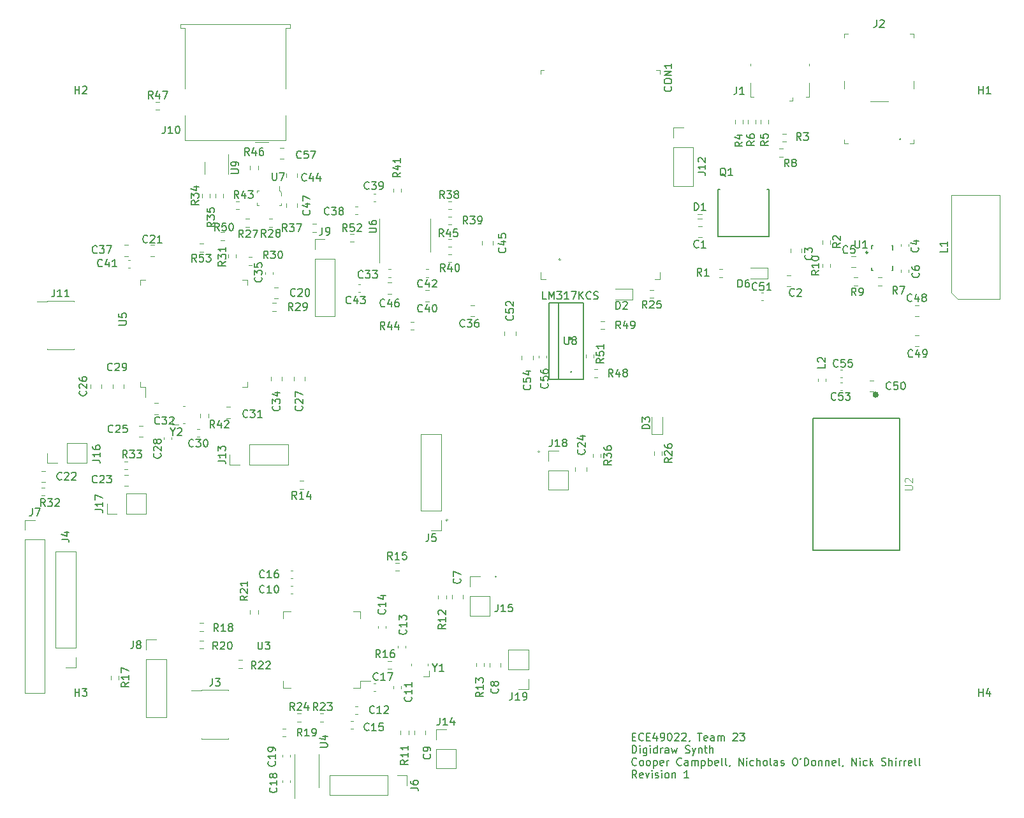
<source format=gbr>
%TF.GenerationSoftware,KiCad,Pcbnew,5.1.9*%
%TF.CreationDate,2021-03-25T10:55:28-04:00*%
%TF.ProjectId,digidraw,64696769-6472-4617-972e-6b696361645f,rev?*%
%TF.SameCoordinates,Original*%
%TF.FileFunction,Legend,Top*%
%TF.FilePolarity,Positive*%
%FSLAX46Y46*%
G04 Gerber Fmt 4.6, Leading zero omitted, Abs format (unit mm)*
G04 Created by KiCad (PCBNEW 5.1.9) date 2021-03-25 10:55:28*
%MOMM*%
%LPD*%
G01*
G04 APERTURE LIST*
%ADD10C,0.120000*%
%ADD11C,0.150000*%
%ADD12C,0.250000*%
%ADD13C,0.400000*%
%ADD14C,0.127000*%
%ADD15C,0.152400*%
%ADD16C,0.100000*%
%ADD17C,0.015000*%
G04 APERTURE END LIST*
D10*
X177900000Y-75200000D02*
G75*
G03*
X177900000Y-75200000I-100000J0D01*
G01*
X134200000Y-106100000D02*
G75*
G03*
X134200000Y-106100000I-100000J0D01*
G01*
X132741421Y-91200000D02*
G75*
G03*
X132741421Y-91200000I-141421J0D01*
G01*
X129941421Y-116700000D02*
G75*
G03*
X129941421Y-116700000I-141421J0D01*
G01*
X117741421Y-125800000D02*
G75*
G03*
X117741421Y-125800000I-141421J0D01*
G01*
X124200000Y-133300000D02*
G75*
G03*
X124200000Y-133300000I-100000J0D01*
G01*
D11*
X142235595Y-154553571D02*
X142568928Y-154553571D01*
X142711785Y-155077380D02*
X142235595Y-155077380D01*
X142235595Y-154077380D01*
X142711785Y-154077380D01*
X143711785Y-154982142D02*
X143664166Y-155029761D01*
X143521309Y-155077380D01*
X143426071Y-155077380D01*
X143283214Y-155029761D01*
X143187976Y-154934523D01*
X143140357Y-154839285D01*
X143092738Y-154648809D01*
X143092738Y-154505952D01*
X143140357Y-154315476D01*
X143187976Y-154220238D01*
X143283214Y-154125000D01*
X143426071Y-154077380D01*
X143521309Y-154077380D01*
X143664166Y-154125000D01*
X143711785Y-154172619D01*
X144140357Y-154553571D02*
X144473690Y-154553571D01*
X144616547Y-155077380D02*
X144140357Y-155077380D01*
X144140357Y-154077380D01*
X144616547Y-154077380D01*
X145473690Y-154410714D02*
X145473690Y-155077380D01*
X145235595Y-154029761D02*
X144997500Y-154744047D01*
X145616547Y-154744047D01*
X146045119Y-155077380D02*
X146235595Y-155077380D01*
X146330833Y-155029761D01*
X146378452Y-154982142D01*
X146473690Y-154839285D01*
X146521309Y-154648809D01*
X146521309Y-154267857D01*
X146473690Y-154172619D01*
X146426071Y-154125000D01*
X146330833Y-154077380D01*
X146140357Y-154077380D01*
X146045119Y-154125000D01*
X145997500Y-154172619D01*
X145949880Y-154267857D01*
X145949880Y-154505952D01*
X145997500Y-154601190D01*
X146045119Y-154648809D01*
X146140357Y-154696428D01*
X146330833Y-154696428D01*
X146426071Y-154648809D01*
X146473690Y-154601190D01*
X146521309Y-154505952D01*
X147140357Y-154077380D02*
X147235595Y-154077380D01*
X147330833Y-154125000D01*
X147378452Y-154172619D01*
X147426071Y-154267857D01*
X147473690Y-154458333D01*
X147473690Y-154696428D01*
X147426071Y-154886904D01*
X147378452Y-154982142D01*
X147330833Y-155029761D01*
X147235595Y-155077380D01*
X147140357Y-155077380D01*
X147045119Y-155029761D01*
X146997500Y-154982142D01*
X146949880Y-154886904D01*
X146902261Y-154696428D01*
X146902261Y-154458333D01*
X146949880Y-154267857D01*
X146997500Y-154172619D01*
X147045119Y-154125000D01*
X147140357Y-154077380D01*
X147854642Y-154172619D02*
X147902261Y-154125000D01*
X147997500Y-154077380D01*
X148235595Y-154077380D01*
X148330833Y-154125000D01*
X148378452Y-154172619D01*
X148426071Y-154267857D01*
X148426071Y-154363095D01*
X148378452Y-154505952D01*
X147807023Y-155077380D01*
X148426071Y-155077380D01*
X148807023Y-154172619D02*
X148854642Y-154125000D01*
X148949880Y-154077380D01*
X149187976Y-154077380D01*
X149283214Y-154125000D01*
X149330833Y-154172619D01*
X149378452Y-154267857D01*
X149378452Y-154363095D01*
X149330833Y-154505952D01*
X148759404Y-155077380D01*
X149378452Y-155077380D01*
X149854642Y-155029761D02*
X149854642Y-155077380D01*
X149807023Y-155172619D01*
X149759404Y-155220238D01*
X150902261Y-154077380D02*
X151473690Y-154077380D01*
X151187976Y-155077380D02*
X151187976Y-154077380D01*
X152187976Y-155029761D02*
X152092738Y-155077380D01*
X151902261Y-155077380D01*
X151807023Y-155029761D01*
X151759404Y-154934523D01*
X151759404Y-154553571D01*
X151807023Y-154458333D01*
X151902261Y-154410714D01*
X152092738Y-154410714D01*
X152187976Y-154458333D01*
X152235595Y-154553571D01*
X152235595Y-154648809D01*
X151759404Y-154744047D01*
X153092738Y-155077380D02*
X153092738Y-154553571D01*
X153045119Y-154458333D01*
X152949880Y-154410714D01*
X152759404Y-154410714D01*
X152664166Y-154458333D01*
X153092738Y-155029761D02*
X152997500Y-155077380D01*
X152759404Y-155077380D01*
X152664166Y-155029761D01*
X152616547Y-154934523D01*
X152616547Y-154839285D01*
X152664166Y-154744047D01*
X152759404Y-154696428D01*
X152997500Y-154696428D01*
X153092738Y-154648809D01*
X153568928Y-155077380D02*
X153568928Y-154410714D01*
X153568928Y-154505952D02*
X153616547Y-154458333D01*
X153711785Y-154410714D01*
X153854642Y-154410714D01*
X153949880Y-154458333D01*
X153997500Y-154553571D01*
X153997500Y-155077380D01*
X153997500Y-154553571D02*
X154045119Y-154458333D01*
X154140357Y-154410714D01*
X154283214Y-154410714D01*
X154378452Y-154458333D01*
X154426071Y-154553571D01*
X154426071Y-155077380D01*
X155616547Y-154172619D02*
X155664166Y-154125000D01*
X155759404Y-154077380D01*
X155997500Y-154077380D01*
X156092738Y-154125000D01*
X156140357Y-154172619D01*
X156187976Y-154267857D01*
X156187976Y-154363095D01*
X156140357Y-154505952D01*
X155568928Y-155077380D01*
X156187976Y-155077380D01*
X156521309Y-154077380D02*
X157140357Y-154077380D01*
X156807023Y-154458333D01*
X156949880Y-154458333D01*
X157045119Y-154505952D01*
X157092738Y-154553571D01*
X157140357Y-154648809D01*
X157140357Y-154886904D01*
X157092738Y-154982142D01*
X157045119Y-155029761D01*
X156949880Y-155077380D01*
X156664166Y-155077380D01*
X156568928Y-155029761D01*
X156521309Y-154982142D01*
X142235595Y-156727380D02*
X142235595Y-155727380D01*
X142473690Y-155727380D01*
X142616547Y-155775000D01*
X142711785Y-155870238D01*
X142759404Y-155965476D01*
X142807023Y-156155952D01*
X142807023Y-156298809D01*
X142759404Y-156489285D01*
X142711785Y-156584523D01*
X142616547Y-156679761D01*
X142473690Y-156727380D01*
X142235595Y-156727380D01*
X143235595Y-156727380D02*
X143235595Y-156060714D01*
X143235595Y-155727380D02*
X143187976Y-155775000D01*
X143235595Y-155822619D01*
X143283214Y-155775000D01*
X143235595Y-155727380D01*
X143235595Y-155822619D01*
X144140357Y-156060714D02*
X144140357Y-156870238D01*
X144092738Y-156965476D01*
X144045119Y-157013095D01*
X143949880Y-157060714D01*
X143807023Y-157060714D01*
X143711785Y-157013095D01*
X144140357Y-156679761D02*
X144045119Y-156727380D01*
X143854642Y-156727380D01*
X143759404Y-156679761D01*
X143711785Y-156632142D01*
X143664166Y-156536904D01*
X143664166Y-156251190D01*
X143711785Y-156155952D01*
X143759404Y-156108333D01*
X143854642Y-156060714D01*
X144045119Y-156060714D01*
X144140357Y-156108333D01*
X144616547Y-156727380D02*
X144616547Y-156060714D01*
X144616547Y-155727380D02*
X144568928Y-155775000D01*
X144616547Y-155822619D01*
X144664166Y-155775000D01*
X144616547Y-155727380D01*
X144616547Y-155822619D01*
X145521309Y-156727380D02*
X145521309Y-155727380D01*
X145521309Y-156679761D02*
X145426071Y-156727380D01*
X145235595Y-156727380D01*
X145140357Y-156679761D01*
X145092738Y-156632142D01*
X145045119Y-156536904D01*
X145045119Y-156251190D01*
X145092738Y-156155952D01*
X145140357Y-156108333D01*
X145235595Y-156060714D01*
X145426071Y-156060714D01*
X145521309Y-156108333D01*
X145997500Y-156727380D02*
X145997500Y-156060714D01*
X145997500Y-156251190D02*
X146045119Y-156155952D01*
X146092738Y-156108333D01*
X146187976Y-156060714D01*
X146283214Y-156060714D01*
X147045119Y-156727380D02*
X147045119Y-156203571D01*
X146997500Y-156108333D01*
X146902261Y-156060714D01*
X146711785Y-156060714D01*
X146616547Y-156108333D01*
X147045119Y-156679761D02*
X146949880Y-156727380D01*
X146711785Y-156727380D01*
X146616547Y-156679761D01*
X146568928Y-156584523D01*
X146568928Y-156489285D01*
X146616547Y-156394047D01*
X146711785Y-156346428D01*
X146949880Y-156346428D01*
X147045119Y-156298809D01*
X147426071Y-156060714D02*
X147616547Y-156727380D01*
X147807023Y-156251190D01*
X147997500Y-156727380D01*
X148187976Y-156060714D01*
X149283214Y-156679761D02*
X149426071Y-156727380D01*
X149664166Y-156727380D01*
X149759404Y-156679761D01*
X149807023Y-156632142D01*
X149854642Y-156536904D01*
X149854642Y-156441666D01*
X149807023Y-156346428D01*
X149759404Y-156298809D01*
X149664166Y-156251190D01*
X149473690Y-156203571D01*
X149378452Y-156155952D01*
X149330833Y-156108333D01*
X149283214Y-156013095D01*
X149283214Y-155917857D01*
X149330833Y-155822619D01*
X149378452Y-155775000D01*
X149473690Y-155727380D01*
X149711785Y-155727380D01*
X149854642Y-155775000D01*
X150187976Y-156060714D02*
X150426071Y-156727380D01*
X150664166Y-156060714D02*
X150426071Y-156727380D01*
X150330833Y-156965476D01*
X150283214Y-157013095D01*
X150187976Y-157060714D01*
X151045119Y-156060714D02*
X151045119Y-156727380D01*
X151045119Y-156155952D02*
X151092738Y-156108333D01*
X151187976Y-156060714D01*
X151330833Y-156060714D01*
X151426071Y-156108333D01*
X151473690Y-156203571D01*
X151473690Y-156727380D01*
X151807023Y-156060714D02*
X152187976Y-156060714D01*
X151949880Y-155727380D02*
X151949880Y-156584523D01*
X151997500Y-156679761D01*
X152092738Y-156727380D01*
X152187976Y-156727380D01*
X152521309Y-156727380D02*
X152521309Y-155727380D01*
X152949880Y-156727380D02*
X152949880Y-156203571D01*
X152902261Y-156108333D01*
X152807023Y-156060714D01*
X152664166Y-156060714D01*
X152568928Y-156108333D01*
X152521309Y-156155952D01*
X142807023Y-158282142D02*
X142759404Y-158329761D01*
X142616547Y-158377380D01*
X142521309Y-158377380D01*
X142378452Y-158329761D01*
X142283214Y-158234523D01*
X142235595Y-158139285D01*
X142187976Y-157948809D01*
X142187976Y-157805952D01*
X142235595Y-157615476D01*
X142283214Y-157520238D01*
X142378452Y-157425000D01*
X142521309Y-157377380D01*
X142616547Y-157377380D01*
X142759404Y-157425000D01*
X142807023Y-157472619D01*
X143378452Y-158377380D02*
X143283214Y-158329761D01*
X143235595Y-158282142D01*
X143187976Y-158186904D01*
X143187976Y-157901190D01*
X143235595Y-157805952D01*
X143283214Y-157758333D01*
X143378452Y-157710714D01*
X143521309Y-157710714D01*
X143616547Y-157758333D01*
X143664166Y-157805952D01*
X143711785Y-157901190D01*
X143711785Y-158186904D01*
X143664166Y-158282142D01*
X143616547Y-158329761D01*
X143521309Y-158377380D01*
X143378452Y-158377380D01*
X144283214Y-158377380D02*
X144187976Y-158329761D01*
X144140357Y-158282142D01*
X144092738Y-158186904D01*
X144092738Y-157901190D01*
X144140357Y-157805952D01*
X144187976Y-157758333D01*
X144283214Y-157710714D01*
X144426071Y-157710714D01*
X144521309Y-157758333D01*
X144568928Y-157805952D01*
X144616547Y-157901190D01*
X144616547Y-158186904D01*
X144568928Y-158282142D01*
X144521309Y-158329761D01*
X144426071Y-158377380D01*
X144283214Y-158377380D01*
X145045119Y-157710714D02*
X145045119Y-158710714D01*
X145045119Y-157758333D02*
X145140357Y-157710714D01*
X145330833Y-157710714D01*
X145426071Y-157758333D01*
X145473690Y-157805952D01*
X145521309Y-157901190D01*
X145521309Y-158186904D01*
X145473690Y-158282142D01*
X145426071Y-158329761D01*
X145330833Y-158377380D01*
X145140357Y-158377380D01*
X145045119Y-158329761D01*
X146330833Y-158329761D02*
X146235595Y-158377380D01*
X146045119Y-158377380D01*
X145949880Y-158329761D01*
X145902261Y-158234523D01*
X145902261Y-157853571D01*
X145949880Y-157758333D01*
X146045119Y-157710714D01*
X146235595Y-157710714D01*
X146330833Y-157758333D01*
X146378452Y-157853571D01*
X146378452Y-157948809D01*
X145902261Y-158044047D01*
X146807023Y-158377380D02*
X146807023Y-157710714D01*
X146807023Y-157901190D02*
X146854642Y-157805952D01*
X146902261Y-157758333D01*
X146997500Y-157710714D01*
X147092738Y-157710714D01*
X148759404Y-158282142D02*
X148711785Y-158329761D01*
X148568928Y-158377380D01*
X148473690Y-158377380D01*
X148330833Y-158329761D01*
X148235595Y-158234523D01*
X148187976Y-158139285D01*
X148140357Y-157948809D01*
X148140357Y-157805952D01*
X148187976Y-157615476D01*
X148235595Y-157520238D01*
X148330833Y-157425000D01*
X148473690Y-157377380D01*
X148568928Y-157377380D01*
X148711785Y-157425000D01*
X148759404Y-157472619D01*
X149616547Y-158377380D02*
X149616547Y-157853571D01*
X149568928Y-157758333D01*
X149473690Y-157710714D01*
X149283214Y-157710714D01*
X149187976Y-157758333D01*
X149616547Y-158329761D02*
X149521309Y-158377380D01*
X149283214Y-158377380D01*
X149187976Y-158329761D01*
X149140357Y-158234523D01*
X149140357Y-158139285D01*
X149187976Y-158044047D01*
X149283214Y-157996428D01*
X149521309Y-157996428D01*
X149616547Y-157948809D01*
X150092738Y-158377380D02*
X150092738Y-157710714D01*
X150092738Y-157805952D02*
X150140357Y-157758333D01*
X150235595Y-157710714D01*
X150378452Y-157710714D01*
X150473690Y-157758333D01*
X150521309Y-157853571D01*
X150521309Y-158377380D01*
X150521309Y-157853571D02*
X150568928Y-157758333D01*
X150664166Y-157710714D01*
X150807023Y-157710714D01*
X150902261Y-157758333D01*
X150949880Y-157853571D01*
X150949880Y-158377380D01*
X151426071Y-157710714D02*
X151426071Y-158710714D01*
X151426071Y-157758333D02*
X151521309Y-157710714D01*
X151711785Y-157710714D01*
X151807023Y-157758333D01*
X151854642Y-157805952D01*
X151902261Y-157901190D01*
X151902261Y-158186904D01*
X151854642Y-158282142D01*
X151807023Y-158329761D01*
X151711785Y-158377380D01*
X151521309Y-158377380D01*
X151426071Y-158329761D01*
X152330833Y-158377380D02*
X152330833Y-157377380D01*
X152330833Y-157758333D02*
X152426071Y-157710714D01*
X152616547Y-157710714D01*
X152711785Y-157758333D01*
X152759404Y-157805952D01*
X152807023Y-157901190D01*
X152807023Y-158186904D01*
X152759404Y-158282142D01*
X152711785Y-158329761D01*
X152616547Y-158377380D01*
X152426071Y-158377380D01*
X152330833Y-158329761D01*
X153616547Y-158329761D02*
X153521309Y-158377380D01*
X153330833Y-158377380D01*
X153235595Y-158329761D01*
X153187976Y-158234523D01*
X153187976Y-157853571D01*
X153235595Y-157758333D01*
X153330833Y-157710714D01*
X153521309Y-157710714D01*
X153616547Y-157758333D01*
X153664166Y-157853571D01*
X153664166Y-157948809D01*
X153187976Y-158044047D01*
X154235595Y-158377380D02*
X154140357Y-158329761D01*
X154092738Y-158234523D01*
X154092738Y-157377380D01*
X154759404Y-158377380D02*
X154664166Y-158329761D01*
X154616547Y-158234523D01*
X154616547Y-157377380D01*
X155187976Y-158329761D02*
X155187976Y-158377380D01*
X155140357Y-158472619D01*
X155092738Y-158520238D01*
X156378452Y-158377380D02*
X156378452Y-157377380D01*
X156949880Y-158377380D01*
X156949880Y-157377380D01*
X157426071Y-158377380D02*
X157426071Y-157710714D01*
X157426071Y-157377380D02*
X157378452Y-157425000D01*
X157426071Y-157472619D01*
X157473690Y-157425000D01*
X157426071Y-157377380D01*
X157426071Y-157472619D01*
X158330833Y-158329761D02*
X158235595Y-158377380D01*
X158045119Y-158377380D01*
X157949880Y-158329761D01*
X157902261Y-158282142D01*
X157854642Y-158186904D01*
X157854642Y-157901190D01*
X157902261Y-157805952D01*
X157949880Y-157758333D01*
X158045119Y-157710714D01*
X158235595Y-157710714D01*
X158330833Y-157758333D01*
X158759404Y-158377380D02*
X158759404Y-157377380D01*
X159187976Y-158377380D02*
X159187976Y-157853571D01*
X159140357Y-157758333D01*
X159045119Y-157710714D01*
X158902261Y-157710714D01*
X158807023Y-157758333D01*
X158759404Y-157805952D01*
X159807023Y-158377380D02*
X159711785Y-158329761D01*
X159664166Y-158282142D01*
X159616547Y-158186904D01*
X159616547Y-157901190D01*
X159664166Y-157805952D01*
X159711785Y-157758333D01*
X159807023Y-157710714D01*
X159949880Y-157710714D01*
X160045119Y-157758333D01*
X160092738Y-157805952D01*
X160140357Y-157901190D01*
X160140357Y-158186904D01*
X160092738Y-158282142D01*
X160045119Y-158329761D01*
X159949880Y-158377380D01*
X159807023Y-158377380D01*
X160711785Y-158377380D02*
X160616547Y-158329761D01*
X160568928Y-158234523D01*
X160568928Y-157377380D01*
X161521309Y-158377380D02*
X161521309Y-157853571D01*
X161473690Y-157758333D01*
X161378452Y-157710714D01*
X161187976Y-157710714D01*
X161092738Y-157758333D01*
X161521309Y-158329761D02*
X161426071Y-158377380D01*
X161187976Y-158377380D01*
X161092738Y-158329761D01*
X161045119Y-158234523D01*
X161045119Y-158139285D01*
X161092738Y-158044047D01*
X161187976Y-157996428D01*
X161426071Y-157996428D01*
X161521309Y-157948809D01*
X161949880Y-158329761D02*
X162045119Y-158377380D01*
X162235595Y-158377380D01*
X162330833Y-158329761D01*
X162378452Y-158234523D01*
X162378452Y-158186904D01*
X162330833Y-158091666D01*
X162235595Y-158044047D01*
X162092738Y-158044047D01*
X161997500Y-157996428D01*
X161949880Y-157901190D01*
X161949880Y-157853571D01*
X161997500Y-157758333D01*
X162092738Y-157710714D01*
X162235595Y-157710714D01*
X162330833Y-157758333D01*
X163759404Y-157377380D02*
X163949880Y-157377380D01*
X164045119Y-157425000D01*
X164140357Y-157520238D01*
X164187976Y-157710714D01*
X164187976Y-158044047D01*
X164140357Y-158234523D01*
X164045119Y-158329761D01*
X163949880Y-158377380D01*
X163759404Y-158377380D01*
X163664166Y-158329761D01*
X163568928Y-158234523D01*
X163521309Y-158044047D01*
X163521309Y-157710714D01*
X163568928Y-157520238D01*
X163664166Y-157425000D01*
X163759404Y-157377380D01*
X164664166Y-157377380D02*
X164568928Y-157567857D01*
X165092738Y-158377380D02*
X165092738Y-157377380D01*
X165330833Y-157377380D01*
X165473690Y-157425000D01*
X165568928Y-157520238D01*
X165616547Y-157615476D01*
X165664166Y-157805952D01*
X165664166Y-157948809D01*
X165616547Y-158139285D01*
X165568928Y-158234523D01*
X165473690Y-158329761D01*
X165330833Y-158377380D01*
X165092738Y-158377380D01*
X166235595Y-158377380D02*
X166140357Y-158329761D01*
X166092738Y-158282142D01*
X166045119Y-158186904D01*
X166045119Y-157901190D01*
X166092738Y-157805952D01*
X166140357Y-157758333D01*
X166235595Y-157710714D01*
X166378452Y-157710714D01*
X166473690Y-157758333D01*
X166521309Y-157805952D01*
X166568928Y-157901190D01*
X166568928Y-158186904D01*
X166521309Y-158282142D01*
X166473690Y-158329761D01*
X166378452Y-158377380D01*
X166235595Y-158377380D01*
X166997500Y-157710714D02*
X166997500Y-158377380D01*
X166997500Y-157805952D02*
X167045119Y-157758333D01*
X167140357Y-157710714D01*
X167283214Y-157710714D01*
X167378452Y-157758333D01*
X167426071Y-157853571D01*
X167426071Y-158377380D01*
X167902261Y-157710714D02*
X167902261Y-158377380D01*
X167902261Y-157805952D02*
X167949880Y-157758333D01*
X168045119Y-157710714D01*
X168187976Y-157710714D01*
X168283214Y-157758333D01*
X168330833Y-157853571D01*
X168330833Y-158377380D01*
X169187976Y-158329761D02*
X169092738Y-158377380D01*
X168902261Y-158377380D01*
X168807023Y-158329761D01*
X168759404Y-158234523D01*
X168759404Y-157853571D01*
X168807023Y-157758333D01*
X168902261Y-157710714D01*
X169092738Y-157710714D01*
X169187976Y-157758333D01*
X169235595Y-157853571D01*
X169235595Y-157948809D01*
X168759404Y-158044047D01*
X169807023Y-158377380D02*
X169711785Y-158329761D01*
X169664166Y-158234523D01*
X169664166Y-157377380D01*
X170235595Y-158329761D02*
X170235595Y-158377380D01*
X170187976Y-158472619D01*
X170140357Y-158520238D01*
X171426071Y-158377380D02*
X171426071Y-157377380D01*
X171997500Y-158377380D01*
X171997500Y-157377380D01*
X172473690Y-158377380D02*
X172473690Y-157710714D01*
X172473690Y-157377380D02*
X172426071Y-157425000D01*
X172473690Y-157472619D01*
X172521309Y-157425000D01*
X172473690Y-157377380D01*
X172473690Y-157472619D01*
X173378452Y-158329761D02*
X173283214Y-158377380D01*
X173092738Y-158377380D01*
X172997500Y-158329761D01*
X172949880Y-158282142D01*
X172902261Y-158186904D01*
X172902261Y-157901190D01*
X172949880Y-157805952D01*
X172997500Y-157758333D01*
X173092738Y-157710714D01*
X173283214Y-157710714D01*
X173378452Y-157758333D01*
X173807023Y-158377380D02*
X173807023Y-157377380D01*
X173902261Y-157996428D02*
X174187976Y-158377380D01*
X174187976Y-157710714D02*
X173807023Y-158091666D01*
X175330833Y-158329761D02*
X175473690Y-158377380D01*
X175711785Y-158377380D01*
X175807023Y-158329761D01*
X175854642Y-158282142D01*
X175902261Y-158186904D01*
X175902261Y-158091666D01*
X175854642Y-157996428D01*
X175807023Y-157948809D01*
X175711785Y-157901190D01*
X175521309Y-157853571D01*
X175426071Y-157805952D01*
X175378452Y-157758333D01*
X175330833Y-157663095D01*
X175330833Y-157567857D01*
X175378452Y-157472619D01*
X175426071Y-157425000D01*
X175521309Y-157377380D01*
X175759404Y-157377380D01*
X175902261Y-157425000D01*
X176330833Y-158377380D02*
X176330833Y-157377380D01*
X176759404Y-158377380D02*
X176759404Y-157853571D01*
X176711785Y-157758333D01*
X176616547Y-157710714D01*
X176473690Y-157710714D01*
X176378452Y-157758333D01*
X176330833Y-157805952D01*
X177235595Y-158377380D02*
X177235595Y-157710714D01*
X177235595Y-157377380D02*
X177187976Y-157425000D01*
X177235595Y-157472619D01*
X177283214Y-157425000D01*
X177235595Y-157377380D01*
X177235595Y-157472619D01*
X177711785Y-158377380D02*
X177711785Y-157710714D01*
X177711785Y-157901190D02*
X177759404Y-157805952D01*
X177807023Y-157758333D01*
X177902261Y-157710714D01*
X177997500Y-157710714D01*
X178330833Y-158377380D02*
X178330833Y-157710714D01*
X178330833Y-157901190D02*
X178378452Y-157805952D01*
X178426071Y-157758333D01*
X178521309Y-157710714D01*
X178616547Y-157710714D01*
X179330833Y-158329761D02*
X179235595Y-158377380D01*
X179045119Y-158377380D01*
X178949880Y-158329761D01*
X178902261Y-158234523D01*
X178902261Y-157853571D01*
X178949880Y-157758333D01*
X179045119Y-157710714D01*
X179235595Y-157710714D01*
X179330833Y-157758333D01*
X179378452Y-157853571D01*
X179378452Y-157948809D01*
X178902261Y-158044047D01*
X179949880Y-158377380D02*
X179854642Y-158329761D01*
X179807023Y-158234523D01*
X179807023Y-157377380D01*
X180473690Y-158377380D02*
X180378452Y-158329761D01*
X180330833Y-158234523D01*
X180330833Y-157377380D01*
X142807023Y-160027380D02*
X142473690Y-159551190D01*
X142235595Y-160027380D02*
X142235595Y-159027380D01*
X142616547Y-159027380D01*
X142711785Y-159075000D01*
X142759404Y-159122619D01*
X142807023Y-159217857D01*
X142807023Y-159360714D01*
X142759404Y-159455952D01*
X142711785Y-159503571D01*
X142616547Y-159551190D01*
X142235595Y-159551190D01*
X143616547Y-159979761D02*
X143521309Y-160027380D01*
X143330833Y-160027380D01*
X143235595Y-159979761D01*
X143187976Y-159884523D01*
X143187976Y-159503571D01*
X143235595Y-159408333D01*
X143330833Y-159360714D01*
X143521309Y-159360714D01*
X143616547Y-159408333D01*
X143664166Y-159503571D01*
X143664166Y-159598809D01*
X143187976Y-159694047D01*
X143997500Y-159360714D02*
X144235595Y-160027380D01*
X144473690Y-159360714D01*
X144854642Y-160027380D02*
X144854642Y-159360714D01*
X144854642Y-159027380D02*
X144807023Y-159075000D01*
X144854642Y-159122619D01*
X144902261Y-159075000D01*
X144854642Y-159027380D01*
X144854642Y-159122619D01*
X145283214Y-159979761D02*
X145378452Y-160027380D01*
X145568928Y-160027380D01*
X145664166Y-159979761D01*
X145711785Y-159884523D01*
X145711785Y-159836904D01*
X145664166Y-159741666D01*
X145568928Y-159694047D01*
X145426071Y-159694047D01*
X145330833Y-159646428D01*
X145283214Y-159551190D01*
X145283214Y-159503571D01*
X145330833Y-159408333D01*
X145426071Y-159360714D01*
X145568928Y-159360714D01*
X145664166Y-159408333D01*
X146140357Y-160027380D02*
X146140357Y-159360714D01*
X146140357Y-159027380D02*
X146092738Y-159075000D01*
X146140357Y-159122619D01*
X146187976Y-159075000D01*
X146140357Y-159027380D01*
X146140357Y-159122619D01*
X146759404Y-160027380D02*
X146664166Y-159979761D01*
X146616547Y-159932142D01*
X146568928Y-159836904D01*
X146568928Y-159551190D01*
X146616547Y-159455952D01*
X146664166Y-159408333D01*
X146759404Y-159360714D01*
X146902261Y-159360714D01*
X146997500Y-159408333D01*
X147045119Y-159455952D01*
X147092738Y-159551190D01*
X147092738Y-159836904D01*
X147045119Y-159932142D01*
X146997500Y-159979761D01*
X146902261Y-160027380D01*
X146759404Y-160027380D01*
X147521309Y-159360714D02*
X147521309Y-160027380D01*
X147521309Y-159455952D02*
X147568928Y-159408333D01*
X147664166Y-159360714D01*
X147807023Y-159360714D01*
X147902261Y-159408333D01*
X147949880Y-159503571D01*
X147949880Y-160027380D01*
X149711785Y-160027380D02*
X149140357Y-160027380D01*
X149426071Y-160027380D02*
X149426071Y-159027380D01*
X149330833Y-159170238D01*
X149235595Y-159265476D01*
X149140357Y-159313095D01*
D10*
%TO.C,J11*%
X68065000Y-103070000D02*
X68065000Y-103135000D01*
X64535000Y-103070000D02*
X64535000Y-103135000D01*
X68065000Y-96665000D02*
X68065000Y-96730000D01*
X64535000Y-96665000D02*
X64535000Y-96730000D01*
X63210000Y-96730000D02*
X64535000Y-96730000D01*
X64535000Y-103135000D02*
X68065000Y-103135000D01*
X64535000Y-96665000D02*
X68065000Y-96665000D01*
%TO.C,J3*%
X88565000Y-154770000D02*
X88565000Y-154835000D01*
X85035000Y-154770000D02*
X85035000Y-154835000D01*
X88565000Y-148365000D02*
X88565000Y-148430000D01*
X85035000Y-148365000D02*
X85035000Y-148430000D01*
X83710000Y-148430000D02*
X85035000Y-148430000D01*
X85035000Y-154835000D02*
X88565000Y-154835000D01*
X85035000Y-148365000D02*
X88565000Y-148365000D01*
%TO.C,L1*%
X191000000Y-96400000D02*
X185400000Y-96400000D01*
X191000000Y-82600000D02*
X191000000Y-96400000D01*
X184600000Y-82600000D02*
X191000000Y-82600000D01*
X184600000Y-95600000D02*
X184600000Y-82600000D01*
X185400000Y-96400000D02*
X184600000Y-95600000D01*
%TO.C,C2*%
X162738748Y-93265000D02*
X163261252Y-93265000D01*
X162738748Y-94735000D02*
X163261252Y-94735000D01*
%TO.C,J13*%
X88770000Y-118430000D02*
X88770000Y-117100000D01*
X90100000Y-118430000D02*
X88770000Y-118430000D01*
X91370000Y-118430000D02*
X91370000Y-115770000D01*
X91370000Y-115770000D02*
X96510000Y-115770000D01*
X91370000Y-118430000D02*
X96510000Y-118430000D01*
X96510000Y-118430000D02*
X96510000Y-115770000D01*
%TO.C,J9*%
X100070000Y-88470000D02*
X101400000Y-88470000D01*
X100070000Y-89800000D02*
X100070000Y-88470000D01*
X100070000Y-91070000D02*
X102730000Y-91070000D01*
X102730000Y-91070000D02*
X102730000Y-98750000D01*
X100070000Y-91070000D02*
X100070000Y-98750000D01*
X100070000Y-98750000D02*
X102730000Y-98750000D01*
%TO.C,R53*%
X85237258Y-89077500D02*
X84762742Y-89077500D01*
X85237258Y-90122500D02*
X84762742Y-90122500D01*
%TO.C,R50*%
X88037258Y-87577500D02*
X87562742Y-87577500D01*
X88037258Y-88622500D02*
X87562742Y-88622500D01*
%TO.C,R47*%
X78962742Y-71322500D02*
X79437258Y-71322500D01*
X78962742Y-70277500D02*
X79437258Y-70277500D01*
D12*
%TO.C,U1*%
X173500000Y-90250000D02*
G75*
G03*
X173500000Y-90250000I-125000J0D01*
G01*
D11*
X174000000Y-89350000D02*
X174175000Y-89350000D01*
X176725000Y-89350000D02*
X176800000Y-89350000D01*
X176800000Y-92650000D02*
X176800000Y-92050000D01*
X176800000Y-89950000D02*
X176800000Y-89350000D01*
X174000000Y-92650000D02*
X174175000Y-92650000D01*
X176725000Y-92650000D02*
X176800000Y-92650000D01*
X174000000Y-92650000D02*
X174000000Y-92250000D01*
X174000000Y-89750000D02*
X174000000Y-89350000D01*
D10*
%TO.C,J19*%
X128430000Y-143030000D02*
X125770000Y-143030000D01*
X128430000Y-145630000D02*
X128430000Y-143030000D01*
X125770000Y-145630000D02*
X125770000Y-143030000D01*
X128430000Y-145630000D02*
X125770000Y-145630000D01*
X128430000Y-146900000D02*
X128430000Y-148230000D01*
X128430000Y-148230000D02*
X127100000Y-148230000D01*
%TO.C,J18*%
X131070000Y-121770000D02*
X133730000Y-121770000D01*
X131070000Y-119170000D02*
X131070000Y-121770000D01*
X133730000Y-119170000D02*
X133730000Y-121770000D01*
X131070000Y-119170000D02*
X133730000Y-119170000D01*
X131070000Y-117900000D02*
X131070000Y-116570000D01*
X131070000Y-116570000D02*
X132400000Y-116570000D01*
%TO.C,J17*%
X77670000Y-124930000D02*
X77670000Y-122270000D01*
X75070000Y-124930000D02*
X77670000Y-124930000D01*
X75070000Y-122270000D02*
X77670000Y-122270000D01*
X75070000Y-124930000D02*
X75070000Y-122270000D01*
X73800000Y-124930000D02*
X72470000Y-124930000D01*
X72470000Y-124930000D02*
X72470000Y-123600000D01*
%TO.C,J16*%
X69770000Y-118230000D02*
X69770000Y-115570000D01*
X67170000Y-118230000D02*
X69770000Y-118230000D01*
X67170000Y-115570000D02*
X69770000Y-115570000D01*
X67170000Y-118230000D02*
X67170000Y-115570000D01*
X65900000Y-118230000D02*
X64570000Y-118230000D01*
X64570000Y-118230000D02*
X64570000Y-116900000D01*
%TO.C,J15*%
X120670000Y-138470000D02*
X123330000Y-138470000D01*
X120670000Y-135870000D02*
X120670000Y-138470000D01*
X123330000Y-135870000D02*
X123330000Y-138470000D01*
X120670000Y-135870000D02*
X123330000Y-135870000D01*
X120670000Y-134600000D02*
X120670000Y-133270000D01*
X120670000Y-133270000D02*
X122000000Y-133270000D01*
%TO.C,J14*%
X116170000Y-158770000D02*
X118830000Y-158770000D01*
X116170000Y-156170000D02*
X116170000Y-158770000D01*
X118830000Y-156170000D02*
X118830000Y-158770000D01*
X116170000Y-156170000D02*
X118830000Y-156170000D01*
X116170000Y-154900000D02*
X116170000Y-153570000D01*
X116170000Y-153570000D02*
X117500000Y-153570000D01*
%TO.C,R28*%
X94437258Y-85777500D02*
X93962742Y-85777500D01*
X94437258Y-86822500D02*
X93962742Y-86822500D01*
%TO.C,R27*%
X90862742Y-86822500D02*
X91337258Y-86822500D01*
X90862742Y-85777500D02*
X91337258Y-85777500D01*
%TO.C,C50*%
X174261252Y-108735000D02*
X173738748Y-108735000D01*
X174261252Y-107265000D02*
X173738748Y-107265000D01*
%TO.C,C55*%
X169859420Y-106810000D02*
X170140580Y-106810000D01*
X169859420Y-105790000D02*
X170140580Y-105790000D01*
%TO.C,U3*%
X96840000Y-137890000D02*
X95890000Y-137890000D01*
X95890000Y-137890000D02*
X95890000Y-138840000D01*
X105160000Y-137890000D02*
X106110000Y-137890000D01*
X106110000Y-137890000D02*
X106110000Y-138840000D01*
X96840000Y-148110000D02*
X95890000Y-148110000D01*
X95890000Y-148110000D02*
X95890000Y-147160000D01*
X105160000Y-148110000D02*
X106110000Y-148110000D01*
X106110000Y-148110000D02*
X106110000Y-147160000D01*
X106110000Y-147160000D02*
X107450000Y-147160000D01*
%TO.C,C13*%
X111090000Y-142740580D02*
X111090000Y-142459420D01*
X112110000Y-142740580D02*
X112110000Y-142459420D01*
D13*
%TO.C,U2*%
X174740000Y-109130000D02*
G75*
G03*
X174740000Y-109130000I-200000J0D01*
G01*
D14*
X166250000Y-129750000D02*
X166250000Y-112250000D01*
X177750000Y-112250000D02*
X177750000Y-129750000D01*
X177750000Y-129750000D02*
X166250000Y-129750000D01*
X166250000Y-112250000D02*
X177750000Y-112250000D01*
D10*
%TO.C,R49*%
X138537258Y-100422500D02*
X138062742Y-100422500D01*
X138537258Y-99377500D02*
X138062742Y-99377500D01*
%TO.C,C20*%
X94638748Y-96335000D02*
X95161252Y-96335000D01*
X94638748Y-94865000D02*
X95161252Y-94865000D01*
%TO.C,C30*%
X84740580Y-113690000D02*
X84459420Y-113690000D01*
X84740580Y-114710000D02*
X84459420Y-114710000D01*
%TO.C,R26*%
X145107500Y-116672742D02*
X145107500Y-117147258D01*
X146152500Y-116672742D02*
X146152500Y-117147258D01*
%TO.C,R25*%
X144572742Y-96282500D02*
X145047258Y-96282500D01*
X144572742Y-95237500D02*
X145047258Y-95237500D01*
%TO.C,D3*%
X146245000Y-114385000D02*
X146245000Y-112100000D01*
X144775000Y-114385000D02*
X146245000Y-114385000D01*
X144775000Y-112100000D02*
X144775000Y-114385000D01*
%TO.C,D2*%
X142285000Y-95065000D02*
X140000000Y-95065000D01*
X142285000Y-96535000D02*
X142285000Y-95065000D01*
X140000000Y-96535000D02*
X142285000Y-96535000D01*
%TO.C,J8*%
X77670000Y-151950000D02*
X80330000Y-151950000D01*
X77670000Y-144270000D02*
X77670000Y-151950000D01*
X80330000Y-144270000D02*
X80330000Y-151950000D01*
X77670000Y-144270000D02*
X80330000Y-144270000D01*
X77670000Y-143000000D02*
X77670000Y-141670000D01*
X77670000Y-141670000D02*
X79000000Y-141670000D01*
%TO.C,J7*%
X61570000Y-148750000D02*
X64230000Y-148750000D01*
X61570000Y-128370000D02*
X61570000Y-148750000D01*
X64230000Y-128370000D02*
X64230000Y-148750000D01*
X61570000Y-128370000D02*
X64230000Y-128370000D01*
X61570000Y-127100000D02*
X61570000Y-125770000D01*
X61570000Y-125770000D02*
X62900000Y-125770000D01*
D15*
%TO.C,U8*%
X132412480Y-96920366D02*
X131142480Y-96920366D01*
X132412480Y-96920366D02*
X132412480Y-107080366D01*
X132412480Y-107080366D02*
X131142480Y-107080366D01*
X131142480Y-96920366D02*
X131142480Y-107080366D01*
X135714480Y-107080366D02*
X132412480Y-107080366D01*
X135714480Y-96920366D02*
X135714480Y-107080366D01*
X135714480Y-96920366D02*
X132412480Y-96920366D01*
D10*
%TO.C,C53*%
X169859420Y-108510000D02*
X170140580Y-108510000D01*
X169859420Y-107490000D02*
X170140580Y-107490000D01*
%TO.C,C51*%
X159640580Y-95590000D02*
X159359420Y-95590000D01*
X159640580Y-96610000D02*
X159359420Y-96610000D01*
%TO.C,L2*%
X166890000Y-107037221D02*
X166890000Y-107362779D01*
X167910000Y-107037221D02*
X167910000Y-107362779D01*
%TO.C,J12*%
X147670000Y-81410000D02*
X150330000Y-81410000D01*
X147670000Y-76270000D02*
X147670000Y-81410000D01*
X150330000Y-76270000D02*
X150330000Y-81410000D01*
X147670000Y-76270000D02*
X150330000Y-76270000D01*
X147670000Y-75000000D02*
X147670000Y-73670000D01*
X147670000Y-73670000D02*
X149000000Y-73670000D01*
%TO.C,J6*%
X102050000Y-159670000D02*
X102050000Y-162330000D01*
X109730000Y-159670000D02*
X102050000Y-159670000D01*
X109730000Y-162330000D02*
X102050000Y-162330000D01*
X109730000Y-159670000D02*
X109730000Y-162330000D01*
X111000000Y-159670000D02*
X112330000Y-159670000D01*
X112330000Y-159670000D02*
X112330000Y-161000000D01*
%TO.C,J5*%
X116830000Y-114350000D02*
X114170000Y-114350000D01*
X116830000Y-124570000D02*
X116830000Y-114350000D01*
X114170000Y-124570000D02*
X114170000Y-114350000D01*
X116830000Y-124570000D02*
X114170000Y-124570000D01*
X116830000Y-125840000D02*
X116830000Y-127170000D01*
X116830000Y-127170000D02*
X115500000Y-127170000D01*
%TO.C,J4*%
X68330000Y-129970000D02*
X65670000Y-129970000D01*
X68330000Y-142730000D02*
X68330000Y-129970000D01*
X65670000Y-142730000D02*
X65670000Y-129970000D01*
X68330000Y-142730000D02*
X65670000Y-142730000D01*
X68330000Y-144000000D02*
X68330000Y-145330000D01*
X68330000Y-145330000D02*
X67000000Y-145330000D01*
%TO.C,C1*%
X151461252Y-86765000D02*
X150938748Y-86765000D01*
X151461252Y-88235000D02*
X150938748Y-88235000D01*
%TO.C,C3*%
X163265000Y-89738748D02*
X163265000Y-90261252D01*
X164735000Y-89738748D02*
X164735000Y-90261252D01*
%TO.C,C4*%
X178910000Y-89159420D02*
X178910000Y-89440580D01*
X177890000Y-89159420D02*
X177890000Y-89440580D01*
%TO.C,C5*%
X171861252Y-92235000D02*
X171338748Y-92235000D01*
X171861252Y-90765000D02*
X171338748Y-90765000D01*
%TO.C,C6*%
X178910000Y-92840580D02*
X178910000Y-92559420D01*
X177890000Y-92840580D02*
X177890000Y-92559420D01*
%TO.C,C7*%
X118265000Y-135738748D02*
X118265000Y-136261252D01*
X119735000Y-135738748D02*
X119735000Y-136261252D01*
%TO.C,C8*%
X123265000Y-145261252D02*
X123265000Y-144738748D01*
X124735000Y-145261252D02*
X124735000Y-144738748D01*
%TO.C,C9*%
X113265000Y-153738748D02*
X113265000Y-154261252D01*
X114735000Y-153738748D02*
X114735000Y-154261252D01*
%TO.C,C10*%
X96859420Y-135510000D02*
X97140580Y-135510000D01*
X96859420Y-134490000D02*
X97140580Y-134490000D01*
%TO.C,C11*%
X111510000Y-147859420D02*
X111510000Y-148140580D01*
X110490000Y-147859420D02*
X110490000Y-148140580D01*
%TO.C,C12*%
X105740580Y-151510000D02*
X105459420Y-151510000D01*
X105740580Y-150490000D02*
X105459420Y-150490000D01*
%TO.C,C14*%
X108490000Y-139859420D02*
X108490000Y-140140580D01*
X109510000Y-139859420D02*
X109510000Y-140140580D01*
%TO.C,C15*%
X105140580Y-152490000D02*
X104859420Y-152490000D01*
X105140580Y-153510000D02*
X104859420Y-153510000D01*
%TO.C,C16*%
X96859420Y-132490000D02*
X97140580Y-132490000D01*
X96859420Y-133510000D02*
X97140580Y-133510000D01*
%TO.C,C17*%
X108140580Y-147490000D02*
X107859420Y-147490000D01*
X108140580Y-148510000D02*
X107859420Y-148510000D01*
%TO.C,C18*%
X96810000Y-160359420D02*
X96810000Y-160640580D01*
X95790000Y-160359420D02*
X95790000Y-160640580D01*
%TO.C,C19*%
X95790000Y-156959420D02*
X95790000Y-157240580D01*
X96810000Y-156959420D02*
X96810000Y-157240580D01*
%TO.C,C21*%
X78761252Y-90735000D02*
X78238748Y-90735000D01*
X78761252Y-89265000D02*
X78238748Y-89265000D01*
%TO.C,C22*%
X63738748Y-119265000D02*
X64261252Y-119265000D01*
X63738748Y-120735000D02*
X64261252Y-120735000D01*
%TO.C,C23*%
X75261252Y-119765000D02*
X74738748Y-119765000D01*
X75261252Y-121235000D02*
X74738748Y-121235000D01*
%TO.C,C24*%
X134665000Y-119261252D02*
X134665000Y-118738748D01*
X136135000Y-119261252D02*
X136135000Y-118738748D01*
%TO.C,C25*%
X77261252Y-114735000D02*
X76738748Y-114735000D01*
X77261252Y-113265000D02*
X76738748Y-113265000D01*
%TO.C,C26*%
X71735000Y-108261252D02*
X71735000Y-107738748D01*
X70265000Y-108261252D02*
X70265000Y-107738748D01*
%TO.C,C27*%
X98735000Y-106738748D02*
X98735000Y-107261252D01*
X97265000Y-106738748D02*
X97265000Y-107261252D01*
%TO.C,C28*%
X81010000Y-114759420D02*
X81010000Y-115040580D01*
X79990000Y-114759420D02*
X79990000Y-115040580D01*
%TO.C,C29*%
X74735000Y-108261252D02*
X74735000Y-107738748D01*
X73265000Y-108261252D02*
X73265000Y-107738748D01*
%TO.C,C31*%
X88861252Y-112235000D02*
X88338748Y-112235000D01*
X88861252Y-110765000D02*
X88338748Y-110765000D01*
%TO.C,C32*%
X79261252Y-110265000D02*
X78738748Y-110265000D01*
X79261252Y-111735000D02*
X78738748Y-111735000D01*
%TO.C,C33*%
X109859420Y-93510000D02*
X110140580Y-93510000D01*
X109859420Y-92490000D02*
X110140580Y-92490000D01*
%TO.C,C34*%
X95735000Y-106738748D02*
X95735000Y-107261252D01*
X94265000Y-106738748D02*
X94265000Y-107261252D01*
%TO.C,C35*%
X94510000Y-93140580D02*
X94510000Y-92859420D01*
X93490000Y-93140580D02*
X93490000Y-92859420D01*
%TO.C,C36*%
X120738748Y-98735000D02*
X121261252Y-98735000D01*
X120738748Y-97265000D02*
X121261252Y-97265000D01*
%TO.C,C37*%
X75261252Y-89265000D02*
X74738748Y-89265000D01*
X75261252Y-90735000D02*
X74738748Y-90735000D01*
%TO.C,C38*%
X105740580Y-85210000D02*
X105459420Y-85210000D01*
X105740580Y-84190000D02*
X105459420Y-84190000D01*
%TO.C,C39*%
X107859420Y-82490000D02*
X108140580Y-82490000D01*
X107859420Y-83510000D02*
X108140580Y-83510000D01*
%TO.C,C40*%
X115261252Y-96735000D02*
X114738748Y-96735000D01*
X115261252Y-95265000D02*
X114738748Y-95265000D01*
%TO.C,C41*%
X75540580Y-92310000D02*
X75259420Y-92310000D01*
X75540580Y-91290000D02*
X75259420Y-91290000D01*
%TO.C,C42*%
X115140580Y-93510000D02*
X114859420Y-93510000D01*
X115140580Y-92490000D02*
X114859420Y-92490000D01*
%TO.C,C43*%
X105859420Y-94490000D02*
X106140580Y-94490000D01*
X105859420Y-95510000D02*
X106140580Y-95510000D01*
%TO.C,C44*%
X97735000Y-80261252D02*
X97735000Y-79738748D01*
X96265000Y-80261252D02*
X96265000Y-79738748D01*
%TO.C,C45*%
X123735000Y-88738748D02*
X123735000Y-89261252D01*
X122265000Y-88738748D02*
X122265000Y-89261252D01*
%TO.C,C46*%
X109738748Y-94265000D02*
X110261252Y-94265000D01*
X109738748Y-95735000D02*
X110261252Y-95735000D01*
%TO.C,C47*%
X96265000Y-84261252D02*
X96265000Y-83738748D01*
X97735000Y-84261252D02*
X97735000Y-83738748D01*
%TO.C,C48*%
X179738748Y-98735000D02*
X180261252Y-98735000D01*
X179738748Y-97265000D02*
X180261252Y-97265000D01*
%TO.C,C49*%
X179738748Y-101265000D02*
X180261252Y-101265000D01*
X179738748Y-102735000D02*
X180261252Y-102735000D01*
%TO.C,C52*%
X126735000Y-101261252D02*
X126735000Y-100738748D01*
X125265000Y-101261252D02*
X125265000Y-100738748D01*
%TO.C,C54*%
X129035000Y-103988748D02*
X129035000Y-104511252D01*
X127565000Y-103988748D02*
X127565000Y-104511252D01*
%TO.C,C56*%
X129790000Y-103934420D02*
X129790000Y-104215580D01*
X130810000Y-103934420D02*
X130810000Y-104215580D01*
%TO.C,C57*%
X95438748Y-77835000D02*
X95961252Y-77835000D01*
X95438748Y-76365000D02*
X95961252Y-76365000D01*
D16*
%TO.C,CON1*%
X145259120Y-93772460D02*
X145934120Y-93772460D01*
X145929680Y-92869920D02*
X145929680Y-93769920D01*
X130075000Y-92875000D02*
X130075000Y-93775000D01*
X130075000Y-93775000D02*
X130750000Y-93775000D01*
X145425000Y-66016800D02*
X145925000Y-66016800D01*
X145925000Y-66016800D02*
X145925000Y-66524800D01*
X130075000Y-66016800D02*
X130075000Y-66524800D01*
X130075000Y-66016800D02*
X130450000Y-66016800D01*
D10*
%TO.C,D1*%
X151500000Y-85200000D02*
X150900000Y-85200000D01*
X151500000Y-85800000D02*
X150900000Y-85800000D01*
%TO.C,D6*%
X157900000Y-93735000D02*
X160185000Y-93735000D01*
X160185000Y-93735000D02*
X160185000Y-92265000D01*
X160185000Y-92265000D02*
X157900000Y-92265000D01*
%TO.C,J1*%
X165700000Y-69562500D02*
X165250000Y-69562500D01*
X165700000Y-67712500D02*
X165700000Y-69562500D01*
X157900000Y-65162500D02*
X157900000Y-65412500D01*
X165700000Y-65162500D02*
X165700000Y-65412500D01*
X157900000Y-67712500D02*
X157900000Y-69562500D01*
X157900000Y-69562500D02*
X158350000Y-69562500D01*
X163500000Y-70112500D02*
X163050000Y-70112500D01*
X163500000Y-70112500D02*
X163500000Y-69662500D01*
D16*
%TO.C,J2*%
X179600000Y-68500000D02*
X179600000Y-67500000D01*
X170400000Y-68500000D02*
X170400000Y-67500000D01*
X179600000Y-61200000D02*
X179600000Y-61700000D01*
X179600000Y-61200000D02*
X179100000Y-61200000D01*
X170400000Y-61200000D02*
X170900000Y-61200000D01*
X170400000Y-61200000D02*
X170400000Y-61700000D01*
X173800000Y-70200000D02*
X176200000Y-70200000D01*
X170400000Y-75800000D02*
X170400000Y-75300000D01*
X170400000Y-75800000D02*
X170900000Y-75800000D01*
X179600000Y-75800000D02*
X179600000Y-75300000D01*
X179600000Y-75800000D02*
X179100000Y-75800000D01*
D10*
%TO.C,J10*%
X93900000Y-75600000D02*
X92100000Y-75600000D01*
X82190000Y-60420000D02*
X82840000Y-60420000D01*
X96810000Y-60420000D02*
X96810000Y-59900000D01*
X82840000Y-68530000D02*
X82840000Y-60420000D01*
X96810000Y-59900000D02*
X82190000Y-59900000D01*
X82190000Y-59900000D02*
X82190000Y-60420000D01*
X82840000Y-75380000D02*
X82840000Y-72050000D01*
X96160000Y-75380000D02*
X96160000Y-72050000D01*
X96160000Y-75380000D02*
X82840000Y-75380000D01*
X96160000Y-60420000D02*
X96810000Y-60420000D01*
X96160000Y-60420000D02*
X96160000Y-68530000D01*
D11*
%TO.C,Q1*%
X153635000Y-81890000D02*
X153850000Y-81890000D01*
X160150000Y-81890000D02*
X160365000Y-81890000D01*
X160365000Y-88110000D02*
X160365000Y-81890000D01*
X153635000Y-88110000D02*
X160365000Y-88110000D01*
X153635000Y-88110000D02*
X153635000Y-81890000D01*
D10*
%TO.C,R1*%
X154237258Y-93522500D02*
X153762742Y-93522500D01*
X154237258Y-92477500D02*
X153762742Y-92477500D01*
%TO.C,R2*%
X167477500Y-88662742D02*
X167477500Y-89137258D01*
X168522500Y-88662742D02*
X168522500Y-89137258D01*
%TO.C,R3*%
X162162742Y-74477500D02*
X162637258Y-74477500D01*
X162162742Y-75522500D02*
X162637258Y-75522500D01*
%TO.C,R4*%
X156922500Y-72662742D02*
X156922500Y-73137258D01*
X155877500Y-72662742D02*
X155877500Y-73137258D01*
%TO.C,R5*%
X160322500Y-72662742D02*
X160322500Y-73137258D01*
X159277500Y-72662742D02*
X159277500Y-73137258D01*
%TO.C,R6*%
X157577500Y-72662742D02*
X157577500Y-73137258D01*
X158622500Y-72662742D02*
X158622500Y-73137258D01*
%TO.C,R7*%
X175337258Y-94622500D02*
X174862742Y-94622500D01*
X175337258Y-93577500D02*
X174862742Y-93577500D01*
%TO.C,R8*%
X161762742Y-77522500D02*
X162237258Y-77522500D01*
X161762742Y-76477500D02*
X162237258Y-76477500D01*
%TO.C,R9*%
X172137258Y-93577500D02*
X171662742Y-93577500D01*
X172137258Y-94622500D02*
X171662742Y-94622500D01*
%TO.C,R10*%
X168522500Y-92237258D02*
X168522500Y-91762742D01*
X167477500Y-92237258D02*
X167477500Y-91762742D01*
%TO.C,R11*%
X112522500Y-153762742D02*
X112522500Y-154237258D01*
X111477500Y-153762742D02*
X111477500Y-154237258D01*
%TO.C,R12*%
X117522500Y-135762742D02*
X117522500Y-136237258D01*
X116477500Y-135762742D02*
X116477500Y-136237258D01*
%TO.C,R13*%
X122522500Y-145237258D02*
X122522500Y-144762742D01*
X121477500Y-145237258D02*
X121477500Y-144762742D01*
%TO.C,R14*%
X98537258Y-121622500D02*
X98062742Y-121622500D01*
X98537258Y-120577500D02*
X98062742Y-120577500D01*
%TO.C,R15*%
X110762742Y-132522500D02*
X111237258Y-132522500D01*
X110762742Y-131477500D02*
X111237258Y-131477500D01*
%TO.C,R16*%
X109762742Y-144477500D02*
X110237258Y-144477500D01*
X109762742Y-145522500D02*
X110237258Y-145522500D01*
%TO.C,R17*%
X74022500Y-146462742D02*
X74022500Y-146937258D01*
X72977500Y-146462742D02*
X72977500Y-146937258D01*
%TO.C,R18*%
X85237258Y-139477500D02*
X84762742Y-139477500D01*
X85237258Y-140522500D02*
X84762742Y-140522500D01*
%TO.C,R19*%
X96237258Y-153477500D02*
X95762742Y-153477500D01*
X96237258Y-154522500D02*
X95762742Y-154522500D01*
%TO.C,R20*%
X85237258Y-141777500D02*
X84762742Y-141777500D01*
X85237258Y-142822500D02*
X84762742Y-142822500D01*
%TO.C,R21*%
X91477500Y-137762742D02*
X91477500Y-138237258D01*
X92522500Y-137762742D02*
X92522500Y-138237258D01*
%TO.C,R22*%
X89962742Y-144377500D02*
X90437258Y-144377500D01*
X89962742Y-145422500D02*
X90437258Y-145422500D01*
%TO.C,R23*%
X101237258Y-152522500D02*
X100762742Y-152522500D01*
X101237258Y-151477500D02*
X100762742Y-151477500D01*
%TO.C,R24*%
X97762742Y-152522500D02*
X98237258Y-152522500D01*
X97762742Y-151477500D02*
X98237258Y-151477500D01*
%TO.C,R29*%
X94937258Y-98022500D02*
X94462742Y-98022500D01*
X94937258Y-96977500D02*
X94462742Y-96977500D01*
%TO.C,R30*%
X91737258Y-91922500D02*
X91262742Y-91922500D01*
X91737258Y-90877500D02*
X91262742Y-90877500D01*
%TO.C,R31*%
X88577500Y-90462742D02*
X88577500Y-90937258D01*
X89622500Y-90462742D02*
X89622500Y-90937258D01*
%TO.C,R32*%
X64237258Y-121477500D02*
X63762742Y-121477500D01*
X64237258Y-122522500D02*
X63762742Y-122522500D01*
%TO.C,R33*%
X74762742Y-119022500D02*
X75237258Y-119022500D01*
X74762742Y-117977500D02*
X75237258Y-117977500D01*
%TO.C,R34*%
X85077500Y-82937258D02*
X85077500Y-82462742D01*
X86122500Y-82937258D02*
X86122500Y-82462742D01*
%TO.C,R35*%
X86877500Y-82937258D02*
X86877500Y-82462742D01*
X87922500Y-82937258D02*
X87922500Y-82462742D01*
%TO.C,R36*%
X136977500Y-117437258D02*
X136977500Y-116962742D01*
X138022500Y-117437258D02*
X138022500Y-116962742D01*
%TO.C,R37*%
X99762742Y-87522500D02*
X100237258Y-87522500D01*
X99762742Y-86477500D02*
X100237258Y-86477500D01*
%TO.C,R38*%
X117762742Y-84522500D02*
X118237258Y-84522500D01*
X117762742Y-83477500D02*
X118237258Y-83477500D01*
%TO.C,R39*%
X117762742Y-85477500D02*
X118237258Y-85477500D01*
X117762742Y-86522500D02*
X118237258Y-86522500D01*
%TO.C,R40*%
X117762742Y-91522500D02*
X118237258Y-91522500D01*
X117762742Y-90477500D02*
X118237258Y-90477500D01*
%TO.C,R41*%
X110477500Y-82237258D02*
X110477500Y-81762742D01*
X111522500Y-82237258D02*
X111522500Y-81762742D01*
%TO.C,R42*%
X85922500Y-111662742D02*
X85922500Y-112137258D01*
X84877500Y-111662742D02*
X84877500Y-112137258D01*
%TO.C,R43*%
X89587742Y-84522500D02*
X90062258Y-84522500D01*
X89587742Y-83477500D02*
X90062258Y-83477500D01*
%TO.C,R44*%
X113237258Y-100522500D02*
X112762742Y-100522500D01*
X113237258Y-99477500D02*
X112762742Y-99477500D01*
%TO.C,R45*%
X118237258Y-88477500D02*
X117762742Y-88477500D01*
X118237258Y-89522500D02*
X117762742Y-89522500D01*
%TO.C,R46*%
X91477500Y-79237258D02*
X91477500Y-78762742D01*
X92522500Y-79237258D02*
X92522500Y-78762742D01*
%TO.C,R48*%
X137637258Y-106822500D02*
X137162742Y-106822500D01*
X137637258Y-105777500D02*
X137162742Y-105777500D01*
%TO.C,R51*%
X137122500Y-104237258D02*
X137122500Y-103762742D01*
X136077500Y-104237258D02*
X136077500Y-103762742D01*
%TO.C,R52*%
X104762742Y-88822500D02*
X105237258Y-88822500D01*
X104762742Y-87777500D02*
X105237258Y-87777500D01*
%TO.C,U4*%
X100610000Y-159100000D02*
X100610000Y-156900000D01*
X100610000Y-159100000D02*
X100610000Y-161300000D01*
X97390000Y-159100000D02*
X97390000Y-156900000D01*
X97390000Y-159100000D02*
X97390000Y-162700000D01*
%TO.C,U5*%
X91110000Y-94590000D02*
X91110000Y-93890000D01*
X91110000Y-93890000D02*
X90410000Y-93890000D01*
X91110000Y-107410000D02*
X91110000Y-108110000D01*
X91110000Y-108110000D02*
X90410000Y-108110000D01*
X76890000Y-94590000D02*
X76890000Y-93890000D01*
X76890000Y-93890000D02*
X77590000Y-93890000D01*
X76890000Y-107410000D02*
X76890000Y-108110000D01*
X76890000Y-108110000D02*
X77590000Y-108110000D01*
X77590000Y-108110000D02*
X77590000Y-109475000D01*
%TO.C,U6*%
X115385000Y-88000000D02*
X115385000Y-85800000D01*
X115385000Y-88000000D02*
X115385000Y-90200000D01*
X108615000Y-88000000D02*
X108615000Y-85800000D01*
X108615000Y-88000000D02*
X108615000Y-91600000D01*
D16*
%TO.C,U7*%
X95325000Y-84000000D02*
X95650000Y-84000000D01*
X95650000Y-84000000D02*
X95650000Y-83700000D01*
X92675000Y-82000000D02*
X92350000Y-82000000D01*
X92350000Y-82000000D02*
X92350000Y-82300000D01*
X92650000Y-84000000D02*
X92350000Y-84000000D01*
X92350000Y-84000000D02*
X92350000Y-83675000D01*
X95650000Y-82325000D02*
X95425000Y-82000000D01*
X95425000Y-82000000D02*
X95325000Y-82000000D01*
X95325000Y-82000000D02*
X95325000Y-81475000D01*
X95650000Y-82325000D02*
X95650000Y-82700000D01*
D10*
%TO.C,U9*%
X85440000Y-79000000D02*
X85440000Y-79800000D01*
X85440000Y-79000000D02*
X85440000Y-78200000D01*
X88560000Y-79000000D02*
X88560000Y-79800000D01*
X88560000Y-79000000D02*
X88560000Y-77200000D01*
%TO.C,Y1*%
X114500000Y-146540000D02*
X115290000Y-146540000D01*
X112890000Y-145110000D02*
X112890000Y-144890000D01*
X115110000Y-145110000D02*
X115110000Y-144890000D01*
X115290000Y-145750000D02*
X115290000Y-146540000D01*
%TO.C,Y2*%
X81950000Y-113090000D02*
X81160000Y-113090000D01*
X82590000Y-112910000D02*
X82810000Y-112910000D01*
X82590000Y-110690000D02*
X82810000Y-110690000D01*
X81160000Y-112300000D02*
X81160000Y-113090000D01*
%TO.C,J11*%
D11*
X65490476Y-95117380D02*
X65490476Y-95831666D01*
X65442857Y-95974523D01*
X65347619Y-96069761D01*
X65204761Y-96117380D01*
X65109523Y-96117380D01*
X66490476Y-96117380D02*
X65919047Y-96117380D01*
X66204761Y-96117380D02*
X66204761Y-95117380D01*
X66109523Y-95260238D01*
X66014285Y-95355476D01*
X65919047Y-95403095D01*
X67442857Y-96117380D02*
X66871428Y-96117380D01*
X67157142Y-96117380D02*
X67157142Y-95117380D01*
X67061904Y-95260238D01*
X66966666Y-95355476D01*
X66871428Y-95403095D01*
%TO.C,J3*%
X86466666Y-146817380D02*
X86466666Y-147531666D01*
X86419047Y-147674523D01*
X86323809Y-147769761D01*
X86180952Y-147817380D01*
X86085714Y-147817380D01*
X86847619Y-146817380D02*
X87466666Y-146817380D01*
X87133333Y-147198333D01*
X87276190Y-147198333D01*
X87371428Y-147245952D01*
X87419047Y-147293571D01*
X87466666Y-147388809D01*
X87466666Y-147626904D01*
X87419047Y-147722142D01*
X87371428Y-147769761D01*
X87276190Y-147817380D01*
X86990476Y-147817380D01*
X86895238Y-147769761D01*
X86847619Y-147722142D01*
%TO.C,L1*%
X184052380Y-89666666D02*
X184052380Y-90142857D01*
X183052380Y-90142857D01*
X184052380Y-88809523D02*
X184052380Y-89380952D01*
X184052380Y-89095238D02*
X183052380Y-89095238D01*
X183195238Y-89190476D01*
X183290476Y-89285714D01*
X183338095Y-89380952D01*
%TO.C,C2*%
X163733333Y-95957142D02*
X163685714Y-96004761D01*
X163542857Y-96052380D01*
X163447619Y-96052380D01*
X163304761Y-96004761D01*
X163209523Y-95909523D01*
X163161904Y-95814285D01*
X163114285Y-95623809D01*
X163114285Y-95480952D01*
X163161904Y-95290476D01*
X163209523Y-95195238D01*
X163304761Y-95100000D01*
X163447619Y-95052380D01*
X163542857Y-95052380D01*
X163685714Y-95100000D01*
X163733333Y-95147619D01*
X164114285Y-95147619D02*
X164161904Y-95100000D01*
X164257142Y-95052380D01*
X164495238Y-95052380D01*
X164590476Y-95100000D01*
X164638095Y-95147619D01*
X164685714Y-95242857D01*
X164685714Y-95338095D01*
X164638095Y-95480952D01*
X164066666Y-96052380D01*
X164685714Y-96052380D01*
%TO.C,J13*%
X87222380Y-117909523D02*
X87936666Y-117909523D01*
X88079523Y-117957142D01*
X88174761Y-118052380D01*
X88222380Y-118195238D01*
X88222380Y-118290476D01*
X88222380Y-116909523D02*
X88222380Y-117480952D01*
X88222380Y-117195238D02*
X87222380Y-117195238D01*
X87365238Y-117290476D01*
X87460476Y-117385714D01*
X87508095Y-117480952D01*
X87222380Y-116576190D02*
X87222380Y-115957142D01*
X87603333Y-116290476D01*
X87603333Y-116147619D01*
X87650952Y-116052380D01*
X87698571Y-116004761D01*
X87793809Y-115957142D01*
X88031904Y-115957142D01*
X88127142Y-116004761D01*
X88174761Y-116052380D01*
X88222380Y-116147619D01*
X88222380Y-116433333D01*
X88174761Y-116528571D01*
X88127142Y-116576190D01*
%TO.C,J9*%
X101066666Y-86922380D02*
X101066666Y-87636666D01*
X101019047Y-87779523D01*
X100923809Y-87874761D01*
X100780952Y-87922380D01*
X100685714Y-87922380D01*
X101590476Y-87922380D02*
X101780952Y-87922380D01*
X101876190Y-87874761D01*
X101923809Y-87827142D01*
X102019047Y-87684285D01*
X102066666Y-87493809D01*
X102066666Y-87112857D01*
X102019047Y-87017619D01*
X101971428Y-86970000D01*
X101876190Y-86922380D01*
X101685714Y-86922380D01*
X101590476Y-86970000D01*
X101542857Y-87017619D01*
X101495238Y-87112857D01*
X101495238Y-87350952D01*
X101542857Y-87446190D01*
X101590476Y-87493809D01*
X101685714Y-87541428D01*
X101876190Y-87541428D01*
X101971428Y-87493809D01*
X102019047Y-87446190D01*
X102066666Y-87350952D01*
%TO.C,R53*%
X84357142Y-91482380D02*
X84023809Y-91006190D01*
X83785714Y-91482380D02*
X83785714Y-90482380D01*
X84166666Y-90482380D01*
X84261904Y-90530000D01*
X84309523Y-90577619D01*
X84357142Y-90672857D01*
X84357142Y-90815714D01*
X84309523Y-90910952D01*
X84261904Y-90958571D01*
X84166666Y-91006190D01*
X83785714Y-91006190D01*
X85261904Y-90482380D02*
X84785714Y-90482380D01*
X84738095Y-90958571D01*
X84785714Y-90910952D01*
X84880952Y-90863333D01*
X85119047Y-90863333D01*
X85214285Y-90910952D01*
X85261904Y-90958571D01*
X85309523Y-91053809D01*
X85309523Y-91291904D01*
X85261904Y-91387142D01*
X85214285Y-91434761D01*
X85119047Y-91482380D01*
X84880952Y-91482380D01*
X84785714Y-91434761D01*
X84738095Y-91387142D01*
X85642857Y-90482380D02*
X86261904Y-90482380D01*
X85928571Y-90863333D01*
X86071428Y-90863333D01*
X86166666Y-90910952D01*
X86214285Y-90958571D01*
X86261904Y-91053809D01*
X86261904Y-91291904D01*
X86214285Y-91387142D01*
X86166666Y-91434761D01*
X86071428Y-91482380D01*
X85785714Y-91482380D01*
X85690476Y-91434761D01*
X85642857Y-91387142D01*
%TO.C,R50*%
X87357142Y-87352380D02*
X87023809Y-86876190D01*
X86785714Y-87352380D02*
X86785714Y-86352380D01*
X87166666Y-86352380D01*
X87261904Y-86400000D01*
X87309523Y-86447619D01*
X87357142Y-86542857D01*
X87357142Y-86685714D01*
X87309523Y-86780952D01*
X87261904Y-86828571D01*
X87166666Y-86876190D01*
X86785714Y-86876190D01*
X88261904Y-86352380D02*
X87785714Y-86352380D01*
X87738095Y-86828571D01*
X87785714Y-86780952D01*
X87880952Y-86733333D01*
X88119047Y-86733333D01*
X88214285Y-86780952D01*
X88261904Y-86828571D01*
X88309523Y-86923809D01*
X88309523Y-87161904D01*
X88261904Y-87257142D01*
X88214285Y-87304761D01*
X88119047Y-87352380D01*
X87880952Y-87352380D01*
X87785714Y-87304761D01*
X87738095Y-87257142D01*
X88928571Y-86352380D02*
X89023809Y-86352380D01*
X89119047Y-86400000D01*
X89166666Y-86447619D01*
X89214285Y-86542857D01*
X89261904Y-86733333D01*
X89261904Y-86971428D01*
X89214285Y-87161904D01*
X89166666Y-87257142D01*
X89119047Y-87304761D01*
X89023809Y-87352380D01*
X88928571Y-87352380D01*
X88833333Y-87304761D01*
X88785714Y-87257142D01*
X88738095Y-87161904D01*
X88690476Y-86971428D01*
X88690476Y-86733333D01*
X88738095Y-86542857D01*
X88785714Y-86447619D01*
X88833333Y-86400000D01*
X88928571Y-86352380D01*
%TO.C,R47*%
X78557142Y-69822380D02*
X78223809Y-69346190D01*
X77985714Y-69822380D02*
X77985714Y-68822380D01*
X78366666Y-68822380D01*
X78461904Y-68870000D01*
X78509523Y-68917619D01*
X78557142Y-69012857D01*
X78557142Y-69155714D01*
X78509523Y-69250952D01*
X78461904Y-69298571D01*
X78366666Y-69346190D01*
X77985714Y-69346190D01*
X79414285Y-69155714D02*
X79414285Y-69822380D01*
X79176190Y-68774761D02*
X78938095Y-69489047D01*
X79557142Y-69489047D01*
X79842857Y-68822380D02*
X80509523Y-68822380D01*
X80080952Y-69822380D01*
%TO.C,U1*%
X171835595Y-88652380D02*
X171835595Y-89461904D01*
X171883214Y-89557142D01*
X171930833Y-89604761D01*
X172026071Y-89652380D01*
X172216547Y-89652380D01*
X172311785Y-89604761D01*
X172359404Y-89557142D01*
X172407023Y-89461904D01*
X172407023Y-88652380D01*
X173407023Y-89652380D02*
X172835595Y-89652380D01*
X173121309Y-89652380D02*
X173121309Y-88652380D01*
X173026071Y-88795238D01*
X172930833Y-88890476D01*
X172835595Y-88938095D01*
%TO.C,J19*%
X126290476Y-148682380D02*
X126290476Y-149396666D01*
X126242857Y-149539523D01*
X126147619Y-149634761D01*
X126004761Y-149682380D01*
X125909523Y-149682380D01*
X127290476Y-149682380D02*
X126719047Y-149682380D01*
X127004761Y-149682380D02*
X127004761Y-148682380D01*
X126909523Y-148825238D01*
X126814285Y-148920476D01*
X126719047Y-148968095D01*
X127766666Y-149682380D02*
X127957142Y-149682380D01*
X128052380Y-149634761D01*
X128100000Y-149587142D01*
X128195238Y-149444285D01*
X128242857Y-149253809D01*
X128242857Y-148872857D01*
X128195238Y-148777619D01*
X128147619Y-148730000D01*
X128052380Y-148682380D01*
X127861904Y-148682380D01*
X127766666Y-148730000D01*
X127719047Y-148777619D01*
X127671428Y-148872857D01*
X127671428Y-149110952D01*
X127719047Y-149206190D01*
X127766666Y-149253809D01*
X127861904Y-149301428D01*
X128052380Y-149301428D01*
X128147619Y-149253809D01*
X128195238Y-149206190D01*
X128242857Y-149110952D01*
%TO.C,J18*%
X131590476Y-115022380D02*
X131590476Y-115736666D01*
X131542857Y-115879523D01*
X131447619Y-115974761D01*
X131304761Y-116022380D01*
X131209523Y-116022380D01*
X132590476Y-116022380D02*
X132019047Y-116022380D01*
X132304761Y-116022380D02*
X132304761Y-115022380D01*
X132209523Y-115165238D01*
X132114285Y-115260476D01*
X132019047Y-115308095D01*
X133161904Y-115450952D02*
X133066666Y-115403333D01*
X133019047Y-115355714D01*
X132971428Y-115260476D01*
X132971428Y-115212857D01*
X133019047Y-115117619D01*
X133066666Y-115070000D01*
X133161904Y-115022380D01*
X133352380Y-115022380D01*
X133447619Y-115070000D01*
X133495238Y-115117619D01*
X133542857Y-115212857D01*
X133542857Y-115260476D01*
X133495238Y-115355714D01*
X133447619Y-115403333D01*
X133352380Y-115450952D01*
X133161904Y-115450952D01*
X133066666Y-115498571D01*
X133019047Y-115546190D01*
X132971428Y-115641428D01*
X132971428Y-115831904D01*
X133019047Y-115927142D01*
X133066666Y-115974761D01*
X133161904Y-116022380D01*
X133352380Y-116022380D01*
X133447619Y-115974761D01*
X133495238Y-115927142D01*
X133542857Y-115831904D01*
X133542857Y-115641428D01*
X133495238Y-115546190D01*
X133447619Y-115498571D01*
X133352380Y-115450952D01*
%TO.C,J17*%
X70922380Y-124409523D02*
X71636666Y-124409523D01*
X71779523Y-124457142D01*
X71874761Y-124552380D01*
X71922380Y-124695238D01*
X71922380Y-124790476D01*
X71922380Y-123409523D02*
X71922380Y-123980952D01*
X71922380Y-123695238D02*
X70922380Y-123695238D01*
X71065238Y-123790476D01*
X71160476Y-123885714D01*
X71208095Y-123980952D01*
X70922380Y-123076190D02*
X70922380Y-122409523D01*
X71922380Y-122838095D01*
%TO.C,J16*%
X70552380Y-117809523D02*
X71266666Y-117809523D01*
X71409523Y-117857142D01*
X71504761Y-117952380D01*
X71552380Y-118095238D01*
X71552380Y-118190476D01*
X71552380Y-116809523D02*
X71552380Y-117380952D01*
X71552380Y-117095238D02*
X70552380Y-117095238D01*
X70695238Y-117190476D01*
X70790476Y-117285714D01*
X70838095Y-117380952D01*
X70552380Y-115952380D02*
X70552380Y-116142857D01*
X70600000Y-116238095D01*
X70647619Y-116285714D01*
X70790476Y-116380952D01*
X70980952Y-116428571D01*
X71361904Y-116428571D01*
X71457142Y-116380952D01*
X71504761Y-116333333D01*
X71552380Y-116238095D01*
X71552380Y-116047619D01*
X71504761Y-115952380D01*
X71457142Y-115904761D01*
X71361904Y-115857142D01*
X71123809Y-115857142D01*
X71028571Y-115904761D01*
X70980952Y-115952380D01*
X70933333Y-116047619D01*
X70933333Y-116238095D01*
X70980952Y-116333333D01*
X71028571Y-116380952D01*
X71123809Y-116428571D01*
%TO.C,J15*%
X124390476Y-136952380D02*
X124390476Y-137666666D01*
X124342857Y-137809523D01*
X124247619Y-137904761D01*
X124104761Y-137952380D01*
X124009523Y-137952380D01*
X125390476Y-137952380D02*
X124819047Y-137952380D01*
X125104761Y-137952380D02*
X125104761Y-136952380D01*
X125009523Y-137095238D01*
X124914285Y-137190476D01*
X124819047Y-137238095D01*
X126295238Y-136952380D02*
X125819047Y-136952380D01*
X125771428Y-137428571D01*
X125819047Y-137380952D01*
X125914285Y-137333333D01*
X126152380Y-137333333D01*
X126247619Y-137380952D01*
X126295238Y-137428571D01*
X126342857Y-137523809D01*
X126342857Y-137761904D01*
X126295238Y-137857142D01*
X126247619Y-137904761D01*
X126152380Y-137952380D01*
X125914285Y-137952380D01*
X125819047Y-137904761D01*
X125771428Y-137857142D01*
%TO.C,J14*%
X116690476Y-152022380D02*
X116690476Y-152736666D01*
X116642857Y-152879523D01*
X116547619Y-152974761D01*
X116404761Y-153022380D01*
X116309523Y-153022380D01*
X117690476Y-153022380D02*
X117119047Y-153022380D01*
X117404761Y-153022380D02*
X117404761Y-152022380D01*
X117309523Y-152165238D01*
X117214285Y-152260476D01*
X117119047Y-152308095D01*
X118547619Y-152355714D02*
X118547619Y-153022380D01*
X118309523Y-151974761D02*
X118071428Y-152689047D01*
X118690476Y-152689047D01*
%TO.C,R28*%
X93557142Y-88182380D02*
X93223809Y-87706190D01*
X92985714Y-88182380D02*
X92985714Y-87182380D01*
X93366666Y-87182380D01*
X93461904Y-87230000D01*
X93509523Y-87277619D01*
X93557142Y-87372857D01*
X93557142Y-87515714D01*
X93509523Y-87610952D01*
X93461904Y-87658571D01*
X93366666Y-87706190D01*
X92985714Y-87706190D01*
X93938095Y-87277619D02*
X93985714Y-87230000D01*
X94080952Y-87182380D01*
X94319047Y-87182380D01*
X94414285Y-87230000D01*
X94461904Y-87277619D01*
X94509523Y-87372857D01*
X94509523Y-87468095D01*
X94461904Y-87610952D01*
X93890476Y-88182380D01*
X94509523Y-88182380D01*
X95080952Y-87610952D02*
X94985714Y-87563333D01*
X94938095Y-87515714D01*
X94890476Y-87420476D01*
X94890476Y-87372857D01*
X94938095Y-87277619D01*
X94985714Y-87230000D01*
X95080952Y-87182380D01*
X95271428Y-87182380D01*
X95366666Y-87230000D01*
X95414285Y-87277619D01*
X95461904Y-87372857D01*
X95461904Y-87420476D01*
X95414285Y-87515714D01*
X95366666Y-87563333D01*
X95271428Y-87610952D01*
X95080952Y-87610952D01*
X94985714Y-87658571D01*
X94938095Y-87706190D01*
X94890476Y-87801428D01*
X94890476Y-87991904D01*
X94938095Y-88087142D01*
X94985714Y-88134761D01*
X95080952Y-88182380D01*
X95271428Y-88182380D01*
X95366666Y-88134761D01*
X95414285Y-88087142D01*
X95461904Y-87991904D01*
X95461904Y-87801428D01*
X95414285Y-87706190D01*
X95366666Y-87658571D01*
X95271428Y-87610952D01*
%TO.C,R27*%
X90557142Y-88252380D02*
X90223809Y-87776190D01*
X89985714Y-88252380D02*
X89985714Y-87252380D01*
X90366666Y-87252380D01*
X90461904Y-87300000D01*
X90509523Y-87347619D01*
X90557142Y-87442857D01*
X90557142Y-87585714D01*
X90509523Y-87680952D01*
X90461904Y-87728571D01*
X90366666Y-87776190D01*
X89985714Y-87776190D01*
X90938095Y-87347619D02*
X90985714Y-87300000D01*
X91080952Y-87252380D01*
X91319047Y-87252380D01*
X91414285Y-87300000D01*
X91461904Y-87347619D01*
X91509523Y-87442857D01*
X91509523Y-87538095D01*
X91461904Y-87680952D01*
X90890476Y-88252380D01*
X91509523Y-88252380D01*
X91842857Y-87252380D02*
X92509523Y-87252380D01*
X92080952Y-88252380D01*
%TO.C,C50*%
X176557142Y-108357142D02*
X176509523Y-108404761D01*
X176366666Y-108452380D01*
X176271428Y-108452380D01*
X176128571Y-108404761D01*
X176033333Y-108309523D01*
X175985714Y-108214285D01*
X175938095Y-108023809D01*
X175938095Y-107880952D01*
X175985714Y-107690476D01*
X176033333Y-107595238D01*
X176128571Y-107500000D01*
X176271428Y-107452380D01*
X176366666Y-107452380D01*
X176509523Y-107500000D01*
X176557142Y-107547619D01*
X177461904Y-107452380D02*
X176985714Y-107452380D01*
X176938095Y-107928571D01*
X176985714Y-107880952D01*
X177080952Y-107833333D01*
X177319047Y-107833333D01*
X177414285Y-107880952D01*
X177461904Y-107928571D01*
X177509523Y-108023809D01*
X177509523Y-108261904D01*
X177461904Y-108357142D01*
X177414285Y-108404761D01*
X177319047Y-108452380D01*
X177080952Y-108452380D01*
X176985714Y-108404761D01*
X176938095Y-108357142D01*
X178128571Y-107452380D02*
X178223809Y-107452380D01*
X178319047Y-107500000D01*
X178366666Y-107547619D01*
X178414285Y-107642857D01*
X178461904Y-107833333D01*
X178461904Y-108071428D01*
X178414285Y-108261904D01*
X178366666Y-108357142D01*
X178319047Y-108404761D01*
X178223809Y-108452380D01*
X178128571Y-108452380D01*
X178033333Y-108404761D01*
X177985714Y-108357142D01*
X177938095Y-108261904D01*
X177890476Y-108071428D01*
X177890476Y-107833333D01*
X177938095Y-107642857D01*
X177985714Y-107547619D01*
X178033333Y-107500000D01*
X178128571Y-107452380D01*
%TO.C,C55*%
X169557142Y-105357142D02*
X169509523Y-105404761D01*
X169366666Y-105452380D01*
X169271428Y-105452380D01*
X169128571Y-105404761D01*
X169033333Y-105309523D01*
X168985714Y-105214285D01*
X168938095Y-105023809D01*
X168938095Y-104880952D01*
X168985714Y-104690476D01*
X169033333Y-104595238D01*
X169128571Y-104500000D01*
X169271428Y-104452380D01*
X169366666Y-104452380D01*
X169509523Y-104500000D01*
X169557142Y-104547619D01*
X170461904Y-104452380D02*
X169985714Y-104452380D01*
X169938095Y-104928571D01*
X169985714Y-104880952D01*
X170080952Y-104833333D01*
X170319047Y-104833333D01*
X170414285Y-104880952D01*
X170461904Y-104928571D01*
X170509523Y-105023809D01*
X170509523Y-105261904D01*
X170461904Y-105357142D01*
X170414285Y-105404761D01*
X170319047Y-105452380D01*
X170080952Y-105452380D01*
X169985714Y-105404761D01*
X169938095Y-105357142D01*
X171414285Y-104452380D02*
X170938095Y-104452380D01*
X170890476Y-104928571D01*
X170938095Y-104880952D01*
X171033333Y-104833333D01*
X171271428Y-104833333D01*
X171366666Y-104880952D01*
X171414285Y-104928571D01*
X171461904Y-105023809D01*
X171461904Y-105261904D01*
X171414285Y-105357142D01*
X171366666Y-105404761D01*
X171271428Y-105452380D01*
X171033333Y-105452380D01*
X170938095Y-105404761D01*
X170890476Y-105357142D01*
%TO.C,U3*%
X92538095Y-141952380D02*
X92538095Y-142761904D01*
X92585714Y-142857142D01*
X92633333Y-142904761D01*
X92728571Y-142952380D01*
X92919047Y-142952380D01*
X93014285Y-142904761D01*
X93061904Y-142857142D01*
X93109523Y-142761904D01*
X93109523Y-141952380D01*
X93490476Y-141952380D02*
X94109523Y-141952380D01*
X93776190Y-142333333D01*
X93919047Y-142333333D01*
X94014285Y-142380952D01*
X94061904Y-142428571D01*
X94109523Y-142523809D01*
X94109523Y-142761904D01*
X94061904Y-142857142D01*
X94014285Y-142904761D01*
X93919047Y-142952380D01*
X93633333Y-142952380D01*
X93538095Y-142904761D01*
X93490476Y-142857142D01*
%TO.C,C13*%
X112157142Y-140342857D02*
X112204761Y-140390476D01*
X112252380Y-140533333D01*
X112252380Y-140628571D01*
X112204761Y-140771428D01*
X112109523Y-140866666D01*
X112014285Y-140914285D01*
X111823809Y-140961904D01*
X111680952Y-140961904D01*
X111490476Y-140914285D01*
X111395238Y-140866666D01*
X111300000Y-140771428D01*
X111252380Y-140628571D01*
X111252380Y-140533333D01*
X111300000Y-140390476D01*
X111347619Y-140342857D01*
X112252380Y-139390476D02*
X112252380Y-139961904D01*
X112252380Y-139676190D02*
X111252380Y-139676190D01*
X111395238Y-139771428D01*
X111490476Y-139866666D01*
X111538095Y-139961904D01*
X111252380Y-139057142D02*
X111252380Y-138438095D01*
X111633333Y-138771428D01*
X111633333Y-138628571D01*
X111680952Y-138533333D01*
X111728571Y-138485714D01*
X111823809Y-138438095D01*
X112061904Y-138438095D01*
X112157142Y-138485714D01*
X112204761Y-138533333D01*
X112252380Y-138628571D01*
X112252380Y-138914285D01*
X112204761Y-139009523D01*
X112157142Y-139057142D01*
%TO.C,U2*%
D17*
X178433470Y-121763818D02*
X179245027Y-121763818D01*
X179340505Y-121716080D01*
X179388243Y-121668341D01*
X179435982Y-121572864D01*
X179435982Y-121381909D01*
X179388243Y-121286432D01*
X179340505Y-121238693D01*
X179245027Y-121190954D01*
X178433470Y-121190954D01*
X178528947Y-120761306D02*
X178481209Y-120713568D01*
X178433470Y-120618090D01*
X178433470Y-120379397D01*
X178481209Y-120283920D01*
X178528947Y-120236181D01*
X178624425Y-120188442D01*
X178719902Y-120188442D01*
X178863118Y-120236181D01*
X179435982Y-120809045D01*
X179435982Y-120188442D01*
%TO.C,R49*%
D11*
X140657142Y-100352380D02*
X140323809Y-99876190D01*
X140085714Y-100352380D02*
X140085714Y-99352380D01*
X140466666Y-99352380D01*
X140561904Y-99400000D01*
X140609523Y-99447619D01*
X140657142Y-99542857D01*
X140657142Y-99685714D01*
X140609523Y-99780952D01*
X140561904Y-99828571D01*
X140466666Y-99876190D01*
X140085714Y-99876190D01*
X141514285Y-99685714D02*
X141514285Y-100352380D01*
X141276190Y-99304761D02*
X141038095Y-100019047D01*
X141657142Y-100019047D01*
X142085714Y-100352380D02*
X142276190Y-100352380D01*
X142371428Y-100304761D01*
X142419047Y-100257142D01*
X142514285Y-100114285D01*
X142561904Y-99923809D01*
X142561904Y-99542857D01*
X142514285Y-99447619D01*
X142466666Y-99400000D01*
X142371428Y-99352380D01*
X142180952Y-99352380D01*
X142085714Y-99400000D01*
X142038095Y-99447619D01*
X141990476Y-99542857D01*
X141990476Y-99780952D01*
X142038095Y-99876190D01*
X142085714Y-99923809D01*
X142180952Y-99971428D01*
X142371428Y-99971428D01*
X142466666Y-99923809D01*
X142514285Y-99876190D01*
X142561904Y-99780952D01*
%TO.C,C20*%
X97457142Y-95957142D02*
X97409523Y-96004761D01*
X97266666Y-96052380D01*
X97171428Y-96052380D01*
X97028571Y-96004761D01*
X96933333Y-95909523D01*
X96885714Y-95814285D01*
X96838095Y-95623809D01*
X96838095Y-95480952D01*
X96885714Y-95290476D01*
X96933333Y-95195238D01*
X97028571Y-95100000D01*
X97171428Y-95052380D01*
X97266666Y-95052380D01*
X97409523Y-95100000D01*
X97457142Y-95147619D01*
X97838095Y-95147619D02*
X97885714Y-95100000D01*
X97980952Y-95052380D01*
X98219047Y-95052380D01*
X98314285Y-95100000D01*
X98361904Y-95147619D01*
X98409523Y-95242857D01*
X98409523Y-95338095D01*
X98361904Y-95480952D01*
X97790476Y-96052380D01*
X98409523Y-96052380D01*
X99028571Y-95052380D02*
X99123809Y-95052380D01*
X99219047Y-95100000D01*
X99266666Y-95147619D01*
X99314285Y-95242857D01*
X99361904Y-95433333D01*
X99361904Y-95671428D01*
X99314285Y-95861904D01*
X99266666Y-95957142D01*
X99219047Y-96004761D01*
X99123809Y-96052380D01*
X99028571Y-96052380D01*
X98933333Y-96004761D01*
X98885714Y-95957142D01*
X98838095Y-95861904D01*
X98790476Y-95671428D01*
X98790476Y-95433333D01*
X98838095Y-95242857D01*
X98885714Y-95147619D01*
X98933333Y-95100000D01*
X99028571Y-95052380D01*
%TO.C,C30*%
X83957142Y-115957142D02*
X83909523Y-116004761D01*
X83766666Y-116052380D01*
X83671428Y-116052380D01*
X83528571Y-116004761D01*
X83433333Y-115909523D01*
X83385714Y-115814285D01*
X83338095Y-115623809D01*
X83338095Y-115480952D01*
X83385714Y-115290476D01*
X83433333Y-115195238D01*
X83528571Y-115100000D01*
X83671428Y-115052380D01*
X83766666Y-115052380D01*
X83909523Y-115100000D01*
X83957142Y-115147619D01*
X84290476Y-115052380D02*
X84909523Y-115052380D01*
X84576190Y-115433333D01*
X84719047Y-115433333D01*
X84814285Y-115480952D01*
X84861904Y-115528571D01*
X84909523Y-115623809D01*
X84909523Y-115861904D01*
X84861904Y-115957142D01*
X84814285Y-116004761D01*
X84719047Y-116052380D01*
X84433333Y-116052380D01*
X84338095Y-116004761D01*
X84290476Y-115957142D01*
X85528571Y-115052380D02*
X85623809Y-115052380D01*
X85719047Y-115100000D01*
X85766666Y-115147619D01*
X85814285Y-115242857D01*
X85861904Y-115433333D01*
X85861904Y-115671428D01*
X85814285Y-115861904D01*
X85766666Y-115957142D01*
X85719047Y-116004761D01*
X85623809Y-116052380D01*
X85528571Y-116052380D01*
X85433333Y-116004761D01*
X85385714Y-115957142D01*
X85338095Y-115861904D01*
X85290476Y-115671428D01*
X85290476Y-115433333D01*
X85338095Y-115242857D01*
X85385714Y-115147619D01*
X85433333Y-115100000D01*
X85528571Y-115052380D01*
%TO.C,R26*%
X147512380Y-117552857D02*
X147036190Y-117886190D01*
X147512380Y-118124285D02*
X146512380Y-118124285D01*
X146512380Y-117743333D01*
X146560000Y-117648095D01*
X146607619Y-117600476D01*
X146702857Y-117552857D01*
X146845714Y-117552857D01*
X146940952Y-117600476D01*
X146988571Y-117648095D01*
X147036190Y-117743333D01*
X147036190Y-118124285D01*
X146607619Y-117171904D02*
X146560000Y-117124285D01*
X146512380Y-117029047D01*
X146512380Y-116790952D01*
X146560000Y-116695714D01*
X146607619Y-116648095D01*
X146702857Y-116600476D01*
X146798095Y-116600476D01*
X146940952Y-116648095D01*
X147512380Y-117219523D01*
X147512380Y-116600476D01*
X146512380Y-115743333D02*
X146512380Y-115933809D01*
X146560000Y-116029047D01*
X146607619Y-116076666D01*
X146750476Y-116171904D01*
X146940952Y-116219523D01*
X147321904Y-116219523D01*
X147417142Y-116171904D01*
X147464761Y-116124285D01*
X147512380Y-116029047D01*
X147512380Y-115838571D01*
X147464761Y-115743333D01*
X147417142Y-115695714D01*
X147321904Y-115648095D01*
X147083809Y-115648095D01*
X146988571Y-115695714D01*
X146940952Y-115743333D01*
X146893333Y-115838571D01*
X146893333Y-116029047D01*
X146940952Y-116124285D01*
X146988571Y-116171904D01*
X147083809Y-116219523D01*
%TO.C,R25*%
X144157142Y-97652380D02*
X143823809Y-97176190D01*
X143585714Y-97652380D02*
X143585714Y-96652380D01*
X143966666Y-96652380D01*
X144061904Y-96700000D01*
X144109523Y-96747619D01*
X144157142Y-96842857D01*
X144157142Y-96985714D01*
X144109523Y-97080952D01*
X144061904Y-97128571D01*
X143966666Y-97176190D01*
X143585714Y-97176190D01*
X144538095Y-96747619D02*
X144585714Y-96700000D01*
X144680952Y-96652380D01*
X144919047Y-96652380D01*
X145014285Y-96700000D01*
X145061904Y-96747619D01*
X145109523Y-96842857D01*
X145109523Y-96938095D01*
X145061904Y-97080952D01*
X144490476Y-97652380D01*
X145109523Y-97652380D01*
X146014285Y-96652380D02*
X145538095Y-96652380D01*
X145490476Y-97128571D01*
X145538095Y-97080952D01*
X145633333Y-97033333D01*
X145871428Y-97033333D01*
X145966666Y-97080952D01*
X146014285Y-97128571D01*
X146061904Y-97223809D01*
X146061904Y-97461904D01*
X146014285Y-97557142D01*
X145966666Y-97604761D01*
X145871428Y-97652380D01*
X145633333Y-97652380D01*
X145538095Y-97604761D01*
X145490476Y-97557142D01*
%TO.C,D3*%
X144532380Y-113638095D02*
X143532380Y-113638095D01*
X143532380Y-113400000D01*
X143580000Y-113257142D01*
X143675238Y-113161904D01*
X143770476Y-113114285D01*
X143960952Y-113066666D01*
X144103809Y-113066666D01*
X144294285Y-113114285D01*
X144389523Y-113161904D01*
X144484761Y-113257142D01*
X144532380Y-113400000D01*
X144532380Y-113638095D01*
X143532380Y-112733333D02*
X143532380Y-112114285D01*
X143913333Y-112447619D01*
X143913333Y-112304761D01*
X143960952Y-112209523D01*
X144008571Y-112161904D01*
X144103809Y-112114285D01*
X144341904Y-112114285D01*
X144437142Y-112161904D01*
X144484761Y-112209523D01*
X144532380Y-112304761D01*
X144532380Y-112590476D01*
X144484761Y-112685714D01*
X144437142Y-112733333D01*
%TO.C,D2*%
X140061904Y-97752380D02*
X140061904Y-96752380D01*
X140300000Y-96752380D01*
X140442857Y-96800000D01*
X140538095Y-96895238D01*
X140585714Y-96990476D01*
X140633333Y-97180952D01*
X140633333Y-97323809D01*
X140585714Y-97514285D01*
X140538095Y-97609523D01*
X140442857Y-97704761D01*
X140300000Y-97752380D01*
X140061904Y-97752380D01*
X141014285Y-96847619D02*
X141061904Y-96800000D01*
X141157142Y-96752380D01*
X141395238Y-96752380D01*
X141490476Y-96800000D01*
X141538095Y-96847619D01*
X141585714Y-96942857D01*
X141585714Y-97038095D01*
X141538095Y-97180952D01*
X140966666Y-97752380D01*
X141585714Y-97752380D01*
%TO.C,J8*%
X75966666Y-141852380D02*
X75966666Y-142566666D01*
X75919047Y-142709523D01*
X75823809Y-142804761D01*
X75680952Y-142852380D01*
X75585714Y-142852380D01*
X76585714Y-142280952D02*
X76490476Y-142233333D01*
X76442857Y-142185714D01*
X76395238Y-142090476D01*
X76395238Y-142042857D01*
X76442857Y-141947619D01*
X76490476Y-141900000D01*
X76585714Y-141852380D01*
X76776190Y-141852380D01*
X76871428Y-141900000D01*
X76919047Y-141947619D01*
X76966666Y-142042857D01*
X76966666Y-142090476D01*
X76919047Y-142185714D01*
X76871428Y-142233333D01*
X76776190Y-142280952D01*
X76585714Y-142280952D01*
X76490476Y-142328571D01*
X76442857Y-142376190D01*
X76395238Y-142471428D01*
X76395238Y-142661904D01*
X76442857Y-142757142D01*
X76490476Y-142804761D01*
X76585714Y-142852380D01*
X76776190Y-142852380D01*
X76871428Y-142804761D01*
X76919047Y-142757142D01*
X76966666Y-142661904D01*
X76966666Y-142471428D01*
X76919047Y-142376190D01*
X76871428Y-142328571D01*
X76776190Y-142280952D01*
%TO.C,H4*%
X188238095Y-149152380D02*
X188238095Y-148152380D01*
X188238095Y-148628571D02*
X188809523Y-148628571D01*
X188809523Y-149152380D02*
X188809523Y-148152380D01*
X189714285Y-148485714D02*
X189714285Y-149152380D01*
X189476190Y-148104761D02*
X189238095Y-148819047D01*
X189857142Y-148819047D01*
%TO.C,H3*%
X68238095Y-149152380D02*
X68238095Y-148152380D01*
X68238095Y-148628571D02*
X68809523Y-148628571D01*
X68809523Y-149152380D02*
X68809523Y-148152380D01*
X69190476Y-148152380D02*
X69809523Y-148152380D01*
X69476190Y-148533333D01*
X69619047Y-148533333D01*
X69714285Y-148580952D01*
X69761904Y-148628571D01*
X69809523Y-148723809D01*
X69809523Y-148961904D01*
X69761904Y-149057142D01*
X69714285Y-149104761D01*
X69619047Y-149152380D01*
X69333333Y-149152380D01*
X69238095Y-149104761D01*
X69190476Y-149057142D01*
%TO.C,H2*%
X68238095Y-69152380D02*
X68238095Y-68152380D01*
X68238095Y-68628571D02*
X68809523Y-68628571D01*
X68809523Y-69152380D02*
X68809523Y-68152380D01*
X69238095Y-68247619D02*
X69285714Y-68200000D01*
X69380952Y-68152380D01*
X69619047Y-68152380D01*
X69714285Y-68200000D01*
X69761904Y-68247619D01*
X69809523Y-68342857D01*
X69809523Y-68438095D01*
X69761904Y-68580952D01*
X69190476Y-69152380D01*
X69809523Y-69152380D01*
%TO.C,H1*%
X188238095Y-69152380D02*
X188238095Y-68152380D01*
X188238095Y-68628571D02*
X188809523Y-68628571D01*
X188809523Y-69152380D02*
X188809523Y-68152380D01*
X189809523Y-69152380D02*
X189238095Y-69152380D01*
X189523809Y-69152380D02*
X189523809Y-68152380D01*
X189428571Y-68295238D01*
X189333333Y-68390476D01*
X189238095Y-68438095D01*
%TO.C,J7*%
X62566666Y-124222380D02*
X62566666Y-124936666D01*
X62519047Y-125079523D01*
X62423809Y-125174761D01*
X62280952Y-125222380D01*
X62185714Y-125222380D01*
X62947619Y-124222380D02*
X63614285Y-124222380D01*
X63185714Y-125222380D01*
%TO.C,U8*%
X133238095Y-101452380D02*
X133238095Y-102261904D01*
X133285714Y-102357142D01*
X133333333Y-102404761D01*
X133428571Y-102452380D01*
X133619047Y-102452380D01*
X133714285Y-102404761D01*
X133761904Y-102357142D01*
X133809523Y-102261904D01*
X133809523Y-101452380D01*
X134428571Y-101880952D02*
X134333333Y-101833333D01*
X134285714Y-101785714D01*
X134238095Y-101690476D01*
X134238095Y-101642857D01*
X134285714Y-101547619D01*
X134333333Y-101500000D01*
X134428571Y-101452380D01*
X134619047Y-101452380D01*
X134714285Y-101500000D01*
X134761904Y-101547619D01*
X134809523Y-101642857D01*
X134809523Y-101690476D01*
X134761904Y-101785714D01*
X134714285Y-101833333D01*
X134619047Y-101880952D01*
X134428571Y-101880952D01*
X134333333Y-101928571D01*
X134285714Y-101976190D01*
X134238095Y-102071428D01*
X134238095Y-102261904D01*
X134285714Y-102357142D01*
X134333333Y-102404761D01*
X134428571Y-102452380D01*
X134619047Y-102452380D01*
X134714285Y-102404761D01*
X134761904Y-102357142D01*
X134809523Y-102261904D01*
X134809523Y-102071428D01*
X134761904Y-101976190D01*
X134714285Y-101928571D01*
X134619047Y-101880952D01*
X130833333Y-96452380D02*
X130357142Y-96452380D01*
X130357142Y-95452380D01*
X131166666Y-96452380D02*
X131166666Y-95452380D01*
X131500000Y-96166666D01*
X131833333Y-95452380D01*
X131833333Y-96452380D01*
X132214285Y-95452380D02*
X132833333Y-95452380D01*
X132500000Y-95833333D01*
X132642857Y-95833333D01*
X132738095Y-95880952D01*
X132785714Y-95928571D01*
X132833333Y-96023809D01*
X132833333Y-96261904D01*
X132785714Y-96357142D01*
X132738095Y-96404761D01*
X132642857Y-96452380D01*
X132357142Y-96452380D01*
X132261904Y-96404761D01*
X132214285Y-96357142D01*
X133785714Y-96452380D02*
X133214285Y-96452380D01*
X133500000Y-96452380D02*
X133500000Y-95452380D01*
X133404761Y-95595238D01*
X133309523Y-95690476D01*
X133214285Y-95738095D01*
X134119047Y-95452380D02*
X134785714Y-95452380D01*
X134357142Y-96452380D01*
X135166666Y-96452380D02*
X135166666Y-95452380D01*
X135738095Y-96452380D02*
X135309523Y-95880952D01*
X135738095Y-95452380D02*
X135166666Y-96023809D01*
X136738095Y-96357142D02*
X136690476Y-96404761D01*
X136547619Y-96452380D01*
X136452380Y-96452380D01*
X136309523Y-96404761D01*
X136214285Y-96309523D01*
X136166666Y-96214285D01*
X136119047Y-96023809D01*
X136119047Y-95880952D01*
X136166666Y-95690476D01*
X136214285Y-95595238D01*
X136309523Y-95500000D01*
X136452380Y-95452380D01*
X136547619Y-95452380D01*
X136690476Y-95500000D01*
X136738095Y-95547619D01*
X137119047Y-96404761D02*
X137261904Y-96452380D01*
X137500000Y-96452380D01*
X137595238Y-96404761D01*
X137642857Y-96357142D01*
X137690476Y-96261904D01*
X137690476Y-96166666D01*
X137642857Y-96071428D01*
X137595238Y-96023809D01*
X137500000Y-95976190D01*
X137309523Y-95928571D01*
X137214285Y-95880952D01*
X137166666Y-95833333D01*
X137119047Y-95738095D01*
X137119047Y-95642857D01*
X137166666Y-95547619D01*
X137214285Y-95500000D01*
X137309523Y-95452380D01*
X137547619Y-95452380D01*
X137690476Y-95500000D01*
X134000000Y-101452380D02*
X134000000Y-101690476D01*
X133761904Y-101595238D02*
X134000000Y-101690476D01*
X134238095Y-101595238D01*
X133857142Y-101880952D02*
X134000000Y-101690476D01*
X134142857Y-101880952D01*
%TO.C,C53*%
X169257142Y-109757142D02*
X169209523Y-109804761D01*
X169066666Y-109852380D01*
X168971428Y-109852380D01*
X168828571Y-109804761D01*
X168733333Y-109709523D01*
X168685714Y-109614285D01*
X168638095Y-109423809D01*
X168638095Y-109280952D01*
X168685714Y-109090476D01*
X168733333Y-108995238D01*
X168828571Y-108900000D01*
X168971428Y-108852380D01*
X169066666Y-108852380D01*
X169209523Y-108900000D01*
X169257142Y-108947619D01*
X170161904Y-108852380D02*
X169685714Y-108852380D01*
X169638095Y-109328571D01*
X169685714Y-109280952D01*
X169780952Y-109233333D01*
X170019047Y-109233333D01*
X170114285Y-109280952D01*
X170161904Y-109328571D01*
X170209523Y-109423809D01*
X170209523Y-109661904D01*
X170161904Y-109757142D01*
X170114285Y-109804761D01*
X170019047Y-109852380D01*
X169780952Y-109852380D01*
X169685714Y-109804761D01*
X169638095Y-109757142D01*
X170542857Y-108852380D02*
X171161904Y-108852380D01*
X170828571Y-109233333D01*
X170971428Y-109233333D01*
X171066666Y-109280952D01*
X171114285Y-109328571D01*
X171161904Y-109423809D01*
X171161904Y-109661904D01*
X171114285Y-109757142D01*
X171066666Y-109804761D01*
X170971428Y-109852380D01*
X170685714Y-109852380D01*
X170590476Y-109804761D01*
X170542857Y-109757142D01*
%TO.C,C51*%
X158757142Y-95157142D02*
X158709523Y-95204761D01*
X158566666Y-95252380D01*
X158471428Y-95252380D01*
X158328571Y-95204761D01*
X158233333Y-95109523D01*
X158185714Y-95014285D01*
X158138095Y-94823809D01*
X158138095Y-94680952D01*
X158185714Y-94490476D01*
X158233333Y-94395238D01*
X158328571Y-94300000D01*
X158471428Y-94252380D01*
X158566666Y-94252380D01*
X158709523Y-94300000D01*
X158757142Y-94347619D01*
X159661904Y-94252380D02*
X159185714Y-94252380D01*
X159138095Y-94728571D01*
X159185714Y-94680952D01*
X159280952Y-94633333D01*
X159519047Y-94633333D01*
X159614285Y-94680952D01*
X159661904Y-94728571D01*
X159709523Y-94823809D01*
X159709523Y-95061904D01*
X159661904Y-95157142D01*
X159614285Y-95204761D01*
X159519047Y-95252380D01*
X159280952Y-95252380D01*
X159185714Y-95204761D01*
X159138095Y-95157142D01*
X160661904Y-95252380D02*
X160090476Y-95252380D01*
X160376190Y-95252380D02*
X160376190Y-94252380D01*
X160280952Y-94395238D01*
X160185714Y-94490476D01*
X160090476Y-94538095D01*
%TO.C,L2*%
X167852380Y-105066666D02*
X167852380Y-105542857D01*
X166852380Y-105542857D01*
X166947619Y-104780952D02*
X166900000Y-104733333D01*
X166852380Y-104638095D01*
X166852380Y-104400000D01*
X166900000Y-104304761D01*
X166947619Y-104257142D01*
X167042857Y-104209523D01*
X167138095Y-104209523D01*
X167280952Y-104257142D01*
X167852380Y-104828571D01*
X167852380Y-104209523D01*
%TO.C,J12*%
X150952380Y-79609523D02*
X151666666Y-79609523D01*
X151809523Y-79657142D01*
X151904761Y-79752380D01*
X151952380Y-79895238D01*
X151952380Y-79990476D01*
X151952380Y-78609523D02*
X151952380Y-79180952D01*
X151952380Y-78895238D02*
X150952380Y-78895238D01*
X151095238Y-78990476D01*
X151190476Y-79085714D01*
X151238095Y-79180952D01*
X151047619Y-78228571D02*
X151000000Y-78180952D01*
X150952380Y-78085714D01*
X150952380Y-77847619D01*
X151000000Y-77752380D01*
X151047619Y-77704761D01*
X151142857Y-77657142D01*
X151238095Y-77657142D01*
X151380952Y-77704761D01*
X151952380Y-78276190D01*
X151952380Y-77657142D01*
%TO.C,J6*%
X112782380Y-161333333D02*
X113496666Y-161333333D01*
X113639523Y-161380952D01*
X113734761Y-161476190D01*
X113782380Y-161619047D01*
X113782380Y-161714285D01*
X112782380Y-160428571D02*
X112782380Y-160619047D01*
X112830000Y-160714285D01*
X112877619Y-160761904D01*
X113020476Y-160857142D01*
X113210952Y-160904761D01*
X113591904Y-160904761D01*
X113687142Y-160857142D01*
X113734761Y-160809523D01*
X113782380Y-160714285D01*
X113782380Y-160523809D01*
X113734761Y-160428571D01*
X113687142Y-160380952D01*
X113591904Y-160333333D01*
X113353809Y-160333333D01*
X113258571Y-160380952D01*
X113210952Y-160428571D01*
X113163333Y-160523809D01*
X113163333Y-160714285D01*
X113210952Y-160809523D01*
X113258571Y-160857142D01*
X113353809Y-160904761D01*
%TO.C,J5*%
X115166666Y-127622380D02*
X115166666Y-128336666D01*
X115119047Y-128479523D01*
X115023809Y-128574761D01*
X114880952Y-128622380D01*
X114785714Y-128622380D01*
X116119047Y-127622380D02*
X115642857Y-127622380D01*
X115595238Y-128098571D01*
X115642857Y-128050952D01*
X115738095Y-128003333D01*
X115976190Y-128003333D01*
X116071428Y-128050952D01*
X116119047Y-128098571D01*
X116166666Y-128193809D01*
X116166666Y-128431904D01*
X116119047Y-128527142D01*
X116071428Y-128574761D01*
X115976190Y-128622380D01*
X115738095Y-128622380D01*
X115642857Y-128574761D01*
X115595238Y-128527142D01*
%TO.C,J4*%
X66452380Y-128333333D02*
X67166666Y-128333333D01*
X67309523Y-128380952D01*
X67404761Y-128476190D01*
X67452380Y-128619047D01*
X67452380Y-128714285D01*
X66785714Y-127428571D02*
X67452380Y-127428571D01*
X66404761Y-127666666D02*
X67119047Y-127904761D01*
X67119047Y-127285714D01*
%TO.C,C1*%
X151033333Y-89537142D02*
X150985714Y-89584761D01*
X150842857Y-89632380D01*
X150747619Y-89632380D01*
X150604761Y-89584761D01*
X150509523Y-89489523D01*
X150461904Y-89394285D01*
X150414285Y-89203809D01*
X150414285Y-89060952D01*
X150461904Y-88870476D01*
X150509523Y-88775238D01*
X150604761Y-88680000D01*
X150747619Y-88632380D01*
X150842857Y-88632380D01*
X150985714Y-88680000D01*
X151033333Y-88727619D01*
X151985714Y-89632380D02*
X151414285Y-89632380D01*
X151700000Y-89632380D02*
X151700000Y-88632380D01*
X151604761Y-88775238D01*
X151509523Y-88870476D01*
X151414285Y-88918095D01*
%TO.C,C3*%
X166037142Y-90566666D02*
X166084761Y-90614285D01*
X166132380Y-90757142D01*
X166132380Y-90852380D01*
X166084761Y-90995238D01*
X165989523Y-91090476D01*
X165894285Y-91138095D01*
X165703809Y-91185714D01*
X165560952Y-91185714D01*
X165370476Y-91138095D01*
X165275238Y-91090476D01*
X165180000Y-90995238D01*
X165132380Y-90852380D01*
X165132380Y-90757142D01*
X165180000Y-90614285D01*
X165227619Y-90566666D01*
X165132380Y-90233333D02*
X165132380Y-89614285D01*
X165513333Y-89947619D01*
X165513333Y-89804761D01*
X165560952Y-89709523D01*
X165608571Y-89661904D01*
X165703809Y-89614285D01*
X165941904Y-89614285D01*
X166037142Y-89661904D01*
X166084761Y-89709523D01*
X166132380Y-89804761D01*
X166132380Y-90090476D01*
X166084761Y-90185714D01*
X166037142Y-90233333D01*
%TO.C,C4*%
X180157142Y-89566666D02*
X180204761Y-89614285D01*
X180252380Y-89757142D01*
X180252380Y-89852380D01*
X180204761Y-89995238D01*
X180109523Y-90090476D01*
X180014285Y-90138095D01*
X179823809Y-90185714D01*
X179680952Y-90185714D01*
X179490476Y-90138095D01*
X179395238Y-90090476D01*
X179300000Y-89995238D01*
X179252380Y-89852380D01*
X179252380Y-89757142D01*
X179300000Y-89614285D01*
X179347619Y-89566666D01*
X179585714Y-88709523D02*
X180252380Y-88709523D01*
X179204761Y-88947619D02*
X179919047Y-89185714D01*
X179919047Y-88566666D01*
%TO.C,C5*%
X170833333Y-90257142D02*
X170785714Y-90304761D01*
X170642857Y-90352380D01*
X170547619Y-90352380D01*
X170404761Y-90304761D01*
X170309523Y-90209523D01*
X170261904Y-90114285D01*
X170214285Y-89923809D01*
X170214285Y-89780952D01*
X170261904Y-89590476D01*
X170309523Y-89495238D01*
X170404761Y-89400000D01*
X170547619Y-89352380D01*
X170642857Y-89352380D01*
X170785714Y-89400000D01*
X170833333Y-89447619D01*
X171738095Y-89352380D02*
X171261904Y-89352380D01*
X171214285Y-89828571D01*
X171261904Y-89780952D01*
X171357142Y-89733333D01*
X171595238Y-89733333D01*
X171690476Y-89780952D01*
X171738095Y-89828571D01*
X171785714Y-89923809D01*
X171785714Y-90161904D01*
X171738095Y-90257142D01*
X171690476Y-90304761D01*
X171595238Y-90352380D01*
X171357142Y-90352380D01*
X171261904Y-90304761D01*
X171214285Y-90257142D01*
%TO.C,C6*%
X180257142Y-92966666D02*
X180304761Y-93014285D01*
X180352380Y-93157142D01*
X180352380Y-93252380D01*
X180304761Y-93395238D01*
X180209523Y-93490476D01*
X180114285Y-93538095D01*
X179923809Y-93585714D01*
X179780952Y-93585714D01*
X179590476Y-93538095D01*
X179495238Y-93490476D01*
X179400000Y-93395238D01*
X179352380Y-93252380D01*
X179352380Y-93157142D01*
X179400000Y-93014285D01*
X179447619Y-92966666D01*
X179352380Y-92109523D02*
X179352380Y-92300000D01*
X179400000Y-92395238D01*
X179447619Y-92442857D01*
X179590476Y-92538095D01*
X179780952Y-92585714D01*
X180161904Y-92585714D01*
X180257142Y-92538095D01*
X180304761Y-92490476D01*
X180352380Y-92395238D01*
X180352380Y-92204761D01*
X180304761Y-92109523D01*
X180257142Y-92061904D01*
X180161904Y-92014285D01*
X179923809Y-92014285D01*
X179828571Y-92061904D01*
X179780952Y-92109523D01*
X179733333Y-92204761D01*
X179733333Y-92395238D01*
X179780952Y-92490476D01*
X179828571Y-92538095D01*
X179923809Y-92585714D01*
%TO.C,C7*%
X119357142Y-133566666D02*
X119404761Y-133614285D01*
X119452380Y-133757142D01*
X119452380Y-133852380D01*
X119404761Y-133995238D01*
X119309523Y-134090476D01*
X119214285Y-134138095D01*
X119023809Y-134185714D01*
X118880952Y-134185714D01*
X118690476Y-134138095D01*
X118595238Y-134090476D01*
X118500000Y-133995238D01*
X118452380Y-133852380D01*
X118452380Y-133757142D01*
X118500000Y-133614285D01*
X118547619Y-133566666D01*
X118452380Y-133233333D02*
X118452380Y-132566666D01*
X119452380Y-132995238D01*
%TO.C,C8*%
X124357142Y-148166666D02*
X124404761Y-148214285D01*
X124452380Y-148357142D01*
X124452380Y-148452380D01*
X124404761Y-148595238D01*
X124309523Y-148690476D01*
X124214285Y-148738095D01*
X124023809Y-148785714D01*
X123880952Y-148785714D01*
X123690476Y-148738095D01*
X123595238Y-148690476D01*
X123500000Y-148595238D01*
X123452380Y-148452380D01*
X123452380Y-148357142D01*
X123500000Y-148214285D01*
X123547619Y-148166666D01*
X123880952Y-147595238D02*
X123833333Y-147690476D01*
X123785714Y-147738095D01*
X123690476Y-147785714D01*
X123642857Y-147785714D01*
X123547619Y-147738095D01*
X123500000Y-147690476D01*
X123452380Y-147595238D01*
X123452380Y-147404761D01*
X123500000Y-147309523D01*
X123547619Y-147261904D01*
X123642857Y-147214285D01*
X123690476Y-147214285D01*
X123785714Y-147261904D01*
X123833333Y-147309523D01*
X123880952Y-147404761D01*
X123880952Y-147595238D01*
X123928571Y-147690476D01*
X123976190Y-147738095D01*
X124071428Y-147785714D01*
X124261904Y-147785714D01*
X124357142Y-147738095D01*
X124404761Y-147690476D01*
X124452380Y-147595238D01*
X124452380Y-147404761D01*
X124404761Y-147309523D01*
X124357142Y-147261904D01*
X124261904Y-147214285D01*
X124071428Y-147214285D01*
X123976190Y-147261904D01*
X123928571Y-147309523D01*
X123880952Y-147404761D01*
%TO.C,C9*%
X115357142Y-156866666D02*
X115404761Y-156914285D01*
X115452380Y-157057142D01*
X115452380Y-157152380D01*
X115404761Y-157295238D01*
X115309523Y-157390476D01*
X115214285Y-157438095D01*
X115023809Y-157485714D01*
X114880952Y-157485714D01*
X114690476Y-157438095D01*
X114595238Y-157390476D01*
X114500000Y-157295238D01*
X114452380Y-157152380D01*
X114452380Y-157057142D01*
X114500000Y-156914285D01*
X114547619Y-156866666D01*
X115452380Y-156390476D02*
X115452380Y-156200000D01*
X115404761Y-156104761D01*
X115357142Y-156057142D01*
X115214285Y-155961904D01*
X115023809Y-155914285D01*
X114642857Y-155914285D01*
X114547619Y-155961904D01*
X114500000Y-156009523D01*
X114452380Y-156104761D01*
X114452380Y-156295238D01*
X114500000Y-156390476D01*
X114547619Y-156438095D01*
X114642857Y-156485714D01*
X114880952Y-156485714D01*
X114976190Y-156438095D01*
X115023809Y-156390476D01*
X115071428Y-156295238D01*
X115071428Y-156104761D01*
X115023809Y-156009523D01*
X114976190Y-155961904D01*
X114880952Y-155914285D01*
%TO.C,C10*%
X93357142Y-135357142D02*
X93309523Y-135404761D01*
X93166666Y-135452380D01*
X93071428Y-135452380D01*
X92928571Y-135404761D01*
X92833333Y-135309523D01*
X92785714Y-135214285D01*
X92738095Y-135023809D01*
X92738095Y-134880952D01*
X92785714Y-134690476D01*
X92833333Y-134595238D01*
X92928571Y-134500000D01*
X93071428Y-134452380D01*
X93166666Y-134452380D01*
X93309523Y-134500000D01*
X93357142Y-134547619D01*
X94309523Y-135452380D02*
X93738095Y-135452380D01*
X94023809Y-135452380D02*
X94023809Y-134452380D01*
X93928571Y-134595238D01*
X93833333Y-134690476D01*
X93738095Y-134738095D01*
X94928571Y-134452380D02*
X95023809Y-134452380D01*
X95119047Y-134500000D01*
X95166666Y-134547619D01*
X95214285Y-134642857D01*
X95261904Y-134833333D01*
X95261904Y-135071428D01*
X95214285Y-135261904D01*
X95166666Y-135357142D01*
X95119047Y-135404761D01*
X95023809Y-135452380D01*
X94928571Y-135452380D01*
X94833333Y-135404761D01*
X94785714Y-135357142D01*
X94738095Y-135261904D01*
X94690476Y-135071428D01*
X94690476Y-134833333D01*
X94738095Y-134642857D01*
X94785714Y-134547619D01*
X94833333Y-134500000D01*
X94928571Y-134452380D01*
%TO.C,C11*%
X112857142Y-149242857D02*
X112904761Y-149290476D01*
X112952380Y-149433333D01*
X112952380Y-149528571D01*
X112904761Y-149671428D01*
X112809523Y-149766666D01*
X112714285Y-149814285D01*
X112523809Y-149861904D01*
X112380952Y-149861904D01*
X112190476Y-149814285D01*
X112095238Y-149766666D01*
X112000000Y-149671428D01*
X111952380Y-149528571D01*
X111952380Y-149433333D01*
X112000000Y-149290476D01*
X112047619Y-149242857D01*
X112952380Y-148290476D02*
X112952380Y-148861904D01*
X112952380Y-148576190D02*
X111952380Y-148576190D01*
X112095238Y-148671428D01*
X112190476Y-148766666D01*
X112238095Y-148861904D01*
X112952380Y-147338095D02*
X112952380Y-147909523D01*
X112952380Y-147623809D02*
X111952380Y-147623809D01*
X112095238Y-147719047D01*
X112190476Y-147814285D01*
X112238095Y-147909523D01*
%TO.C,C12*%
X107957142Y-151357142D02*
X107909523Y-151404761D01*
X107766666Y-151452380D01*
X107671428Y-151452380D01*
X107528571Y-151404761D01*
X107433333Y-151309523D01*
X107385714Y-151214285D01*
X107338095Y-151023809D01*
X107338095Y-150880952D01*
X107385714Y-150690476D01*
X107433333Y-150595238D01*
X107528571Y-150500000D01*
X107671428Y-150452380D01*
X107766666Y-150452380D01*
X107909523Y-150500000D01*
X107957142Y-150547619D01*
X108909523Y-151452380D02*
X108338095Y-151452380D01*
X108623809Y-151452380D02*
X108623809Y-150452380D01*
X108528571Y-150595238D01*
X108433333Y-150690476D01*
X108338095Y-150738095D01*
X109290476Y-150547619D02*
X109338095Y-150500000D01*
X109433333Y-150452380D01*
X109671428Y-150452380D01*
X109766666Y-150500000D01*
X109814285Y-150547619D01*
X109861904Y-150642857D01*
X109861904Y-150738095D01*
X109814285Y-150880952D01*
X109242857Y-151452380D01*
X109861904Y-151452380D01*
%TO.C,C14*%
X109357142Y-137642857D02*
X109404761Y-137690476D01*
X109452380Y-137833333D01*
X109452380Y-137928571D01*
X109404761Y-138071428D01*
X109309523Y-138166666D01*
X109214285Y-138214285D01*
X109023809Y-138261904D01*
X108880952Y-138261904D01*
X108690476Y-138214285D01*
X108595238Y-138166666D01*
X108500000Y-138071428D01*
X108452380Y-137928571D01*
X108452380Y-137833333D01*
X108500000Y-137690476D01*
X108547619Y-137642857D01*
X109452380Y-136690476D02*
X109452380Y-137261904D01*
X109452380Y-136976190D02*
X108452380Y-136976190D01*
X108595238Y-137071428D01*
X108690476Y-137166666D01*
X108738095Y-137261904D01*
X108785714Y-135833333D02*
X109452380Y-135833333D01*
X108404761Y-136071428D02*
X109119047Y-136309523D01*
X109119047Y-135690476D01*
%TO.C,C15*%
X107257142Y-153657142D02*
X107209523Y-153704761D01*
X107066666Y-153752380D01*
X106971428Y-153752380D01*
X106828571Y-153704761D01*
X106733333Y-153609523D01*
X106685714Y-153514285D01*
X106638095Y-153323809D01*
X106638095Y-153180952D01*
X106685714Y-152990476D01*
X106733333Y-152895238D01*
X106828571Y-152800000D01*
X106971428Y-152752380D01*
X107066666Y-152752380D01*
X107209523Y-152800000D01*
X107257142Y-152847619D01*
X108209523Y-153752380D02*
X107638095Y-153752380D01*
X107923809Y-153752380D02*
X107923809Y-152752380D01*
X107828571Y-152895238D01*
X107733333Y-152990476D01*
X107638095Y-153038095D01*
X109114285Y-152752380D02*
X108638095Y-152752380D01*
X108590476Y-153228571D01*
X108638095Y-153180952D01*
X108733333Y-153133333D01*
X108971428Y-153133333D01*
X109066666Y-153180952D01*
X109114285Y-153228571D01*
X109161904Y-153323809D01*
X109161904Y-153561904D01*
X109114285Y-153657142D01*
X109066666Y-153704761D01*
X108971428Y-153752380D01*
X108733333Y-153752380D01*
X108638095Y-153704761D01*
X108590476Y-153657142D01*
%TO.C,C16*%
X93357142Y-133357142D02*
X93309523Y-133404761D01*
X93166666Y-133452380D01*
X93071428Y-133452380D01*
X92928571Y-133404761D01*
X92833333Y-133309523D01*
X92785714Y-133214285D01*
X92738095Y-133023809D01*
X92738095Y-132880952D01*
X92785714Y-132690476D01*
X92833333Y-132595238D01*
X92928571Y-132500000D01*
X93071428Y-132452380D01*
X93166666Y-132452380D01*
X93309523Y-132500000D01*
X93357142Y-132547619D01*
X94309523Y-133452380D02*
X93738095Y-133452380D01*
X94023809Y-133452380D02*
X94023809Y-132452380D01*
X93928571Y-132595238D01*
X93833333Y-132690476D01*
X93738095Y-132738095D01*
X95166666Y-132452380D02*
X94976190Y-132452380D01*
X94880952Y-132500000D01*
X94833333Y-132547619D01*
X94738095Y-132690476D01*
X94690476Y-132880952D01*
X94690476Y-133261904D01*
X94738095Y-133357142D01*
X94785714Y-133404761D01*
X94880952Y-133452380D01*
X95071428Y-133452380D01*
X95166666Y-133404761D01*
X95214285Y-133357142D01*
X95261904Y-133261904D01*
X95261904Y-133023809D01*
X95214285Y-132928571D01*
X95166666Y-132880952D01*
X95071428Y-132833333D01*
X94880952Y-132833333D01*
X94785714Y-132880952D01*
X94738095Y-132928571D01*
X94690476Y-133023809D01*
%TO.C,C17*%
X108457142Y-146957142D02*
X108409523Y-147004761D01*
X108266666Y-147052380D01*
X108171428Y-147052380D01*
X108028571Y-147004761D01*
X107933333Y-146909523D01*
X107885714Y-146814285D01*
X107838095Y-146623809D01*
X107838095Y-146480952D01*
X107885714Y-146290476D01*
X107933333Y-146195238D01*
X108028571Y-146100000D01*
X108171428Y-146052380D01*
X108266666Y-146052380D01*
X108409523Y-146100000D01*
X108457142Y-146147619D01*
X109409523Y-147052380D02*
X108838095Y-147052380D01*
X109123809Y-147052380D02*
X109123809Y-146052380D01*
X109028571Y-146195238D01*
X108933333Y-146290476D01*
X108838095Y-146338095D01*
X109742857Y-146052380D02*
X110409523Y-146052380D01*
X109980952Y-147052380D01*
%TO.C,C18*%
X94957142Y-161342857D02*
X95004761Y-161390476D01*
X95052380Y-161533333D01*
X95052380Y-161628571D01*
X95004761Y-161771428D01*
X94909523Y-161866666D01*
X94814285Y-161914285D01*
X94623809Y-161961904D01*
X94480952Y-161961904D01*
X94290476Y-161914285D01*
X94195238Y-161866666D01*
X94100000Y-161771428D01*
X94052380Y-161628571D01*
X94052380Y-161533333D01*
X94100000Y-161390476D01*
X94147619Y-161342857D01*
X95052380Y-160390476D02*
X95052380Y-160961904D01*
X95052380Y-160676190D02*
X94052380Y-160676190D01*
X94195238Y-160771428D01*
X94290476Y-160866666D01*
X94338095Y-160961904D01*
X94480952Y-159819047D02*
X94433333Y-159914285D01*
X94385714Y-159961904D01*
X94290476Y-160009523D01*
X94242857Y-160009523D01*
X94147619Y-159961904D01*
X94100000Y-159914285D01*
X94052380Y-159819047D01*
X94052380Y-159628571D01*
X94100000Y-159533333D01*
X94147619Y-159485714D01*
X94242857Y-159438095D01*
X94290476Y-159438095D01*
X94385714Y-159485714D01*
X94433333Y-159533333D01*
X94480952Y-159628571D01*
X94480952Y-159819047D01*
X94528571Y-159914285D01*
X94576190Y-159961904D01*
X94671428Y-160009523D01*
X94861904Y-160009523D01*
X94957142Y-159961904D01*
X95004761Y-159914285D01*
X95052380Y-159819047D01*
X95052380Y-159628571D01*
X95004761Y-159533333D01*
X94957142Y-159485714D01*
X94861904Y-159438095D01*
X94671428Y-159438095D01*
X94576190Y-159485714D01*
X94528571Y-159533333D01*
X94480952Y-159628571D01*
%TO.C,C19*%
X94757142Y-157842857D02*
X94804761Y-157890476D01*
X94852380Y-158033333D01*
X94852380Y-158128571D01*
X94804761Y-158271428D01*
X94709523Y-158366666D01*
X94614285Y-158414285D01*
X94423809Y-158461904D01*
X94280952Y-158461904D01*
X94090476Y-158414285D01*
X93995238Y-158366666D01*
X93900000Y-158271428D01*
X93852380Y-158128571D01*
X93852380Y-158033333D01*
X93900000Y-157890476D01*
X93947619Y-157842857D01*
X94852380Y-156890476D02*
X94852380Y-157461904D01*
X94852380Y-157176190D02*
X93852380Y-157176190D01*
X93995238Y-157271428D01*
X94090476Y-157366666D01*
X94138095Y-157461904D01*
X94852380Y-156414285D02*
X94852380Y-156223809D01*
X94804761Y-156128571D01*
X94757142Y-156080952D01*
X94614285Y-155985714D01*
X94423809Y-155938095D01*
X94042857Y-155938095D01*
X93947619Y-155985714D01*
X93900000Y-156033333D01*
X93852380Y-156128571D01*
X93852380Y-156319047D01*
X93900000Y-156414285D01*
X93947619Y-156461904D01*
X94042857Y-156509523D01*
X94280952Y-156509523D01*
X94376190Y-156461904D01*
X94423809Y-156414285D01*
X94471428Y-156319047D01*
X94471428Y-156128571D01*
X94423809Y-156033333D01*
X94376190Y-155985714D01*
X94280952Y-155938095D01*
%TO.C,C21*%
X77857142Y-88857142D02*
X77809523Y-88904761D01*
X77666666Y-88952380D01*
X77571428Y-88952380D01*
X77428571Y-88904761D01*
X77333333Y-88809523D01*
X77285714Y-88714285D01*
X77238095Y-88523809D01*
X77238095Y-88380952D01*
X77285714Y-88190476D01*
X77333333Y-88095238D01*
X77428571Y-88000000D01*
X77571428Y-87952380D01*
X77666666Y-87952380D01*
X77809523Y-88000000D01*
X77857142Y-88047619D01*
X78238095Y-88047619D02*
X78285714Y-88000000D01*
X78380952Y-87952380D01*
X78619047Y-87952380D01*
X78714285Y-88000000D01*
X78761904Y-88047619D01*
X78809523Y-88142857D01*
X78809523Y-88238095D01*
X78761904Y-88380952D01*
X78190476Y-88952380D01*
X78809523Y-88952380D01*
X79761904Y-88952380D02*
X79190476Y-88952380D01*
X79476190Y-88952380D02*
X79476190Y-87952380D01*
X79380952Y-88095238D01*
X79285714Y-88190476D01*
X79190476Y-88238095D01*
%TO.C,C22*%
X66457142Y-120357142D02*
X66409523Y-120404761D01*
X66266666Y-120452380D01*
X66171428Y-120452380D01*
X66028571Y-120404761D01*
X65933333Y-120309523D01*
X65885714Y-120214285D01*
X65838095Y-120023809D01*
X65838095Y-119880952D01*
X65885714Y-119690476D01*
X65933333Y-119595238D01*
X66028571Y-119500000D01*
X66171428Y-119452380D01*
X66266666Y-119452380D01*
X66409523Y-119500000D01*
X66457142Y-119547619D01*
X66838095Y-119547619D02*
X66885714Y-119500000D01*
X66980952Y-119452380D01*
X67219047Y-119452380D01*
X67314285Y-119500000D01*
X67361904Y-119547619D01*
X67409523Y-119642857D01*
X67409523Y-119738095D01*
X67361904Y-119880952D01*
X66790476Y-120452380D01*
X67409523Y-120452380D01*
X67790476Y-119547619D02*
X67838095Y-119500000D01*
X67933333Y-119452380D01*
X68171428Y-119452380D01*
X68266666Y-119500000D01*
X68314285Y-119547619D01*
X68361904Y-119642857D01*
X68361904Y-119738095D01*
X68314285Y-119880952D01*
X67742857Y-120452380D01*
X68361904Y-120452380D01*
%TO.C,C23*%
X71157142Y-120757142D02*
X71109523Y-120804761D01*
X70966666Y-120852380D01*
X70871428Y-120852380D01*
X70728571Y-120804761D01*
X70633333Y-120709523D01*
X70585714Y-120614285D01*
X70538095Y-120423809D01*
X70538095Y-120280952D01*
X70585714Y-120090476D01*
X70633333Y-119995238D01*
X70728571Y-119900000D01*
X70871428Y-119852380D01*
X70966666Y-119852380D01*
X71109523Y-119900000D01*
X71157142Y-119947619D01*
X71538095Y-119947619D02*
X71585714Y-119900000D01*
X71680952Y-119852380D01*
X71919047Y-119852380D01*
X72014285Y-119900000D01*
X72061904Y-119947619D01*
X72109523Y-120042857D01*
X72109523Y-120138095D01*
X72061904Y-120280952D01*
X71490476Y-120852380D01*
X72109523Y-120852380D01*
X72442857Y-119852380D02*
X73061904Y-119852380D01*
X72728571Y-120233333D01*
X72871428Y-120233333D01*
X72966666Y-120280952D01*
X73014285Y-120328571D01*
X73061904Y-120423809D01*
X73061904Y-120661904D01*
X73014285Y-120757142D01*
X72966666Y-120804761D01*
X72871428Y-120852380D01*
X72585714Y-120852380D01*
X72490476Y-120804761D01*
X72442857Y-120757142D01*
%TO.C,C24*%
X135857142Y-116442857D02*
X135904761Y-116490476D01*
X135952380Y-116633333D01*
X135952380Y-116728571D01*
X135904761Y-116871428D01*
X135809523Y-116966666D01*
X135714285Y-117014285D01*
X135523809Y-117061904D01*
X135380952Y-117061904D01*
X135190476Y-117014285D01*
X135095238Y-116966666D01*
X135000000Y-116871428D01*
X134952380Y-116728571D01*
X134952380Y-116633333D01*
X135000000Y-116490476D01*
X135047619Y-116442857D01*
X135047619Y-116061904D02*
X135000000Y-116014285D01*
X134952380Y-115919047D01*
X134952380Y-115680952D01*
X135000000Y-115585714D01*
X135047619Y-115538095D01*
X135142857Y-115490476D01*
X135238095Y-115490476D01*
X135380952Y-115538095D01*
X135952380Y-116109523D01*
X135952380Y-115490476D01*
X135285714Y-114633333D02*
X135952380Y-114633333D01*
X134904761Y-114871428D02*
X135619047Y-115109523D01*
X135619047Y-114490476D01*
%TO.C,C25*%
X73257142Y-114057142D02*
X73209523Y-114104761D01*
X73066666Y-114152380D01*
X72971428Y-114152380D01*
X72828571Y-114104761D01*
X72733333Y-114009523D01*
X72685714Y-113914285D01*
X72638095Y-113723809D01*
X72638095Y-113580952D01*
X72685714Y-113390476D01*
X72733333Y-113295238D01*
X72828571Y-113200000D01*
X72971428Y-113152380D01*
X73066666Y-113152380D01*
X73209523Y-113200000D01*
X73257142Y-113247619D01*
X73638095Y-113247619D02*
X73685714Y-113200000D01*
X73780952Y-113152380D01*
X74019047Y-113152380D01*
X74114285Y-113200000D01*
X74161904Y-113247619D01*
X74209523Y-113342857D01*
X74209523Y-113438095D01*
X74161904Y-113580952D01*
X73590476Y-114152380D01*
X74209523Y-114152380D01*
X75114285Y-113152380D02*
X74638095Y-113152380D01*
X74590476Y-113628571D01*
X74638095Y-113580952D01*
X74733333Y-113533333D01*
X74971428Y-113533333D01*
X75066666Y-113580952D01*
X75114285Y-113628571D01*
X75161904Y-113723809D01*
X75161904Y-113961904D01*
X75114285Y-114057142D01*
X75066666Y-114104761D01*
X74971428Y-114152380D01*
X74733333Y-114152380D01*
X74638095Y-114104761D01*
X74590476Y-114057142D01*
%TO.C,C26*%
X69677142Y-108642857D02*
X69724761Y-108690476D01*
X69772380Y-108833333D01*
X69772380Y-108928571D01*
X69724761Y-109071428D01*
X69629523Y-109166666D01*
X69534285Y-109214285D01*
X69343809Y-109261904D01*
X69200952Y-109261904D01*
X69010476Y-109214285D01*
X68915238Y-109166666D01*
X68820000Y-109071428D01*
X68772380Y-108928571D01*
X68772380Y-108833333D01*
X68820000Y-108690476D01*
X68867619Y-108642857D01*
X68867619Y-108261904D02*
X68820000Y-108214285D01*
X68772380Y-108119047D01*
X68772380Y-107880952D01*
X68820000Y-107785714D01*
X68867619Y-107738095D01*
X68962857Y-107690476D01*
X69058095Y-107690476D01*
X69200952Y-107738095D01*
X69772380Y-108309523D01*
X69772380Y-107690476D01*
X68772380Y-106833333D02*
X68772380Y-107023809D01*
X68820000Y-107119047D01*
X68867619Y-107166666D01*
X69010476Y-107261904D01*
X69200952Y-107309523D01*
X69581904Y-107309523D01*
X69677142Y-107261904D01*
X69724761Y-107214285D01*
X69772380Y-107119047D01*
X69772380Y-106928571D01*
X69724761Y-106833333D01*
X69677142Y-106785714D01*
X69581904Y-106738095D01*
X69343809Y-106738095D01*
X69248571Y-106785714D01*
X69200952Y-106833333D01*
X69153333Y-106928571D01*
X69153333Y-107119047D01*
X69200952Y-107214285D01*
X69248571Y-107261904D01*
X69343809Y-107309523D01*
%TO.C,C27*%
X98357142Y-110642857D02*
X98404761Y-110690476D01*
X98452380Y-110833333D01*
X98452380Y-110928571D01*
X98404761Y-111071428D01*
X98309523Y-111166666D01*
X98214285Y-111214285D01*
X98023809Y-111261904D01*
X97880952Y-111261904D01*
X97690476Y-111214285D01*
X97595238Y-111166666D01*
X97500000Y-111071428D01*
X97452380Y-110928571D01*
X97452380Y-110833333D01*
X97500000Y-110690476D01*
X97547619Y-110642857D01*
X97547619Y-110261904D02*
X97500000Y-110214285D01*
X97452380Y-110119047D01*
X97452380Y-109880952D01*
X97500000Y-109785714D01*
X97547619Y-109738095D01*
X97642857Y-109690476D01*
X97738095Y-109690476D01*
X97880952Y-109738095D01*
X98452380Y-110309523D01*
X98452380Y-109690476D01*
X97452380Y-109357142D02*
X97452380Y-108690476D01*
X98452380Y-109119047D01*
%TO.C,C28*%
X79557142Y-116942857D02*
X79604761Y-116990476D01*
X79652380Y-117133333D01*
X79652380Y-117228571D01*
X79604761Y-117371428D01*
X79509523Y-117466666D01*
X79414285Y-117514285D01*
X79223809Y-117561904D01*
X79080952Y-117561904D01*
X78890476Y-117514285D01*
X78795238Y-117466666D01*
X78700000Y-117371428D01*
X78652380Y-117228571D01*
X78652380Y-117133333D01*
X78700000Y-116990476D01*
X78747619Y-116942857D01*
X78747619Y-116561904D02*
X78700000Y-116514285D01*
X78652380Y-116419047D01*
X78652380Y-116180952D01*
X78700000Y-116085714D01*
X78747619Y-116038095D01*
X78842857Y-115990476D01*
X78938095Y-115990476D01*
X79080952Y-116038095D01*
X79652380Y-116609523D01*
X79652380Y-115990476D01*
X79080952Y-115419047D02*
X79033333Y-115514285D01*
X78985714Y-115561904D01*
X78890476Y-115609523D01*
X78842857Y-115609523D01*
X78747619Y-115561904D01*
X78700000Y-115514285D01*
X78652380Y-115419047D01*
X78652380Y-115228571D01*
X78700000Y-115133333D01*
X78747619Y-115085714D01*
X78842857Y-115038095D01*
X78890476Y-115038095D01*
X78985714Y-115085714D01*
X79033333Y-115133333D01*
X79080952Y-115228571D01*
X79080952Y-115419047D01*
X79128571Y-115514285D01*
X79176190Y-115561904D01*
X79271428Y-115609523D01*
X79461904Y-115609523D01*
X79557142Y-115561904D01*
X79604761Y-115514285D01*
X79652380Y-115419047D01*
X79652380Y-115228571D01*
X79604761Y-115133333D01*
X79557142Y-115085714D01*
X79461904Y-115038095D01*
X79271428Y-115038095D01*
X79176190Y-115085714D01*
X79128571Y-115133333D01*
X79080952Y-115228571D01*
%TO.C,C29*%
X73157142Y-105857142D02*
X73109523Y-105904761D01*
X72966666Y-105952380D01*
X72871428Y-105952380D01*
X72728571Y-105904761D01*
X72633333Y-105809523D01*
X72585714Y-105714285D01*
X72538095Y-105523809D01*
X72538095Y-105380952D01*
X72585714Y-105190476D01*
X72633333Y-105095238D01*
X72728571Y-105000000D01*
X72871428Y-104952380D01*
X72966666Y-104952380D01*
X73109523Y-105000000D01*
X73157142Y-105047619D01*
X73538095Y-105047619D02*
X73585714Y-105000000D01*
X73680952Y-104952380D01*
X73919047Y-104952380D01*
X74014285Y-105000000D01*
X74061904Y-105047619D01*
X74109523Y-105142857D01*
X74109523Y-105238095D01*
X74061904Y-105380952D01*
X73490476Y-105952380D01*
X74109523Y-105952380D01*
X74585714Y-105952380D02*
X74776190Y-105952380D01*
X74871428Y-105904761D01*
X74919047Y-105857142D01*
X75014285Y-105714285D01*
X75061904Y-105523809D01*
X75061904Y-105142857D01*
X75014285Y-105047619D01*
X74966666Y-105000000D01*
X74871428Y-104952380D01*
X74680952Y-104952380D01*
X74585714Y-105000000D01*
X74538095Y-105047619D01*
X74490476Y-105142857D01*
X74490476Y-105380952D01*
X74538095Y-105476190D01*
X74585714Y-105523809D01*
X74680952Y-105571428D01*
X74871428Y-105571428D01*
X74966666Y-105523809D01*
X75014285Y-105476190D01*
X75061904Y-105380952D01*
%TO.C,C31*%
X91157142Y-112057142D02*
X91109523Y-112104761D01*
X90966666Y-112152380D01*
X90871428Y-112152380D01*
X90728571Y-112104761D01*
X90633333Y-112009523D01*
X90585714Y-111914285D01*
X90538095Y-111723809D01*
X90538095Y-111580952D01*
X90585714Y-111390476D01*
X90633333Y-111295238D01*
X90728571Y-111200000D01*
X90871428Y-111152380D01*
X90966666Y-111152380D01*
X91109523Y-111200000D01*
X91157142Y-111247619D01*
X91490476Y-111152380D02*
X92109523Y-111152380D01*
X91776190Y-111533333D01*
X91919047Y-111533333D01*
X92014285Y-111580952D01*
X92061904Y-111628571D01*
X92109523Y-111723809D01*
X92109523Y-111961904D01*
X92061904Y-112057142D01*
X92014285Y-112104761D01*
X91919047Y-112152380D01*
X91633333Y-112152380D01*
X91538095Y-112104761D01*
X91490476Y-112057142D01*
X93061904Y-112152380D02*
X92490476Y-112152380D01*
X92776190Y-112152380D02*
X92776190Y-111152380D01*
X92680952Y-111295238D01*
X92585714Y-111390476D01*
X92490476Y-111438095D01*
%TO.C,C32*%
X79457142Y-112957142D02*
X79409523Y-113004761D01*
X79266666Y-113052380D01*
X79171428Y-113052380D01*
X79028571Y-113004761D01*
X78933333Y-112909523D01*
X78885714Y-112814285D01*
X78838095Y-112623809D01*
X78838095Y-112480952D01*
X78885714Y-112290476D01*
X78933333Y-112195238D01*
X79028571Y-112100000D01*
X79171428Y-112052380D01*
X79266666Y-112052380D01*
X79409523Y-112100000D01*
X79457142Y-112147619D01*
X79790476Y-112052380D02*
X80409523Y-112052380D01*
X80076190Y-112433333D01*
X80219047Y-112433333D01*
X80314285Y-112480952D01*
X80361904Y-112528571D01*
X80409523Y-112623809D01*
X80409523Y-112861904D01*
X80361904Y-112957142D01*
X80314285Y-113004761D01*
X80219047Y-113052380D01*
X79933333Y-113052380D01*
X79838095Y-113004761D01*
X79790476Y-112957142D01*
X80790476Y-112147619D02*
X80838095Y-112100000D01*
X80933333Y-112052380D01*
X81171428Y-112052380D01*
X81266666Y-112100000D01*
X81314285Y-112147619D01*
X81361904Y-112242857D01*
X81361904Y-112338095D01*
X81314285Y-112480952D01*
X80742857Y-113052380D01*
X81361904Y-113052380D01*
%TO.C,C33*%
X106457142Y-93557142D02*
X106409523Y-93604761D01*
X106266666Y-93652380D01*
X106171428Y-93652380D01*
X106028571Y-93604761D01*
X105933333Y-93509523D01*
X105885714Y-93414285D01*
X105838095Y-93223809D01*
X105838095Y-93080952D01*
X105885714Y-92890476D01*
X105933333Y-92795238D01*
X106028571Y-92700000D01*
X106171428Y-92652380D01*
X106266666Y-92652380D01*
X106409523Y-92700000D01*
X106457142Y-92747619D01*
X106790476Y-92652380D02*
X107409523Y-92652380D01*
X107076190Y-93033333D01*
X107219047Y-93033333D01*
X107314285Y-93080952D01*
X107361904Y-93128571D01*
X107409523Y-93223809D01*
X107409523Y-93461904D01*
X107361904Y-93557142D01*
X107314285Y-93604761D01*
X107219047Y-93652380D01*
X106933333Y-93652380D01*
X106838095Y-93604761D01*
X106790476Y-93557142D01*
X107742857Y-92652380D02*
X108361904Y-92652380D01*
X108028571Y-93033333D01*
X108171428Y-93033333D01*
X108266666Y-93080952D01*
X108314285Y-93128571D01*
X108361904Y-93223809D01*
X108361904Y-93461904D01*
X108314285Y-93557142D01*
X108266666Y-93604761D01*
X108171428Y-93652380D01*
X107885714Y-93652380D01*
X107790476Y-93604761D01*
X107742857Y-93557142D01*
%TO.C,C34*%
X95357142Y-110642857D02*
X95404761Y-110690476D01*
X95452380Y-110833333D01*
X95452380Y-110928571D01*
X95404761Y-111071428D01*
X95309523Y-111166666D01*
X95214285Y-111214285D01*
X95023809Y-111261904D01*
X94880952Y-111261904D01*
X94690476Y-111214285D01*
X94595238Y-111166666D01*
X94500000Y-111071428D01*
X94452380Y-110928571D01*
X94452380Y-110833333D01*
X94500000Y-110690476D01*
X94547619Y-110642857D01*
X94452380Y-110309523D02*
X94452380Y-109690476D01*
X94833333Y-110023809D01*
X94833333Y-109880952D01*
X94880952Y-109785714D01*
X94928571Y-109738095D01*
X95023809Y-109690476D01*
X95261904Y-109690476D01*
X95357142Y-109738095D01*
X95404761Y-109785714D01*
X95452380Y-109880952D01*
X95452380Y-110166666D01*
X95404761Y-110261904D01*
X95357142Y-110309523D01*
X94785714Y-108833333D02*
X95452380Y-108833333D01*
X94404761Y-109071428D02*
X95119047Y-109309523D01*
X95119047Y-108690476D01*
%TO.C,C35*%
X92957142Y-93542857D02*
X93004761Y-93590476D01*
X93052380Y-93733333D01*
X93052380Y-93828571D01*
X93004761Y-93971428D01*
X92909523Y-94066666D01*
X92814285Y-94114285D01*
X92623809Y-94161904D01*
X92480952Y-94161904D01*
X92290476Y-94114285D01*
X92195238Y-94066666D01*
X92100000Y-93971428D01*
X92052380Y-93828571D01*
X92052380Y-93733333D01*
X92100000Y-93590476D01*
X92147619Y-93542857D01*
X92052380Y-93209523D02*
X92052380Y-92590476D01*
X92433333Y-92923809D01*
X92433333Y-92780952D01*
X92480952Y-92685714D01*
X92528571Y-92638095D01*
X92623809Y-92590476D01*
X92861904Y-92590476D01*
X92957142Y-92638095D01*
X93004761Y-92685714D01*
X93052380Y-92780952D01*
X93052380Y-93066666D01*
X93004761Y-93161904D01*
X92957142Y-93209523D01*
X92052380Y-91685714D02*
X92052380Y-92161904D01*
X92528571Y-92209523D01*
X92480952Y-92161904D01*
X92433333Y-92066666D01*
X92433333Y-91828571D01*
X92480952Y-91733333D01*
X92528571Y-91685714D01*
X92623809Y-91638095D01*
X92861904Y-91638095D01*
X92957142Y-91685714D01*
X93004761Y-91733333D01*
X93052380Y-91828571D01*
X93052380Y-92066666D01*
X93004761Y-92161904D01*
X92957142Y-92209523D01*
%TO.C,C36*%
X119957142Y-100057142D02*
X119909523Y-100104761D01*
X119766666Y-100152380D01*
X119671428Y-100152380D01*
X119528571Y-100104761D01*
X119433333Y-100009523D01*
X119385714Y-99914285D01*
X119338095Y-99723809D01*
X119338095Y-99580952D01*
X119385714Y-99390476D01*
X119433333Y-99295238D01*
X119528571Y-99200000D01*
X119671428Y-99152380D01*
X119766666Y-99152380D01*
X119909523Y-99200000D01*
X119957142Y-99247619D01*
X120290476Y-99152380D02*
X120909523Y-99152380D01*
X120576190Y-99533333D01*
X120719047Y-99533333D01*
X120814285Y-99580952D01*
X120861904Y-99628571D01*
X120909523Y-99723809D01*
X120909523Y-99961904D01*
X120861904Y-100057142D01*
X120814285Y-100104761D01*
X120719047Y-100152380D01*
X120433333Y-100152380D01*
X120338095Y-100104761D01*
X120290476Y-100057142D01*
X121766666Y-99152380D02*
X121576190Y-99152380D01*
X121480952Y-99200000D01*
X121433333Y-99247619D01*
X121338095Y-99390476D01*
X121290476Y-99580952D01*
X121290476Y-99961904D01*
X121338095Y-100057142D01*
X121385714Y-100104761D01*
X121480952Y-100152380D01*
X121671428Y-100152380D01*
X121766666Y-100104761D01*
X121814285Y-100057142D01*
X121861904Y-99961904D01*
X121861904Y-99723809D01*
X121814285Y-99628571D01*
X121766666Y-99580952D01*
X121671428Y-99533333D01*
X121480952Y-99533333D01*
X121385714Y-99580952D01*
X121338095Y-99628571D01*
X121290476Y-99723809D01*
%TO.C,C37*%
X71157142Y-90257142D02*
X71109523Y-90304761D01*
X70966666Y-90352380D01*
X70871428Y-90352380D01*
X70728571Y-90304761D01*
X70633333Y-90209523D01*
X70585714Y-90114285D01*
X70538095Y-89923809D01*
X70538095Y-89780952D01*
X70585714Y-89590476D01*
X70633333Y-89495238D01*
X70728571Y-89400000D01*
X70871428Y-89352380D01*
X70966666Y-89352380D01*
X71109523Y-89400000D01*
X71157142Y-89447619D01*
X71490476Y-89352380D02*
X72109523Y-89352380D01*
X71776190Y-89733333D01*
X71919047Y-89733333D01*
X72014285Y-89780952D01*
X72061904Y-89828571D01*
X72109523Y-89923809D01*
X72109523Y-90161904D01*
X72061904Y-90257142D01*
X72014285Y-90304761D01*
X71919047Y-90352380D01*
X71633333Y-90352380D01*
X71538095Y-90304761D01*
X71490476Y-90257142D01*
X72442857Y-89352380D02*
X73109523Y-89352380D01*
X72680952Y-90352380D01*
%TO.C,C38*%
X101957142Y-85157142D02*
X101909523Y-85204761D01*
X101766666Y-85252380D01*
X101671428Y-85252380D01*
X101528571Y-85204761D01*
X101433333Y-85109523D01*
X101385714Y-85014285D01*
X101338095Y-84823809D01*
X101338095Y-84680952D01*
X101385714Y-84490476D01*
X101433333Y-84395238D01*
X101528571Y-84300000D01*
X101671428Y-84252380D01*
X101766666Y-84252380D01*
X101909523Y-84300000D01*
X101957142Y-84347619D01*
X102290476Y-84252380D02*
X102909523Y-84252380D01*
X102576190Y-84633333D01*
X102719047Y-84633333D01*
X102814285Y-84680952D01*
X102861904Y-84728571D01*
X102909523Y-84823809D01*
X102909523Y-85061904D01*
X102861904Y-85157142D01*
X102814285Y-85204761D01*
X102719047Y-85252380D01*
X102433333Y-85252380D01*
X102338095Y-85204761D01*
X102290476Y-85157142D01*
X103480952Y-84680952D02*
X103385714Y-84633333D01*
X103338095Y-84585714D01*
X103290476Y-84490476D01*
X103290476Y-84442857D01*
X103338095Y-84347619D01*
X103385714Y-84300000D01*
X103480952Y-84252380D01*
X103671428Y-84252380D01*
X103766666Y-84300000D01*
X103814285Y-84347619D01*
X103861904Y-84442857D01*
X103861904Y-84490476D01*
X103814285Y-84585714D01*
X103766666Y-84633333D01*
X103671428Y-84680952D01*
X103480952Y-84680952D01*
X103385714Y-84728571D01*
X103338095Y-84776190D01*
X103290476Y-84871428D01*
X103290476Y-85061904D01*
X103338095Y-85157142D01*
X103385714Y-85204761D01*
X103480952Y-85252380D01*
X103671428Y-85252380D01*
X103766666Y-85204761D01*
X103814285Y-85157142D01*
X103861904Y-85061904D01*
X103861904Y-84871428D01*
X103814285Y-84776190D01*
X103766666Y-84728571D01*
X103671428Y-84680952D01*
%TO.C,C39*%
X107257142Y-81757142D02*
X107209523Y-81804761D01*
X107066666Y-81852380D01*
X106971428Y-81852380D01*
X106828571Y-81804761D01*
X106733333Y-81709523D01*
X106685714Y-81614285D01*
X106638095Y-81423809D01*
X106638095Y-81280952D01*
X106685714Y-81090476D01*
X106733333Y-80995238D01*
X106828571Y-80900000D01*
X106971428Y-80852380D01*
X107066666Y-80852380D01*
X107209523Y-80900000D01*
X107257142Y-80947619D01*
X107590476Y-80852380D02*
X108209523Y-80852380D01*
X107876190Y-81233333D01*
X108019047Y-81233333D01*
X108114285Y-81280952D01*
X108161904Y-81328571D01*
X108209523Y-81423809D01*
X108209523Y-81661904D01*
X108161904Y-81757142D01*
X108114285Y-81804761D01*
X108019047Y-81852380D01*
X107733333Y-81852380D01*
X107638095Y-81804761D01*
X107590476Y-81757142D01*
X108685714Y-81852380D02*
X108876190Y-81852380D01*
X108971428Y-81804761D01*
X109019047Y-81757142D01*
X109114285Y-81614285D01*
X109161904Y-81423809D01*
X109161904Y-81042857D01*
X109114285Y-80947619D01*
X109066666Y-80900000D01*
X108971428Y-80852380D01*
X108780952Y-80852380D01*
X108685714Y-80900000D01*
X108638095Y-80947619D01*
X108590476Y-81042857D01*
X108590476Y-81280952D01*
X108638095Y-81376190D01*
X108685714Y-81423809D01*
X108780952Y-81471428D01*
X108971428Y-81471428D01*
X109066666Y-81423809D01*
X109114285Y-81376190D01*
X109161904Y-81280952D01*
%TO.C,C40*%
X114357142Y-98057142D02*
X114309523Y-98104761D01*
X114166666Y-98152380D01*
X114071428Y-98152380D01*
X113928571Y-98104761D01*
X113833333Y-98009523D01*
X113785714Y-97914285D01*
X113738095Y-97723809D01*
X113738095Y-97580952D01*
X113785714Y-97390476D01*
X113833333Y-97295238D01*
X113928571Y-97200000D01*
X114071428Y-97152380D01*
X114166666Y-97152380D01*
X114309523Y-97200000D01*
X114357142Y-97247619D01*
X115214285Y-97485714D02*
X115214285Y-98152380D01*
X114976190Y-97104761D02*
X114738095Y-97819047D01*
X115357142Y-97819047D01*
X115928571Y-97152380D02*
X116023809Y-97152380D01*
X116119047Y-97200000D01*
X116166666Y-97247619D01*
X116214285Y-97342857D01*
X116261904Y-97533333D01*
X116261904Y-97771428D01*
X116214285Y-97961904D01*
X116166666Y-98057142D01*
X116119047Y-98104761D01*
X116023809Y-98152380D01*
X115928571Y-98152380D01*
X115833333Y-98104761D01*
X115785714Y-98057142D01*
X115738095Y-97961904D01*
X115690476Y-97771428D01*
X115690476Y-97533333D01*
X115738095Y-97342857D01*
X115785714Y-97247619D01*
X115833333Y-97200000D01*
X115928571Y-97152380D01*
%TO.C,C41*%
X71857142Y-92057142D02*
X71809523Y-92104761D01*
X71666666Y-92152380D01*
X71571428Y-92152380D01*
X71428571Y-92104761D01*
X71333333Y-92009523D01*
X71285714Y-91914285D01*
X71238095Y-91723809D01*
X71238095Y-91580952D01*
X71285714Y-91390476D01*
X71333333Y-91295238D01*
X71428571Y-91200000D01*
X71571428Y-91152380D01*
X71666666Y-91152380D01*
X71809523Y-91200000D01*
X71857142Y-91247619D01*
X72714285Y-91485714D02*
X72714285Y-92152380D01*
X72476190Y-91104761D02*
X72238095Y-91819047D01*
X72857142Y-91819047D01*
X73761904Y-92152380D02*
X73190476Y-92152380D01*
X73476190Y-92152380D02*
X73476190Y-91152380D01*
X73380952Y-91295238D01*
X73285714Y-91390476D01*
X73190476Y-91438095D01*
%TO.C,C42*%
X114357142Y-94757142D02*
X114309523Y-94804761D01*
X114166666Y-94852380D01*
X114071428Y-94852380D01*
X113928571Y-94804761D01*
X113833333Y-94709523D01*
X113785714Y-94614285D01*
X113738095Y-94423809D01*
X113738095Y-94280952D01*
X113785714Y-94090476D01*
X113833333Y-93995238D01*
X113928571Y-93900000D01*
X114071428Y-93852380D01*
X114166666Y-93852380D01*
X114309523Y-93900000D01*
X114357142Y-93947619D01*
X115214285Y-94185714D02*
X115214285Y-94852380D01*
X114976190Y-93804761D02*
X114738095Y-94519047D01*
X115357142Y-94519047D01*
X115690476Y-93947619D02*
X115738095Y-93900000D01*
X115833333Y-93852380D01*
X116071428Y-93852380D01*
X116166666Y-93900000D01*
X116214285Y-93947619D01*
X116261904Y-94042857D01*
X116261904Y-94138095D01*
X116214285Y-94280952D01*
X115642857Y-94852380D01*
X116261904Y-94852380D01*
%TO.C,C43*%
X104857142Y-96957142D02*
X104809523Y-97004761D01*
X104666666Y-97052380D01*
X104571428Y-97052380D01*
X104428571Y-97004761D01*
X104333333Y-96909523D01*
X104285714Y-96814285D01*
X104238095Y-96623809D01*
X104238095Y-96480952D01*
X104285714Y-96290476D01*
X104333333Y-96195238D01*
X104428571Y-96100000D01*
X104571428Y-96052380D01*
X104666666Y-96052380D01*
X104809523Y-96100000D01*
X104857142Y-96147619D01*
X105714285Y-96385714D02*
X105714285Y-97052380D01*
X105476190Y-96004761D02*
X105238095Y-96719047D01*
X105857142Y-96719047D01*
X106142857Y-96052380D02*
X106761904Y-96052380D01*
X106428571Y-96433333D01*
X106571428Y-96433333D01*
X106666666Y-96480952D01*
X106714285Y-96528571D01*
X106761904Y-96623809D01*
X106761904Y-96861904D01*
X106714285Y-96957142D01*
X106666666Y-97004761D01*
X106571428Y-97052380D01*
X106285714Y-97052380D01*
X106190476Y-97004761D01*
X106142857Y-96957142D01*
%TO.C,C44*%
X98957142Y-80657142D02*
X98909523Y-80704761D01*
X98766666Y-80752380D01*
X98671428Y-80752380D01*
X98528571Y-80704761D01*
X98433333Y-80609523D01*
X98385714Y-80514285D01*
X98338095Y-80323809D01*
X98338095Y-80180952D01*
X98385714Y-79990476D01*
X98433333Y-79895238D01*
X98528571Y-79800000D01*
X98671428Y-79752380D01*
X98766666Y-79752380D01*
X98909523Y-79800000D01*
X98957142Y-79847619D01*
X99814285Y-80085714D02*
X99814285Y-80752380D01*
X99576190Y-79704761D02*
X99338095Y-80419047D01*
X99957142Y-80419047D01*
X100766666Y-80085714D02*
X100766666Y-80752380D01*
X100528571Y-79704761D02*
X100290476Y-80419047D01*
X100909523Y-80419047D01*
%TO.C,C45*%
X125357142Y-89642857D02*
X125404761Y-89690476D01*
X125452380Y-89833333D01*
X125452380Y-89928571D01*
X125404761Y-90071428D01*
X125309523Y-90166666D01*
X125214285Y-90214285D01*
X125023809Y-90261904D01*
X124880952Y-90261904D01*
X124690476Y-90214285D01*
X124595238Y-90166666D01*
X124500000Y-90071428D01*
X124452380Y-89928571D01*
X124452380Y-89833333D01*
X124500000Y-89690476D01*
X124547619Y-89642857D01*
X124785714Y-88785714D02*
X125452380Y-88785714D01*
X124404761Y-89023809D02*
X125119047Y-89261904D01*
X125119047Y-88642857D01*
X124452380Y-87785714D02*
X124452380Y-88261904D01*
X124928571Y-88309523D01*
X124880952Y-88261904D01*
X124833333Y-88166666D01*
X124833333Y-87928571D01*
X124880952Y-87833333D01*
X124928571Y-87785714D01*
X125023809Y-87738095D01*
X125261904Y-87738095D01*
X125357142Y-87785714D01*
X125404761Y-87833333D01*
X125452380Y-87928571D01*
X125452380Y-88166666D01*
X125404761Y-88261904D01*
X125357142Y-88309523D01*
%TO.C,C46*%
X109357142Y-97357142D02*
X109309523Y-97404761D01*
X109166666Y-97452380D01*
X109071428Y-97452380D01*
X108928571Y-97404761D01*
X108833333Y-97309523D01*
X108785714Y-97214285D01*
X108738095Y-97023809D01*
X108738095Y-96880952D01*
X108785714Y-96690476D01*
X108833333Y-96595238D01*
X108928571Y-96500000D01*
X109071428Y-96452380D01*
X109166666Y-96452380D01*
X109309523Y-96500000D01*
X109357142Y-96547619D01*
X110214285Y-96785714D02*
X110214285Y-97452380D01*
X109976190Y-96404761D02*
X109738095Y-97119047D01*
X110357142Y-97119047D01*
X111166666Y-96452380D02*
X110976190Y-96452380D01*
X110880952Y-96500000D01*
X110833333Y-96547619D01*
X110738095Y-96690476D01*
X110690476Y-96880952D01*
X110690476Y-97261904D01*
X110738095Y-97357142D01*
X110785714Y-97404761D01*
X110880952Y-97452380D01*
X111071428Y-97452380D01*
X111166666Y-97404761D01*
X111214285Y-97357142D01*
X111261904Y-97261904D01*
X111261904Y-97023809D01*
X111214285Y-96928571D01*
X111166666Y-96880952D01*
X111071428Y-96833333D01*
X110880952Y-96833333D01*
X110785714Y-96880952D01*
X110738095Y-96928571D01*
X110690476Y-97023809D01*
%TO.C,C47*%
X99357142Y-84642857D02*
X99404761Y-84690476D01*
X99452380Y-84833333D01*
X99452380Y-84928571D01*
X99404761Y-85071428D01*
X99309523Y-85166666D01*
X99214285Y-85214285D01*
X99023809Y-85261904D01*
X98880952Y-85261904D01*
X98690476Y-85214285D01*
X98595238Y-85166666D01*
X98500000Y-85071428D01*
X98452380Y-84928571D01*
X98452380Y-84833333D01*
X98500000Y-84690476D01*
X98547619Y-84642857D01*
X98785714Y-83785714D02*
X99452380Y-83785714D01*
X98404761Y-84023809D02*
X99119047Y-84261904D01*
X99119047Y-83642857D01*
X98452380Y-83357142D02*
X98452380Y-82690476D01*
X99452380Y-83119047D01*
%TO.C,C48*%
X179357142Y-96677142D02*
X179309523Y-96724761D01*
X179166666Y-96772380D01*
X179071428Y-96772380D01*
X178928571Y-96724761D01*
X178833333Y-96629523D01*
X178785714Y-96534285D01*
X178738095Y-96343809D01*
X178738095Y-96200952D01*
X178785714Y-96010476D01*
X178833333Y-95915238D01*
X178928571Y-95820000D01*
X179071428Y-95772380D01*
X179166666Y-95772380D01*
X179309523Y-95820000D01*
X179357142Y-95867619D01*
X180214285Y-96105714D02*
X180214285Y-96772380D01*
X179976190Y-95724761D02*
X179738095Y-96439047D01*
X180357142Y-96439047D01*
X180880952Y-96200952D02*
X180785714Y-96153333D01*
X180738095Y-96105714D01*
X180690476Y-96010476D01*
X180690476Y-95962857D01*
X180738095Y-95867619D01*
X180785714Y-95820000D01*
X180880952Y-95772380D01*
X181071428Y-95772380D01*
X181166666Y-95820000D01*
X181214285Y-95867619D01*
X181261904Y-95962857D01*
X181261904Y-96010476D01*
X181214285Y-96105714D01*
X181166666Y-96153333D01*
X181071428Y-96200952D01*
X180880952Y-96200952D01*
X180785714Y-96248571D01*
X180738095Y-96296190D01*
X180690476Y-96391428D01*
X180690476Y-96581904D01*
X180738095Y-96677142D01*
X180785714Y-96724761D01*
X180880952Y-96772380D01*
X181071428Y-96772380D01*
X181166666Y-96724761D01*
X181214285Y-96677142D01*
X181261904Y-96581904D01*
X181261904Y-96391428D01*
X181214285Y-96296190D01*
X181166666Y-96248571D01*
X181071428Y-96200952D01*
%TO.C,C49*%
X179457142Y-104057142D02*
X179409523Y-104104761D01*
X179266666Y-104152380D01*
X179171428Y-104152380D01*
X179028571Y-104104761D01*
X178933333Y-104009523D01*
X178885714Y-103914285D01*
X178838095Y-103723809D01*
X178838095Y-103580952D01*
X178885714Y-103390476D01*
X178933333Y-103295238D01*
X179028571Y-103200000D01*
X179171428Y-103152380D01*
X179266666Y-103152380D01*
X179409523Y-103200000D01*
X179457142Y-103247619D01*
X180314285Y-103485714D02*
X180314285Y-104152380D01*
X180076190Y-103104761D02*
X179838095Y-103819047D01*
X180457142Y-103819047D01*
X180885714Y-104152380D02*
X181076190Y-104152380D01*
X181171428Y-104104761D01*
X181219047Y-104057142D01*
X181314285Y-103914285D01*
X181361904Y-103723809D01*
X181361904Y-103342857D01*
X181314285Y-103247619D01*
X181266666Y-103200000D01*
X181171428Y-103152380D01*
X180980952Y-103152380D01*
X180885714Y-103200000D01*
X180838095Y-103247619D01*
X180790476Y-103342857D01*
X180790476Y-103580952D01*
X180838095Y-103676190D01*
X180885714Y-103723809D01*
X180980952Y-103771428D01*
X181171428Y-103771428D01*
X181266666Y-103723809D01*
X181314285Y-103676190D01*
X181361904Y-103580952D01*
%TO.C,C52*%
X126357142Y-98642857D02*
X126404761Y-98690476D01*
X126452380Y-98833333D01*
X126452380Y-98928571D01*
X126404761Y-99071428D01*
X126309523Y-99166666D01*
X126214285Y-99214285D01*
X126023809Y-99261904D01*
X125880952Y-99261904D01*
X125690476Y-99214285D01*
X125595238Y-99166666D01*
X125500000Y-99071428D01*
X125452380Y-98928571D01*
X125452380Y-98833333D01*
X125500000Y-98690476D01*
X125547619Y-98642857D01*
X125452380Y-97738095D02*
X125452380Y-98214285D01*
X125928571Y-98261904D01*
X125880952Y-98214285D01*
X125833333Y-98119047D01*
X125833333Y-97880952D01*
X125880952Y-97785714D01*
X125928571Y-97738095D01*
X126023809Y-97690476D01*
X126261904Y-97690476D01*
X126357142Y-97738095D01*
X126404761Y-97785714D01*
X126452380Y-97880952D01*
X126452380Y-98119047D01*
X126404761Y-98214285D01*
X126357142Y-98261904D01*
X125547619Y-97309523D02*
X125500000Y-97261904D01*
X125452380Y-97166666D01*
X125452380Y-96928571D01*
X125500000Y-96833333D01*
X125547619Y-96785714D01*
X125642857Y-96738095D01*
X125738095Y-96738095D01*
X125880952Y-96785714D01*
X126452380Y-97357142D01*
X126452380Y-96738095D01*
%TO.C,C54*%
X128657142Y-107842857D02*
X128704761Y-107890476D01*
X128752380Y-108033333D01*
X128752380Y-108128571D01*
X128704761Y-108271428D01*
X128609523Y-108366666D01*
X128514285Y-108414285D01*
X128323809Y-108461904D01*
X128180952Y-108461904D01*
X127990476Y-108414285D01*
X127895238Y-108366666D01*
X127800000Y-108271428D01*
X127752380Y-108128571D01*
X127752380Y-108033333D01*
X127800000Y-107890476D01*
X127847619Y-107842857D01*
X127752380Y-106938095D02*
X127752380Y-107414285D01*
X128228571Y-107461904D01*
X128180952Y-107414285D01*
X128133333Y-107319047D01*
X128133333Y-107080952D01*
X128180952Y-106985714D01*
X128228571Y-106938095D01*
X128323809Y-106890476D01*
X128561904Y-106890476D01*
X128657142Y-106938095D01*
X128704761Y-106985714D01*
X128752380Y-107080952D01*
X128752380Y-107319047D01*
X128704761Y-107414285D01*
X128657142Y-107461904D01*
X128085714Y-106033333D02*
X128752380Y-106033333D01*
X127704761Y-106271428D02*
X128419047Y-106509523D01*
X128419047Y-105890476D01*
%TO.C,C56*%
X130957142Y-107642857D02*
X131004761Y-107690476D01*
X131052380Y-107833333D01*
X131052380Y-107928571D01*
X131004761Y-108071428D01*
X130909523Y-108166666D01*
X130814285Y-108214285D01*
X130623809Y-108261904D01*
X130480952Y-108261904D01*
X130290476Y-108214285D01*
X130195238Y-108166666D01*
X130100000Y-108071428D01*
X130052380Y-107928571D01*
X130052380Y-107833333D01*
X130100000Y-107690476D01*
X130147619Y-107642857D01*
X130052380Y-106738095D02*
X130052380Y-107214285D01*
X130528571Y-107261904D01*
X130480952Y-107214285D01*
X130433333Y-107119047D01*
X130433333Y-106880952D01*
X130480952Y-106785714D01*
X130528571Y-106738095D01*
X130623809Y-106690476D01*
X130861904Y-106690476D01*
X130957142Y-106738095D01*
X131004761Y-106785714D01*
X131052380Y-106880952D01*
X131052380Y-107119047D01*
X131004761Y-107214285D01*
X130957142Y-107261904D01*
X130052380Y-105833333D02*
X130052380Y-106023809D01*
X130100000Y-106119047D01*
X130147619Y-106166666D01*
X130290476Y-106261904D01*
X130480952Y-106309523D01*
X130861904Y-106309523D01*
X130957142Y-106261904D01*
X131004761Y-106214285D01*
X131052380Y-106119047D01*
X131052380Y-105928571D01*
X131004761Y-105833333D01*
X130957142Y-105785714D01*
X130861904Y-105738095D01*
X130623809Y-105738095D01*
X130528571Y-105785714D01*
X130480952Y-105833333D01*
X130433333Y-105928571D01*
X130433333Y-106119047D01*
X130480952Y-106214285D01*
X130528571Y-106261904D01*
X130623809Y-106309523D01*
%TO.C,C57*%
X98257142Y-77657142D02*
X98209523Y-77704761D01*
X98066666Y-77752380D01*
X97971428Y-77752380D01*
X97828571Y-77704761D01*
X97733333Y-77609523D01*
X97685714Y-77514285D01*
X97638095Y-77323809D01*
X97638095Y-77180952D01*
X97685714Y-76990476D01*
X97733333Y-76895238D01*
X97828571Y-76800000D01*
X97971428Y-76752380D01*
X98066666Y-76752380D01*
X98209523Y-76800000D01*
X98257142Y-76847619D01*
X99161904Y-76752380D02*
X98685714Y-76752380D01*
X98638095Y-77228571D01*
X98685714Y-77180952D01*
X98780952Y-77133333D01*
X99019047Y-77133333D01*
X99114285Y-77180952D01*
X99161904Y-77228571D01*
X99209523Y-77323809D01*
X99209523Y-77561904D01*
X99161904Y-77657142D01*
X99114285Y-77704761D01*
X99019047Y-77752380D01*
X98780952Y-77752380D01*
X98685714Y-77704761D01*
X98638095Y-77657142D01*
X99542857Y-76752380D02*
X100209523Y-76752380D01*
X99780952Y-77752380D01*
%TO.C,CON1*%
X147357142Y-68214285D02*
X147404761Y-68261904D01*
X147452380Y-68404761D01*
X147452380Y-68500000D01*
X147404761Y-68642857D01*
X147309523Y-68738095D01*
X147214285Y-68785714D01*
X147023809Y-68833333D01*
X146880952Y-68833333D01*
X146690476Y-68785714D01*
X146595238Y-68738095D01*
X146500000Y-68642857D01*
X146452380Y-68500000D01*
X146452380Y-68404761D01*
X146500000Y-68261904D01*
X146547619Y-68214285D01*
X146452380Y-67595238D02*
X146452380Y-67404761D01*
X146500000Y-67309523D01*
X146595238Y-67214285D01*
X146785714Y-67166666D01*
X147119047Y-67166666D01*
X147309523Y-67214285D01*
X147404761Y-67309523D01*
X147452380Y-67404761D01*
X147452380Y-67595238D01*
X147404761Y-67690476D01*
X147309523Y-67785714D01*
X147119047Y-67833333D01*
X146785714Y-67833333D01*
X146595238Y-67785714D01*
X146500000Y-67690476D01*
X146452380Y-67595238D01*
X147452380Y-66738095D02*
X146452380Y-66738095D01*
X147452380Y-66166666D01*
X146452380Y-66166666D01*
X147452380Y-65166666D02*
X147452380Y-65738095D01*
X147452380Y-65452380D02*
X146452380Y-65452380D01*
X146595238Y-65547619D01*
X146690476Y-65642857D01*
X146738095Y-65738095D01*
%TO.C,D1*%
X150461904Y-84642380D02*
X150461904Y-83642380D01*
X150700000Y-83642380D01*
X150842857Y-83690000D01*
X150938095Y-83785238D01*
X150985714Y-83880476D01*
X151033333Y-84070952D01*
X151033333Y-84213809D01*
X150985714Y-84404285D01*
X150938095Y-84499523D01*
X150842857Y-84594761D01*
X150700000Y-84642380D01*
X150461904Y-84642380D01*
X151985714Y-84642380D02*
X151414285Y-84642380D01*
X151700000Y-84642380D02*
X151700000Y-83642380D01*
X151604761Y-83785238D01*
X151509523Y-83880476D01*
X151414285Y-83928095D01*
%TO.C,D6*%
X156261904Y-94852380D02*
X156261904Y-93852380D01*
X156500000Y-93852380D01*
X156642857Y-93900000D01*
X156738095Y-93995238D01*
X156785714Y-94090476D01*
X156833333Y-94280952D01*
X156833333Y-94423809D01*
X156785714Y-94614285D01*
X156738095Y-94709523D01*
X156642857Y-94804761D01*
X156500000Y-94852380D01*
X156261904Y-94852380D01*
X157690476Y-93852380D02*
X157500000Y-93852380D01*
X157404761Y-93900000D01*
X157357142Y-93947619D01*
X157261904Y-94090476D01*
X157214285Y-94280952D01*
X157214285Y-94661904D01*
X157261904Y-94757142D01*
X157309523Y-94804761D01*
X157404761Y-94852380D01*
X157595238Y-94852380D01*
X157690476Y-94804761D01*
X157738095Y-94757142D01*
X157785714Y-94661904D01*
X157785714Y-94423809D01*
X157738095Y-94328571D01*
X157690476Y-94280952D01*
X157595238Y-94233333D01*
X157404761Y-94233333D01*
X157309523Y-94280952D01*
X157261904Y-94328571D01*
X157214285Y-94423809D01*
%TO.C,J1*%
X156066666Y-68252380D02*
X156066666Y-68966666D01*
X156019047Y-69109523D01*
X155923809Y-69204761D01*
X155780952Y-69252380D01*
X155685714Y-69252380D01*
X157066666Y-69252380D02*
X156495238Y-69252380D01*
X156780952Y-69252380D02*
X156780952Y-68252380D01*
X156685714Y-68395238D01*
X156590476Y-68490476D01*
X156495238Y-68538095D01*
%TO.C,J2*%
X174666666Y-59352380D02*
X174666666Y-60066666D01*
X174619047Y-60209523D01*
X174523809Y-60304761D01*
X174380952Y-60352380D01*
X174285714Y-60352380D01*
X175095238Y-59447619D02*
X175142857Y-59400000D01*
X175238095Y-59352380D01*
X175476190Y-59352380D01*
X175571428Y-59400000D01*
X175619047Y-59447619D01*
X175666666Y-59542857D01*
X175666666Y-59638095D01*
X175619047Y-59780952D01*
X175047619Y-60352380D01*
X175666666Y-60352380D01*
%TO.C,J10*%
X80190476Y-73452380D02*
X80190476Y-74166666D01*
X80142857Y-74309523D01*
X80047619Y-74404761D01*
X79904761Y-74452380D01*
X79809523Y-74452380D01*
X81190476Y-74452380D02*
X80619047Y-74452380D01*
X80904761Y-74452380D02*
X80904761Y-73452380D01*
X80809523Y-73595238D01*
X80714285Y-73690476D01*
X80619047Y-73738095D01*
X81809523Y-73452380D02*
X81904761Y-73452380D01*
X82000000Y-73500000D01*
X82047619Y-73547619D01*
X82095238Y-73642857D01*
X82142857Y-73833333D01*
X82142857Y-74071428D01*
X82095238Y-74261904D01*
X82047619Y-74357142D01*
X82000000Y-74404761D01*
X81904761Y-74452380D01*
X81809523Y-74452380D01*
X81714285Y-74404761D01*
X81666666Y-74357142D01*
X81619047Y-74261904D01*
X81571428Y-74071428D01*
X81571428Y-73833333D01*
X81619047Y-73642857D01*
X81666666Y-73547619D01*
X81714285Y-73500000D01*
X81809523Y-73452380D01*
%TO.C,Q1*%
X154637261Y-80137619D02*
X154542023Y-80090000D01*
X154446785Y-79994761D01*
X154303928Y-79851904D01*
X154208690Y-79804285D01*
X154113452Y-79804285D01*
X154161071Y-80042380D02*
X154065833Y-79994761D01*
X153970595Y-79899523D01*
X153922976Y-79709047D01*
X153922976Y-79375714D01*
X153970595Y-79185238D01*
X154065833Y-79090000D01*
X154161071Y-79042380D01*
X154351547Y-79042380D01*
X154446785Y-79090000D01*
X154542023Y-79185238D01*
X154589642Y-79375714D01*
X154589642Y-79709047D01*
X154542023Y-79899523D01*
X154446785Y-79994761D01*
X154351547Y-80042380D01*
X154161071Y-80042380D01*
X155542023Y-80042380D02*
X154970595Y-80042380D01*
X155256309Y-80042380D02*
X155256309Y-79042380D01*
X155161071Y-79185238D01*
X155065833Y-79280476D01*
X154970595Y-79328095D01*
%TO.C,R1*%
X151433333Y-93352380D02*
X151100000Y-92876190D01*
X150861904Y-93352380D02*
X150861904Y-92352380D01*
X151242857Y-92352380D01*
X151338095Y-92400000D01*
X151385714Y-92447619D01*
X151433333Y-92542857D01*
X151433333Y-92685714D01*
X151385714Y-92780952D01*
X151338095Y-92828571D01*
X151242857Y-92876190D01*
X150861904Y-92876190D01*
X152385714Y-93352380D02*
X151814285Y-93352380D01*
X152100000Y-93352380D02*
X152100000Y-92352380D01*
X152004761Y-92495238D01*
X151909523Y-92590476D01*
X151814285Y-92638095D01*
%TO.C,R2*%
X169852380Y-88966666D02*
X169376190Y-89300000D01*
X169852380Y-89538095D02*
X168852380Y-89538095D01*
X168852380Y-89157142D01*
X168900000Y-89061904D01*
X168947619Y-89014285D01*
X169042857Y-88966666D01*
X169185714Y-88966666D01*
X169280952Y-89014285D01*
X169328571Y-89061904D01*
X169376190Y-89157142D01*
X169376190Y-89538095D01*
X168947619Y-88585714D02*
X168900000Y-88538095D01*
X168852380Y-88442857D01*
X168852380Y-88204761D01*
X168900000Y-88109523D01*
X168947619Y-88061904D01*
X169042857Y-88014285D01*
X169138095Y-88014285D01*
X169280952Y-88061904D01*
X169852380Y-88633333D01*
X169852380Y-88014285D01*
%TO.C,R3*%
X164633333Y-75352380D02*
X164300000Y-74876190D01*
X164061904Y-75352380D02*
X164061904Y-74352380D01*
X164442857Y-74352380D01*
X164538095Y-74400000D01*
X164585714Y-74447619D01*
X164633333Y-74542857D01*
X164633333Y-74685714D01*
X164585714Y-74780952D01*
X164538095Y-74828571D01*
X164442857Y-74876190D01*
X164061904Y-74876190D01*
X164966666Y-74352380D02*
X165585714Y-74352380D01*
X165252380Y-74733333D01*
X165395238Y-74733333D01*
X165490476Y-74780952D01*
X165538095Y-74828571D01*
X165585714Y-74923809D01*
X165585714Y-75161904D01*
X165538095Y-75257142D01*
X165490476Y-75304761D01*
X165395238Y-75352380D01*
X165109523Y-75352380D01*
X165014285Y-75304761D01*
X164966666Y-75257142D01*
%TO.C,R4*%
X156852380Y-75566666D02*
X156376190Y-75900000D01*
X156852380Y-76138095D02*
X155852380Y-76138095D01*
X155852380Y-75757142D01*
X155900000Y-75661904D01*
X155947619Y-75614285D01*
X156042857Y-75566666D01*
X156185714Y-75566666D01*
X156280952Y-75614285D01*
X156328571Y-75661904D01*
X156376190Y-75757142D01*
X156376190Y-76138095D01*
X156185714Y-74709523D02*
X156852380Y-74709523D01*
X155804761Y-74947619D02*
X156519047Y-75185714D01*
X156519047Y-74566666D01*
%TO.C,R5*%
X160252380Y-75466666D02*
X159776190Y-75800000D01*
X160252380Y-76038095D02*
X159252380Y-76038095D01*
X159252380Y-75657142D01*
X159300000Y-75561904D01*
X159347619Y-75514285D01*
X159442857Y-75466666D01*
X159585714Y-75466666D01*
X159680952Y-75514285D01*
X159728571Y-75561904D01*
X159776190Y-75657142D01*
X159776190Y-76038095D01*
X159252380Y-74561904D02*
X159252380Y-75038095D01*
X159728571Y-75085714D01*
X159680952Y-75038095D01*
X159633333Y-74942857D01*
X159633333Y-74704761D01*
X159680952Y-74609523D01*
X159728571Y-74561904D01*
X159823809Y-74514285D01*
X160061904Y-74514285D01*
X160157142Y-74561904D01*
X160204761Y-74609523D01*
X160252380Y-74704761D01*
X160252380Y-74942857D01*
X160204761Y-75038095D01*
X160157142Y-75085714D01*
%TO.C,R6*%
X158452380Y-75466666D02*
X157976190Y-75800000D01*
X158452380Y-76038095D02*
X157452380Y-76038095D01*
X157452380Y-75657142D01*
X157500000Y-75561904D01*
X157547619Y-75514285D01*
X157642857Y-75466666D01*
X157785714Y-75466666D01*
X157880952Y-75514285D01*
X157928571Y-75561904D01*
X157976190Y-75657142D01*
X157976190Y-76038095D01*
X157452380Y-74609523D02*
X157452380Y-74800000D01*
X157500000Y-74895238D01*
X157547619Y-74942857D01*
X157690476Y-75038095D01*
X157880952Y-75085714D01*
X158261904Y-75085714D01*
X158357142Y-75038095D01*
X158404761Y-74990476D01*
X158452380Y-74895238D01*
X158452380Y-74704761D01*
X158404761Y-74609523D01*
X158357142Y-74561904D01*
X158261904Y-74514285D01*
X158023809Y-74514285D01*
X157928571Y-74561904D01*
X157880952Y-74609523D01*
X157833333Y-74704761D01*
X157833333Y-74895238D01*
X157880952Y-74990476D01*
X157928571Y-75038095D01*
X158023809Y-75085714D01*
%TO.C,R7*%
X177433333Y-95752380D02*
X177100000Y-95276190D01*
X176861904Y-95752380D02*
X176861904Y-94752380D01*
X177242857Y-94752380D01*
X177338095Y-94800000D01*
X177385714Y-94847619D01*
X177433333Y-94942857D01*
X177433333Y-95085714D01*
X177385714Y-95180952D01*
X177338095Y-95228571D01*
X177242857Y-95276190D01*
X176861904Y-95276190D01*
X177766666Y-94752380D02*
X178433333Y-94752380D01*
X178004761Y-95752380D01*
%TO.C,R8*%
X163033333Y-78852380D02*
X162700000Y-78376190D01*
X162461904Y-78852380D02*
X162461904Y-77852380D01*
X162842857Y-77852380D01*
X162938095Y-77900000D01*
X162985714Y-77947619D01*
X163033333Y-78042857D01*
X163033333Y-78185714D01*
X162985714Y-78280952D01*
X162938095Y-78328571D01*
X162842857Y-78376190D01*
X162461904Y-78376190D01*
X163604761Y-78280952D02*
X163509523Y-78233333D01*
X163461904Y-78185714D01*
X163414285Y-78090476D01*
X163414285Y-78042857D01*
X163461904Y-77947619D01*
X163509523Y-77900000D01*
X163604761Y-77852380D01*
X163795238Y-77852380D01*
X163890476Y-77900000D01*
X163938095Y-77947619D01*
X163985714Y-78042857D01*
X163985714Y-78090476D01*
X163938095Y-78185714D01*
X163890476Y-78233333D01*
X163795238Y-78280952D01*
X163604761Y-78280952D01*
X163509523Y-78328571D01*
X163461904Y-78376190D01*
X163414285Y-78471428D01*
X163414285Y-78661904D01*
X163461904Y-78757142D01*
X163509523Y-78804761D01*
X163604761Y-78852380D01*
X163795238Y-78852380D01*
X163890476Y-78804761D01*
X163938095Y-78757142D01*
X163985714Y-78661904D01*
X163985714Y-78471428D01*
X163938095Y-78376190D01*
X163890476Y-78328571D01*
X163795238Y-78280952D01*
%TO.C,R9*%
X171933333Y-95952380D02*
X171600000Y-95476190D01*
X171361904Y-95952380D02*
X171361904Y-94952380D01*
X171742857Y-94952380D01*
X171838095Y-95000000D01*
X171885714Y-95047619D01*
X171933333Y-95142857D01*
X171933333Y-95285714D01*
X171885714Y-95380952D01*
X171838095Y-95428571D01*
X171742857Y-95476190D01*
X171361904Y-95476190D01*
X172409523Y-95952380D02*
X172600000Y-95952380D01*
X172695238Y-95904761D01*
X172742857Y-95857142D01*
X172838095Y-95714285D01*
X172885714Y-95523809D01*
X172885714Y-95142857D01*
X172838095Y-95047619D01*
X172790476Y-95000000D01*
X172695238Y-94952380D01*
X172504761Y-94952380D01*
X172409523Y-95000000D01*
X172361904Y-95047619D01*
X172314285Y-95142857D01*
X172314285Y-95380952D01*
X172361904Y-95476190D01*
X172409523Y-95523809D01*
X172504761Y-95571428D01*
X172695238Y-95571428D01*
X172790476Y-95523809D01*
X172838095Y-95476190D01*
X172885714Y-95380952D01*
%TO.C,R10*%
X167022380Y-92642857D02*
X166546190Y-92976190D01*
X167022380Y-93214285D02*
X166022380Y-93214285D01*
X166022380Y-92833333D01*
X166070000Y-92738095D01*
X166117619Y-92690476D01*
X166212857Y-92642857D01*
X166355714Y-92642857D01*
X166450952Y-92690476D01*
X166498571Y-92738095D01*
X166546190Y-92833333D01*
X166546190Y-93214285D01*
X167022380Y-91690476D02*
X167022380Y-92261904D01*
X167022380Y-91976190D02*
X166022380Y-91976190D01*
X166165238Y-92071428D01*
X166260476Y-92166666D01*
X166308095Y-92261904D01*
X166022380Y-91071428D02*
X166022380Y-90976190D01*
X166070000Y-90880952D01*
X166117619Y-90833333D01*
X166212857Y-90785714D01*
X166403333Y-90738095D01*
X166641428Y-90738095D01*
X166831904Y-90785714D01*
X166927142Y-90833333D01*
X166974761Y-90880952D01*
X167022380Y-90976190D01*
X167022380Y-91071428D01*
X166974761Y-91166666D01*
X166927142Y-91214285D01*
X166831904Y-91261904D01*
X166641428Y-91309523D01*
X166403333Y-91309523D01*
X166212857Y-91261904D01*
X166117619Y-91214285D01*
X166070000Y-91166666D01*
X166022380Y-91071428D01*
%TO.C,R11*%
X112452380Y-157642857D02*
X111976190Y-157976190D01*
X112452380Y-158214285D02*
X111452380Y-158214285D01*
X111452380Y-157833333D01*
X111500000Y-157738095D01*
X111547619Y-157690476D01*
X111642857Y-157642857D01*
X111785714Y-157642857D01*
X111880952Y-157690476D01*
X111928571Y-157738095D01*
X111976190Y-157833333D01*
X111976190Y-158214285D01*
X112452380Y-156690476D02*
X112452380Y-157261904D01*
X112452380Y-156976190D02*
X111452380Y-156976190D01*
X111595238Y-157071428D01*
X111690476Y-157166666D01*
X111738095Y-157261904D01*
X112452380Y-155738095D02*
X112452380Y-156309523D01*
X112452380Y-156023809D02*
X111452380Y-156023809D01*
X111595238Y-156119047D01*
X111690476Y-156214285D01*
X111738095Y-156309523D01*
%TO.C,R12*%
X117452380Y-139642857D02*
X116976190Y-139976190D01*
X117452380Y-140214285D02*
X116452380Y-140214285D01*
X116452380Y-139833333D01*
X116500000Y-139738095D01*
X116547619Y-139690476D01*
X116642857Y-139642857D01*
X116785714Y-139642857D01*
X116880952Y-139690476D01*
X116928571Y-139738095D01*
X116976190Y-139833333D01*
X116976190Y-140214285D01*
X117452380Y-138690476D02*
X117452380Y-139261904D01*
X117452380Y-138976190D02*
X116452380Y-138976190D01*
X116595238Y-139071428D01*
X116690476Y-139166666D01*
X116738095Y-139261904D01*
X116547619Y-138309523D02*
X116500000Y-138261904D01*
X116452380Y-138166666D01*
X116452380Y-137928571D01*
X116500000Y-137833333D01*
X116547619Y-137785714D01*
X116642857Y-137738095D01*
X116738095Y-137738095D01*
X116880952Y-137785714D01*
X117452380Y-138357142D01*
X117452380Y-137738095D01*
%TO.C,R13*%
X122452380Y-148642857D02*
X121976190Y-148976190D01*
X122452380Y-149214285D02*
X121452380Y-149214285D01*
X121452380Y-148833333D01*
X121500000Y-148738095D01*
X121547619Y-148690476D01*
X121642857Y-148642857D01*
X121785714Y-148642857D01*
X121880952Y-148690476D01*
X121928571Y-148738095D01*
X121976190Y-148833333D01*
X121976190Y-149214285D01*
X122452380Y-147690476D02*
X122452380Y-148261904D01*
X122452380Y-147976190D02*
X121452380Y-147976190D01*
X121595238Y-148071428D01*
X121690476Y-148166666D01*
X121738095Y-148261904D01*
X121452380Y-147357142D02*
X121452380Y-146738095D01*
X121833333Y-147071428D01*
X121833333Y-146928571D01*
X121880952Y-146833333D01*
X121928571Y-146785714D01*
X122023809Y-146738095D01*
X122261904Y-146738095D01*
X122357142Y-146785714D01*
X122404761Y-146833333D01*
X122452380Y-146928571D01*
X122452380Y-147214285D01*
X122404761Y-147309523D01*
X122357142Y-147357142D01*
%TO.C,R14*%
X97657142Y-122982380D02*
X97323809Y-122506190D01*
X97085714Y-122982380D02*
X97085714Y-121982380D01*
X97466666Y-121982380D01*
X97561904Y-122030000D01*
X97609523Y-122077619D01*
X97657142Y-122172857D01*
X97657142Y-122315714D01*
X97609523Y-122410952D01*
X97561904Y-122458571D01*
X97466666Y-122506190D01*
X97085714Y-122506190D01*
X98609523Y-122982380D02*
X98038095Y-122982380D01*
X98323809Y-122982380D02*
X98323809Y-121982380D01*
X98228571Y-122125238D01*
X98133333Y-122220476D01*
X98038095Y-122268095D01*
X99466666Y-122315714D02*
X99466666Y-122982380D01*
X99228571Y-121934761D02*
X98990476Y-122649047D01*
X99609523Y-122649047D01*
%TO.C,R15*%
X110357142Y-131022380D02*
X110023809Y-130546190D01*
X109785714Y-131022380D02*
X109785714Y-130022380D01*
X110166666Y-130022380D01*
X110261904Y-130070000D01*
X110309523Y-130117619D01*
X110357142Y-130212857D01*
X110357142Y-130355714D01*
X110309523Y-130450952D01*
X110261904Y-130498571D01*
X110166666Y-130546190D01*
X109785714Y-130546190D01*
X111309523Y-131022380D02*
X110738095Y-131022380D01*
X111023809Y-131022380D02*
X111023809Y-130022380D01*
X110928571Y-130165238D01*
X110833333Y-130260476D01*
X110738095Y-130308095D01*
X112214285Y-130022380D02*
X111738095Y-130022380D01*
X111690476Y-130498571D01*
X111738095Y-130450952D01*
X111833333Y-130403333D01*
X112071428Y-130403333D01*
X112166666Y-130450952D01*
X112214285Y-130498571D01*
X112261904Y-130593809D01*
X112261904Y-130831904D01*
X112214285Y-130927142D01*
X112166666Y-130974761D01*
X112071428Y-131022380D01*
X111833333Y-131022380D01*
X111738095Y-130974761D01*
X111690476Y-130927142D01*
%TO.C,R16*%
X108757142Y-144022380D02*
X108423809Y-143546190D01*
X108185714Y-144022380D02*
X108185714Y-143022380D01*
X108566666Y-143022380D01*
X108661904Y-143070000D01*
X108709523Y-143117619D01*
X108757142Y-143212857D01*
X108757142Y-143355714D01*
X108709523Y-143450952D01*
X108661904Y-143498571D01*
X108566666Y-143546190D01*
X108185714Y-143546190D01*
X109709523Y-144022380D02*
X109138095Y-144022380D01*
X109423809Y-144022380D02*
X109423809Y-143022380D01*
X109328571Y-143165238D01*
X109233333Y-143260476D01*
X109138095Y-143308095D01*
X110566666Y-143022380D02*
X110376190Y-143022380D01*
X110280952Y-143070000D01*
X110233333Y-143117619D01*
X110138095Y-143260476D01*
X110090476Y-143450952D01*
X110090476Y-143831904D01*
X110138095Y-143927142D01*
X110185714Y-143974761D01*
X110280952Y-144022380D01*
X110471428Y-144022380D01*
X110566666Y-143974761D01*
X110614285Y-143927142D01*
X110661904Y-143831904D01*
X110661904Y-143593809D01*
X110614285Y-143498571D01*
X110566666Y-143450952D01*
X110471428Y-143403333D01*
X110280952Y-143403333D01*
X110185714Y-143450952D01*
X110138095Y-143498571D01*
X110090476Y-143593809D01*
%TO.C,R17*%
X75382380Y-147342857D02*
X74906190Y-147676190D01*
X75382380Y-147914285D02*
X74382380Y-147914285D01*
X74382380Y-147533333D01*
X74430000Y-147438095D01*
X74477619Y-147390476D01*
X74572857Y-147342857D01*
X74715714Y-147342857D01*
X74810952Y-147390476D01*
X74858571Y-147438095D01*
X74906190Y-147533333D01*
X74906190Y-147914285D01*
X75382380Y-146390476D02*
X75382380Y-146961904D01*
X75382380Y-146676190D02*
X74382380Y-146676190D01*
X74525238Y-146771428D01*
X74620476Y-146866666D01*
X74668095Y-146961904D01*
X74382380Y-146057142D02*
X74382380Y-145390476D01*
X75382380Y-145819047D01*
%TO.C,R18*%
X87257142Y-140552380D02*
X86923809Y-140076190D01*
X86685714Y-140552380D02*
X86685714Y-139552380D01*
X87066666Y-139552380D01*
X87161904Y-139600000D01*
X87209523Y-139647619D01*
X87257142Y-139742857D01*
X87257142Y-139885714D01*
X87209523Y-139980952D01*
X87161904Y-140028571D01*
X87066666Y-140076190D01*
X86685714Y-140076190D01*
X88209523Y-140552380D02*
X87638095Y-140552380D01*
X87923809Y-140552380D02*
X87923809Y-139552380D01*
X87828571Y-139695238D01*
X87733333Y-139790476D01*
X87638095Y-139838095D01*
X88780952Y-139980952D02*
X88685714Y-139933333D01*
X88638095Y-139885714D01*
X88590476Y-139790476D01*
X88590476Y-139742857D01*
X88638095Y-139647619D01*
X88685714Y-139600000D01*
X88780952Y-139552380D01*
X88971428Y-139552380D01*
X89066666Y-139600000D01*
X89114285Y-139647619D01*
X89161904Y-139742857D01*
X89161904Y-139790476D01*
X89114285Y-139885714D01*
X89066666Y-139933333D01*
X88971428Y-139980952D01*
X88780952Y-139980952D01*
X88685714Y-140028571D01*
X88638095Y-140076190D01*
X88590476Y-140171428D01*
X88590476Y-140361904D01*
X88638095Y-140457142D01*
X88685714Y-140504761D01*
X88780952Y-140552380D01*
X88971428Y-140552380D01*
X89066666Y-140504761D01*
X89114285Y-140457142D01*
X89161904Y-140361904D01*
X89161904Y-140171428D01*
X89114285Y-140076190D01*
X89066666Y-140028571D01*
X88971428Y-139980952D01*
%TO.C,R19*%
X98357142Y-154452380D02*
X98023809Y-153976190D01*
X97785714Y-154452380D02*
X97785714Y-153452380D01*
X98166666Y-153452380D01*
X98261904Y-153500000D01*
X98309523Y-153547619D01*
X98357142Y-153642857D01*
X98357142Y-153785714D01*
X98309523Y-153880952D01*
X98261904Y-153928571D01*
X98166666Y-153976190D01*
X97785714Y-153976190D01*
X99309523Y-154452380D02*
X98738095Y-154452380D01*
X99023809Y-154452380D02*
X99023809Y-153452380D01*
X98928571Y-153595238D01*
X98833333Y-153690476D01*
X98738095Y-153738095D01*
X99785714Y-154452380D02*
X99976190Y-154452380D01*
X100071428Y-154404761D01*
X100119047Y-154357142D01*
X100214285Y-154214285D01*
X100261904Y-154023809D01*
X100261904Y-153642857D01*
X100214285Y-153547619D01*
X100166666Y-153500000D01*
X100071428Y-153452380D01*
X99880952Y-153452380D01*
X99785714Y-153500000D01*
X99738095Y-153547619D01*
X99690476Y-153642857D01*
X99690476Y-153880952D01*
X99738095Y-153976190D01*
X99785714Y-154023809D01*
X99880952Y-154071428D01*
X100071428Y-154071428D01*
X100166666Y-154023809D01*
X100214285Y-153976190D01*
X100261904Y-153880952D01*
%TO.C,R20*%
X87157142Y-142952380D02*
X86823809Y-142476190D01*
X86585714Y-142952380D02*
X86585714Y-141952380D01*
X86966666Y-141952380D01*
X87061904Y-142000000D01*
X87109523Y-142047619D01*
X87157142Y-142142857D01*
X87157142Y-142285714D01*
X87109523Y-142380952D01*
X87061904Y-142428571D01*
X86966666Y-142476190D01*
X86585714Y-142476190D01*
X87538095Y-142047619D02*
X87585714Y-142000000D01*
X87680952Y-141952380D01*
X87919047Y-141952380D01*
X88014285Y-142000000D01*
X88061904Y-142047619D01*
X88109523Y-142142857D01*
X88109523Y-142238095D01*
X88061904Y-142380952D01*
X87490476Y-142952380D01*
X88109523Y-142952380D01*
X88728571Y-141952380D02*
X88823809Y-141952380D01*
X88919047Y-142000000D01*
X88966666Y-142047619D01*
X89014285Y-142142857D01*
X89061904Y-142333333D01*
X89061904Y-142571428D01*
X89014285Y-142761904D01*
X88966666Y-142857142D01*
X88919047Y-142904761D01*
X88823809Y-142952380D01*
X88728571Y-142952380D01*
X88633333Y-142904761D01*
X88585714Y-142857142D01*
X88538095Y-142761904D01*
X88490476Y-142571428D01*
X88490476Y-142333333D01*
X88538095Y-142142857D01*
X88585714Y-142047619D01*
X88633333Y-142000000D01*
X88728571Y-141952380D01*
%TO.C,R21*%
X91152380Y-135842857D02*
X90676190Y-136176190D01*
X91152380Y-136414285D02*
X90152380Y-136414285D01*
X90152380Y-136033333D01*
X90200000Y-135938095D01*
X90247619Y-135890476D01*
X90342857Y-135842857D01*
X90485714Y-135842857D01*
X90580952Y-135890476D01*
X90628571Y-135938095D01*
X90676190Y-136033333D01*
X90676190Y-136414285D01*
X90247619Y-135461904D02*
X90200000Y-135414285D01*
X90152380Y-135319047D01*
X90152380Y-135080952D01*
X90200000Y-134985714D01*
X90247619Y-134938095D01*
X90342857Y-134890476D01*
X90438095Y-134890476D01*
X90580952Y-134938095D01*
X91152380Y-135509523D01*
X91152380Y-134890476D01*
X91152380Y-133938095D02*
X91152380Y-134509523D01*
X91152380Y-134223809D02*
X90152380Y-134223809D01*
X90295238Y-134319047D01*
X90390476Y-134414285D01*
X90438095Y-134509523D01*
%TO.C,R22*%
X92257142Y-145552380D02*
X91923809Y-145076190D01*
X91685714Y-145552380D02*
X91685714Y-144552380D01*
X92066666Y-144552380D01*
X92161904Y-144600000D01*
X92209523Y-144647619D01*
X92257142Y-144742857D01*
X92257142Y-144885714D01*
X92209523Y-144980952D01*
X92161904Y-145028571D01*
X92066666Y-145076190D01*
X91685714Y-145076190D01*
X92638095Y-144647619D02*
X92685714Y-144600000D01*
X92780952Y-144552380D01*
X93019047Y-144552380D01*
X93114285Y-144600000D01*
X93161904Y-144647619D01*
X93209523Y-144742857D01*
X93209523Y-144838095D01*
X93161904Y-144980952D01*
X92590476Y-145552380D01*
X93209523Y-145552380D01*
X93590476Y-144647619D02*
X93638095Y-144600000D01*
X93733333Y-144552380D01*
X93971428Y-144552380D01*
X94066666Y-144600000D01*
X94114285Y-144647619D01*
X94161904Y-144742857D01*
X94161904Y-144838095D01*
X94114285Y-144980952D01*
X93542857Y-145552380D01*
X94161904Y-145552380D01*
%TO.C,R23*%
X100457142Y-151052380D02*
X100123809Y-150576190D01*
X99885714Y-151052380D02*
X99885714Y-150052380D01*
X100266666Y-150052380D01*
X100361904Y-150100000D01*
X100409523Y-150147619D01*
X100457142Y-150242857D01*
X100457142Y-150385714D01*
X100409523Y-150480952D01*
X100361904Y-150528571D01*
X100266666Y-150576190D01*
X99885714Y-150576190D01*
X100838095Y-150147619D02*
X100885714Y-150100000D01*
X100980952Y-150052380D01*
X101219047Y-150052380D01*
X101314285Y-150100000D01*
X101361904Y-150147619D01*
X101409523Y-150242857D01*
X101409523Y-150338095D01*
X101361904Y-150480952D01*
X100790476Y-151052380D01*
X101409523Y-151052380D01*
X101742857Y-150052380D02*
X102361904Y-150052380D01*
X102028571Y-150433333D01*
X102171428Y-150433333D01*
X102266666Y-150480952D01*
X102314285Y-150528571D01*
X102361904Y-150623809D01*
X102361904Y-150861904D01*
X102314285Y-150957142D01*
X102266666Y-151004761D01*
X102171428Y-151052380D01*
X101885714Y-151052380D01*
X101790476Y-151004761D01*
X101742857Y-150957142D01*
%TO.C,R24*%
X97357142Y-151022380D02*
X97023809Y-150546190D01*
X96785714Y-151022380D02*
X96785714Y-150022380D01*
X97166666Y-150022380D01*
X97261904Y-150070000D01*
X97309523Y-150117619D01*
X97357142Y-150212857D01*
X97357142Y-150355714D01*
X97309523Y-150450952D01*
X97261904Y-150498571D01*
X97166666Y-150546190D01*
X96785714Y-150546190D01*
X97738095Y-150117619D02*
X97785714Y-150070000D01*
X97880952Y-150022380D01*
X98119047Y-150022380D01*
X98214285Y-150070000D01*
X98261904Y-150117619D01*
X98309523Y-150212857D01*
X98309523Y-150308095D01*
X98261904Y-150450952D01*
X97690476Y-151022380D01*
X98309523Y-151022380D01*
X99166666Y-150355714D02*
X99166666Y-151022380D01*
X98928571Y-149974761D02*
X98690476Y-150689047D01*
X99309523Y-150689047D01*
%TO.C,R29*%
X97157142Y-97952380D02*
X96823809Y-97476190D01*
X96585714Y-97952380D02*
X96585714Y-96952380D01*
X96966666Y-96952380D01*
X97061904Y-97000000D01*
X97109523Y-97047619D01*
X97157142Y-97142857D01*
X97157142Y-97285714D01*
X97109523Y-97380952D01*
X97061904Y-97428571D01*
X96966666Y-97476190D01*
X96585714Y-97476190D01*
X97538095Y-97047619D02*
X97585714Y-97000000D01*
X97680952Y-96952380D01*
X97919047Y-96952380D01*
X98014285Y-97000000D01*
X98061904Y-97047619D01*
X98109523Y-97142857D01*
X98109523Y-97238095D01*
X98061904Y-97380952D01*
X97490476Y-97952380D01*
X98109523Y-97952380D01*
X98585714Y-97952380D02*
X98776190Y-97952380D01*
X98871428Y-97904761D01*
X98919047Y-97857142D01*
X99014285Y-97714285D01*
X99061904Y-97523809D01*
X99061904Y-97142857D01*
X99014285Y-97047619D01*
X98966666Y-97000000D01*
X98871428Y-96952380D01*
X98680952Y-96952380D01*
X98585714Y-97000000D01*
X98538095Y-97047619D01*
X98490476Y-97142857D01*
X98490476Y-97380952D01*
X98538095Y-97476190D01*
X98585714Y-97523809D01*
X98680952Y-97571428D01*
X98871428Y-97571428D01*
X98966666Y-97523809D01*
X99014285Y-97476190D01*
X99061904Y-97380952D01*
%TO.C,R30*%
X93857142Y-91052380D02*
X93523809Y-90576190D01*
X93285714Y-91052380D02*
X93285714Y-90052380D01*
X93666666Y-90052380D01*
X93761904Y-90100000D01*
X93809523Y-90147619D01*
X93857142Y-90242857D01*
X93857142Y-90385714D01*
X93809523Y-90480952D01*
X93761904Y-90528571D01*
X93666666Y-90576190D01*
X93285714Y-90576190D01*
X94190476Y-90052380D02*
X94809523Y-90052380D01*
X94476190Y-90433333D01*
X94619047Y-90433333D01*
X94714285Y-90480952D01*
X94761904Y-90528571D01*
X94809523Y-90623809D01*
X94809523Y-90861904D01*
X94761904Y-90957142D01*
X94714285Y-91004761D01*
X94619047Y-91052380D01*
X94333333Y-91052380D01*
X94238095Y-91004761D01*
X94190476Y-90957142D01*
X95428571Y-90052380D02*
X95523809Y-90052380D01*
X95619047Y-90100000D01*
X95666666Y-90147619D01*
X95714285Y-90242857D01*
X95761904Y-90433333D01*
X95761904Y-90671428D01*
X95714285Y-90861904D01*
X95666666Y-90957142D01*
X95619047Y-91004761D01*
X95523809Y-91052380D01*
X95428571Y-91052380D01*
X95333333Y-91004761D01*
X95285714Y-90957142D01*
X95238095Y-90861904D01*
X95190476Y-90671428D01*
X95190476Y-90433333D01*
X95238095Y-90242857D01*
X95285714Y-90147619D01*
X95333333Y-90100000D01*
X95428571Y-90052380D01*
%TO.C,R31*%
X88252380Y-91442857D02*
X87776190Y-91776190D01*
X88252380Y-92014285D02*
X87252380Y-92014285D01*
X87252380Y-91633333D01*
X87300000Y-91538095D01*
X87347619Y-91490476D01*
X87442857Y-91442857D01*
X87585714Y-91442857D01*
X87680952Y-91490476D01*
X87728571Y-91538095D01*
X87776190Y-91633333D01*
X87776190Y-92014285D01*
X87252380Y-91109523D02*
X87252380Y-90490476D01*
X87633333Y-90823809D01*
X87633333Y-90680952D01*
X87680952Y-90585714D01*
X87728571Y-90538095D01*
X87823809Y-90490476D01*
X88061904Y-90490476D01*
X88157142Y-90538095D01*
X88204761Y-90585714D01*
X88252380Y-90680952D01*
X88252380Y-90966666D01*
X88204761Y-91061904D01*
X88157142Y-91109523D01*
X88252380Y-89538095D02*
X88252380Y-90109523D01*
X88252380Y-89823809D02*
X87252380Y-89823809D01*
X87395238Y-89919047D01*
X87490476Y-90014285D01*
X87538095Y-90109523D01*
%TO.C,R32*%
X64257142Y-123952380D02*
X63923809Y-123476190D01*
X63685714Y-123952380D02*
X63685714Y-122952380D01*
X64066666Y-122952380D01*
X64161904Y-123000000D01*
X64209523Y-123047619D01*
X64257142Y-123142857D01*
X64257142Y-123285714D01*
X64209523Y-123380952D01*
X64161904Y-123428571D01*
X64066666Y-123476190D01*
X63685714Y-123476190D01*
X64590476Y-122952380D02*
X65209523Y-122952380D01*
X64876190Y-123333333D01*
X65019047Y-123333333D01*
X65114285Y-123380952D01*
X65161904Y-123428571D01*
X65209523Y-123523809D01*
X65209523Y-123761904D01*
X65161904Y-123857142D01*
X65114285Y-123904761D01*
X65019047Y-123952380D01*
X64733333Y-123952380D01*
X64638095Y-123904761D01*
X64590476Y-123857142D01*
X65590476Y-123047619D02*
X65638095Y-123000000D01*
X65733333Y-122952380D01*
X65971428Y-122952380D01*
X66066666Y-123000000D01*
X66114285Y-123047619D01*
X66161904Y-123142857D01*
X66161904Y-123238095D01*
X66114285Y-123380952D01*
X65542857Y-123952380D01*
X66161904Y-123952380D01*
%TO.C,R33*%
X75157142Y-117522380D02*
X74823809Y-117046190D01*
X74585714Y-117522380D02*
X74585714Y-116522380D01*
X74966666Y-116522380D01*
X75061904Y-116570000D01*
X75109523Y-116617619D01*
X75157142Y-116712857D01*
X75157142Y-116855714D01*
X75109523Y-116950952D01*
X75061904Y-116998571D01*
X74966666Y-117046190D01*
X74585714Y-117046190D01*
X75490476Y-116522380D02*
X76109523Y-116522380D01*
X75776190Y-116903333D01*
X75919047Y-116903333D01*
X76014285Y-116950952D01*
X76061904Y-116998571D01*
X76109523Y-117093809D01*
X76109523Y-117331904D01*
X76061904Y-117427142D01*
X76014285Y-117474761D01*
X75919047Y-117522380D01*
X75633333Y-117522380D01*
X75538095Y-117474761D01*
X75490476Y-117427142D01*
X76442857Y-116522380D02*
X77061904Y-116522380D01*
X76728571Y-116903333D01*
X76871428Y-116903333D01*
X76966666Y-116950952D01*
X77014285Y-116998571D01*
X77061904Y-117093809D01*
X77061904Y-117331904D01*
X77014285Y-117427142D01*
X76966666Y-117474761D01*
X76871428Y-117522380D01*
X76585714Y-117522380D01*
X76490476Y-117474761D01*
X76442857Y-117427142D01*
%TO.C,R34*%
X84652380Y-83342857D02*
X84176190Y-83676190D01*
X84652380Y-83914285D02*
X83652380Y-83914285D01*
X83652380Y-83533333D01*
X83700000Y-83438095D01*
X83747619Y-83390476D01*
X83842857Y-83342857D01*
X83985714Y-83342857D01*
X84080952Y-83390476D01*
X84128571Y-83438095D01*
X84176190Y-83533333D01*
X84176190Y-83914285D01*
X83652380Y-83009523D02*
X83652380Y-82390476D01*
X84033333Y-82723809D01*
X84033333Y-82580952D01*
X84080952Y-82485714D01*
X84128571Y-82438095D01*
X84223809Y-82390476D01*
X84461904Y-82390476D01*
X84557142Y-82438095D01*
X84604761Y-82485714D01*
X84652380Y-82580952D01*
X84652380Y-82866666D01*
X84604761Y-82961904D01*
X84557142Y-83009523D01*
X83985714Y-81533333D02*
X84652380Y-81533333D01*
X83604761Y-81771428D02*
X84319047Y-82009523D01*
X84319047Y-81390476D01*
%TO.C,R35*%
X86752380Y-86242857D02*
X86276190Y-86576190D01*
X86752380Y-86814285D02*
X85752380Y-86814285D01*
X85752380Y-86433333D01*
X85800000Y-86338095D01*
X85847619Y-86290476D01*
X85942857Y-86242857D01*
X86085714Y-86242857D01*
X86180952Y-86290476D01*
X86228571Y-86338095D01*
X86276190Y-86433333D01*
X86276190Y-86814285D01*
X85752380Y-85909523D02*
X85752380Y-85290476D01*
X86133333Y-85623809D01*
X86133333Y-85480952D01*
X86180952Y-85385714D01*
X86228571Y-85338095D01*
X86323809Y-85290476D01*
X86561904Y-85290476D01*
X86657142Y-85338095D01*
X86704761Y-85385714D01*
X86752380Y-85480952D01*
X86752380Y-85766666D01*
X86704761Y-85861904D01*
X86657142Y-85909523D01*
X85752380Y-84385714D02*
X85752380Y-84861904D01*
X86228571Y-84909523D01*
X86180952Y-84861904D01*
X86133333Y-84766666D01*
X86133333Y-84528571D01*
X86180952Y-84433333D01*
X86228571Y-84385714D01*
X86323809Y-84338095D01*
X86561904Y-84338095D01*
X86657142Y-84385714D01*
X86704761Y-84433333D01*
X86752380Y-84528571D01*
X86752380Y-84766666D01*
X86704761Y-84861904D01*
X86657142Y-84909523D01*
%TO.C,R36*%
X139452380Y-117842857D02*
X138976190Y-118176190D01*
X139452380Y-118414285D02*
X138452380Y-118414285D01*
X138452380Y-118033333D01*
X138500000Y-117938095D01*
X138547619Y-117890476D01*
X138642857Y-117842857D01*
X138785714Y-117842857D01*
X138880952Y-117890476D01*
X138928571Y-117938095D01*
X138976190Y-118033333D01*
X138976190Y-118414285D01*
X138452380Y-117509523D02*
X138452380Y-116890476D01*
X138833333Y-117223809D01*
X138833333Y-117080952D01*
X138880952Y-116985714D01*
X138928571Y-116938095D01*
X139023809Y-116890476D01*
X139261904Y-116890476D01*
X139357142Y-116938095D01*
X139404761Y-116985714D01*
X139452380Y-117080952D01*
X139452380Y-117366666D01*
X139404761Y-117461904D01*
X139357142Y-117509523D01*
X138452380Y-116033333D02*
X138452380Y-116223809D01*
X138500000Y-116319047D01*
X138547619Y-116366666D01*
X138690476Y-116461904D01*
X138880952Y-116509523D01*
X139261904Y-116509523D01*
X139357142Y-116461904D01*
X139404761Y-116414285D01*
X139452380Y-116319047D01*
X139452380Y-116128571D01*
X139404761Y-116033333D01*
X139357142Y-115985714D01*
X139261904Y-115938095D01*
X139023809Y-115938095D01*
X138928571Y-115985714D01*
X138880952Y-116033333D01*
X138833333Y-116128571D01*
X138833333Y-116319047D01*
X138880952Y-116414285D01*
X138928571Y-116461904D01*
X139023809Y-116509523D01*
%TO.C,R37*%
X96357142Y-87452380D02*
X96023809Y-86976190D01*
X95785714Y-87452380D02*
X95785714Y-86452380D01*
X96166666Y-86452380D01*
X96261904Y-86500000D01*
X96309523Y-86547619D01*
X96357142Y-86642857D01*
X96357142Y-86785714D01*
X96309523Y-86880952D01*
X96261904Y-86928571D01*
X96166666Y-86976190D01*
X95785714Y-86976190D01*
X96690476Y-86452380D02*
X97309523Y-86452380D01*
X96976190Y-86833333D01*
X97119047Y-86833333D01*
X97214285Y-86880952D01*
X97261904Y-86928571D01*
X97309523Y-87023809D01*
X97309523Y-87261904D01*
X97261904Y-87357142D01*
X97214285Y-87404761D01*
X97119047Y-87452380D01*
X96833333Y-87452380D01*
X96738095Y-87404761D01*
X96690476Y-87357142D01*
X97642857Y-86452380D02*
X98309523Y-86452380D01*
X97880952Y-87452380D01*
%TO.C,R38*%
X117257142Y-83052380D02*
X116923809Y-82576190D01*
X116685714Y-83052380D02*
X116685714Y-82052380D01*
X117066666Y-82052380D01*
X117161904Y-82100000D01*
X117209523Y-82147619D01*
X117257142Y-82242857D01*
X117257142Y-82385714D01*
X117209523Y-82480952D01*
X117161904Y-82528571D01*
X117066666Y-82576190D01*
X116685714Y-82576190D01*
X117590476Y-82052380D02*
X118209523Y-82052380D01*
X117876190Y-82433333D01*
X118019047Y-82433333D01*
X118114285Y-82480952D01*
X118161904Y-82528571D01*
X118209523Y-82623809D01*
X118209523Y-82861904D01*
X118161904Y-82957142D01*
X118114285Y-83004761D01*
X118019047Y-83052380D01*
X117733333Y-83052380D01*
X117638095Y-83004761D01*
X117590476Y-82957142D01*
X118780952Y-82480952D02*
X118685714Y-82433333D01*
X118638095Y-82385714D01*
X118590476Y-82290476D01*
X118590476Y-82242857D01*
X118638095Y-82147619D01*
X118685714Y-82100000D01*
X118780952Y-82052380D01*
X118971428Y-82052380D01*
X119066666Y-82100000D01*
X119114285Y-82147619D01*
X119161904Y-82242857D01*
X119161904Y-82290476D01*
X119114285Y-82385714D01*
X119066666Y-82433333D01*
X118971428Y-82480952D01*
X118780952Y-82480952D01*
X118685714Y-82528571D01*
X118638095Y-82576190D01*
X118590476Y-82671428D01*
X118590476Y-82861904D01*
X118638095Y-82957142D01*
X118685714Y-83004761D01*
X118780952Y-83052380D01*
X118971428Y-83052380D01*
X119066666Y-83004761D01*
X119114285Y-82957142D01*
X119161904Y-82861904D01*
X119161904Y-82671428D01*
X119114285Y-82576190D01*
X119066666Y-82528571D01*
X118971428Y-82480952D01*
%TO.C,R39*%
X120357142Y-86452380D02*
X120023809Y-85976190D01*
X119785714Y-86452380D02*
X119785714Y-85452380D01*
X120166666Y-85452380D01*
X120261904Y-85500000D01*
X120309523Y-85547619D01*
X120357142Y-85642857D01*
X120357142Y-85785714D01*
X120309523Y-85880952D01*
X120261904Y-85928571D01*
X120166666Y-85976190D01*
X119785714Y-85976190D01*
X120690476Y-85452380D02*
X121309523Y-85452380D01*
X120976190Y-85833333D01*
X121119047Y-85833333D01*
X121214285Y-85880952D01*
X121261904Y-85928571D01*
X121309523Y-86023809D01*
X121309523Y-86261904D01*
X121261904Y-86357142D01*
X121214285Y-86404761D01*
X121119047Y-86452380D01*
X120833333Y-86452380D01*
X120738095Y-86404761D01*
X120690476Y-86357142D01*
X121785714Y-86452380D02*
X121976190Y-86452380D01*
X122071428Y-86404761D01*
X122119047Y-86357142D01*
X122214285Y-86214285D01*
X122261904Y-86023809D01*
X122261904Y-85642857D01*
X122214285Y-85547619D01*
X122166666Y-85500000D01*
X122071428Y-85452380D01*
X121880952Y-85452380D01*
X121785714Y-85500000D01*
X121738095Y-85547619D01*
X121690476Y-85642857D01*
X121690476Y-85880952D01*
X121738095Y-85976190D01*
X121785714Y-86023809D01*
X121880952Y-86071428D01*
X122071428Y-86071428D01*
X122166666Y-86023809D01*
X122214285Y-85976190D01*
X122261904Y-85880952D01*
%TO.C,R40*%
X117357142Y-92752380D02*
X117023809Y-92276190D01*
X116785714Y-92752380D02*
X116785714Y-91752380D01*
X117166666Y-91752380D01*
X117261904Y-91800000D01*
X117309523Y-91847619D01*
X117357142Y-91942857D01*
X117357142Y-92085714D01*
X117309523Y-92180952D01*
X117261904Y-92228571D01*
X117166666Y-92276190D01*
X116785714Y-92276190D01*
X118214285Y-92085714D02*
X118214285Y-92752380D01*
X117976190Y-91704761D02*
X117738095Y-92419047D01*
X118357142Y-92419047D01*
X118928571Y-91752380D02*
X119023809Y-91752380D01*
X119119047Y-91800000D01*
X119166666Y-91847619D01*
X119214285Y-91942857D01*
X119261904Y-92133333D01*
X119261904Y-92371428D01*
X119214285Y-92561904D01*
X119166666Y-92657142D01*
X119119047Y-92704761D01*
X119023809Y-92752380D01*
X118928571Y-92752380D01*
X118833333Y-92704761D01*
X118785714Y-92657142D01*
X118738095Y-92561904D01*
X118690476Y-92371428D01*
X118690476Y-92133333D01*
X118738095Y-91942857D01*
X118785714Y-91847619D01*
X118833333Y-91800000D01*
X118928571Y-91752380D01*
%TO.C,R41*%
X111452380Y-79642857D02*
X110976190Y-79976190D01*
X111452380Y-80214285D02*
X110452380Y-80214285D01*
X110452380Y-79833333D01*
X110500000Y-79738095D01*
X110547619Y-79690476D01*
X110642857Y-79642857D01*
X110785714Y-79642857D01*
X110880952Y-79690476D01*
X110928571Y-79738095D01*
X110976190Y-79833333D01*
X110976190Y-80214285D01*
X110785714Y-78785714D02*
X111452380Y-78785714D01*
X110404761Y-79023809D02*
X111119047Y-79261904D01*
X111119047Y-78642857D01*
X111452380Y-77738095D02*
X111452380Y-78309523D01*
X111452380Y-78023809D02*
X110452380Y-78023809D01*
X110595238Y-78119047D01*
X110690476Y-78214285D01*
X110738095Y-78309523D01*
%TO.C,R42*%
X86757142Y-113552380D02*
X86423809Y-113076190D01*
X86185714Y-113552380D02*
X86185714Y-112552380D01*
X86566666Y-112552380D01*
X86661904Y-112600000D01*
X86709523Y-112647619D01*
X86757142Y-112742857D01*
X86757142Y-112885714D01*
X86709523Y-112980952D01*
X86661904Y-113028571D01*
X86566666Y-113076190D01*
X86185714Y-113076190D01*
X87614285Y-112885714D02*
X87614285Y-113552380D01*
X87376190Y-112504761D02*
X87138095Y-113219047D01*
X87757142Y-113219047D01*
X88090476Y-112647619D02*
X88138095Y-112600000D01*
X88233333Y-112552380D01*
X88471428Y-112552380D01*
X88566666Y-112600000D01*
X88614285Y-112647619D01*
X88661904Y-112742857D01*
X88661904Y-112838095D01*
X88614285Y-112980952D01*
X88042857Y-113552380D01*
X88661904Y-113552380D01*
%TO.C,R43*%
X89957142Y-83052380D02*
X89623809Y-82576190D01*
X89385714Y-83052380D02*
X89385714Y-82052380D01*
X89766666Y-82052380D01*
X89861904Y-82100000D01*
X89909523Y-82147619D01*
X89957142Y-82242857D01*
X89957142Y-82385714D01*
X89909523Y-82480952D01*
X89861904Y-82528571D01*
X89766666Y-82576190D01*
X89385714Y-82576190D01*
X90814285Y-82385714D02*
X90814285Y-83052380D01*
X90576190Y-82004761D02*
X90338095Y-82719047D01*
X90957142Y-82719047D01*
X91242857Y-82052380D02*
X91861904Y-82052380D01*
X91528571Y-82433333D01*
X91671428Y-82433333D01*
X91766666Y-82480952D01*
X91814285Y-82528571D01*
X91861904Y-82623809D01*
X91861904Y-82861904D01*
X91814285Y-82957142D01*
X91766666Y-83004761D01*
X91671428Y-83052380D01*
X91385714Y-83052380D01*
X91290476Y-83004761D01*
X91242857Y-82957142D01*
%TO.C,R44*%
X109357142Y-100452380D02*
X109023809Y-99976190D01*
X108785714Y-100452380D02*
X108785714Y-99452380D01*
X109166666Y-99452380D01*
X109261904Y-99500000D01*
X109309523Y-99547619D01*
X109357142Y-99642857D01*
X109357142Y-99785714D01*
X109309523Y-99880952D01*
X109261904Y-99928571D01*
X109166666Y-99976190D01*
X108785714Y-99976190D01*
X110214285Y-99785714D02*
X110214285Y-100452380D01*
X109976190Y-99404761D02*
X109738095Y-100119047D01*
X110357142Y-100119047D01*
X111166666Y-99785714D02*
X111166666Y-100452380D01*
X110928571Y-99404761D02*
X110690476Y-100119047D01*
X111309523Y-100119047D01*
%TO.C,R45*%
X117157142Y-88152380D02*
X116823809Y-87676190D01*
X116585714Y-88152380D02*
X116585714Y-87152380D01*
X116966666Y-87152380D01*
X117061904Y-87200000D01*
X117109523Y-87247619D01*
X117157142Y-87342857D01*
X117157142Y-87485714D01*
X117109523Y-87580952D01*
X117061904Y-87628571D01*
X116966666Y-87676190D01*
X116585714Y-87676190D01*
X118014285Y-87485714D02*
X118014285Y-88152380D01*
X117776190Y-87104761D02*
X117538095Y-87819047D01*
X118157142Y-87819047D01*
X119014285Y-87152380D02*
X118538095Y-87152380D01*
X118490476Y-87628571D01*
X118538095Y-87580952D01*
X118633333Y-87533333D01*
X118871428Y-87533333D01*
X118966666Y-87580952D01*
X119014285Y-87628571D01*
X119061904Y-87723809D01*
X119061904Y-87961904D01*
X119014285Y-88057142D01*
X118966666Y-88104761D01*
X118871428Y-88152380D01*
X118633333Y-88152380D01*
X118538095Y-88104761D01*
X118490476Y-88057142D01*
%TO.C,R46*%
X91357142Y-77352380D02*
X91023809Y-76876190D01*
X90785714Y-77352380D02*
X90785714Y-76352380D01*
X91166666Y-76352380D01*
X91261904Y-76400000D01*
X91309523Y-76447619D01*
X91357142Y-76542857D01*
X91357142Y-76685714D01*
X91309523Y-76780952D01*
X91261904Y-76828571D01*
X91166666Y-76876190D01*
X90785714Y-76876190D01*
X92214285Y-76685714D02*
X92214285Y-77352380D01*
X91976190Y-76304761D02*
X91738095Y-77019047D01*
X92357142Y-77019047D01*
X93166666Y-76352380D02*
X92976190Y-76352380D01*
X92880952Y-76400000D01*
X92833333Y-76447619D01*
X92738095Y-76590476D01*
X92690476Y-76780952D01*
X92690476Y-77161904D01*
X92738095Y-77257142D01*
X92785714Y-77304761D01*
X92880952Y-77352380D01*
X93071428Y-77352380D01*
X93166666Y-77304761D01*
X93214285Y-77257142D01*
X93261904Y-77161904D01*
X93261904Y-76923809D01*
X93214285Y-76828571D01*
X93166666Y-76780952D01*
X93071428Y-76733333D01*
X92880952Y-76733333D01*
X92785714Y-76780952D01*
X92738095Y-76828571D01*
X92690476Y-76923809D01*
%TO.C,R48*%
X139657142Y-106752380D02*
X139323809Y-106276190D01*
X139085714Y-106752380D02*
X139085714Y-105752380D01*
X139466666Y-105752380D01*
X139561904Y-105800000D01*
X139609523Y-105847619D01*
X139657142Y-105942857D01*
X139657142Y-106085714D01*
X139609523Y-106180952D01*
X139561904Y-106228571D01*
X139466666Y-106276190D01*
X139085714Y-106276190D01*
X140514285Y-106085714D02*
X140514285Y-106752380D01*
X140276190Y-105704761D02*
X140038095Y-106419047D01*
X140657142Y-106419047D01*
X141180952Y-106180952D02*
X141085714Y-106133333D01*
X141038095Y-106085714D01*
X140990476Y-105990476D01*
X140990476Y-105942857D01*
X141038095Y-105847619D01*
X141085714Y-105800000D01*
X141180952Y-105752380D01*
X141371428Y-105752380D01*
X141466666Y-105800000D01*
X141514285Y-105847619D01*
X141561904Y-105942857D01*
X141561904Y-105990476D01*
X141514285Y-106085714D01*
X141466666Y-106133333D01*
X141371428Y-106180952D01*
X141180952Y-106180952D01*
X141085714Y-106228571D01*
X141038095Y-106276190D01*
X140990476Y-106371428D01*
X140990476Y-106561904D01*
X141038095Y-106657142D01*
X141085714Y-106704761D01*
X141180952Y-106752380D01*
X141371428Y-106752380D01*
X141466666Y-106704761D01*
X141514285Y-106657142D01*
X141561904Y-106561904D01*
X141561904Y-106371428D01*
X141514285Y-106276190D01*
X141466666Y-106228571D01*
X141371428Y-106180952D01*
%TO.C,R51*%
X138452380Y-104342857D02*
X137976190Y-104676190D01*
X138452380Y-104914285D02*
X137452380Y-104914285D01*
X137452380Y-104533333D01*
X137500000Y-104438095D01*
X137547619Y-104390476D01*
X137642857Y-104342857D01*
X137785714Y-104342857D01*
X137880952Y-104390476D01*
X137928571Y-104438095D01*
X137976190Y-104533333D01*
X137976190Y-104914285D01*
X137452380Y-103438095D02*
X137452380Y-103914285D01*
X137928571Y-103961904D01*
X137880952Y-103914285D01*
X137833333Y-103819047D01*
X137833333Y-103580952D01*
X137880952Y-103485714D01*
X137928571Y-103438095D01*
X138023809Y-103390476D01*
X138261904Y-103390476D01*
X138357142Y-103438095D01*
X138404761Y-103485714D01*
X138452380Y-103580952D01*
X138452380Y-103819047D01*
X138404761Y-103914285D01*
X138357142Y-103961904D01*
X138452380Y-102438095D02*
X138452380Y-103009523D01*
X138452380Y-102723809D02*
X137452380Y-102723809D01*
X137595238Y-102819047D01*
X137690476Y-102914285D01*
X137738095Y-103009523D01*
%TO.C,R52*%
X104357142Y-87452380D02*
X104023809Y-86976190D01*
X103785714Y-87452380D02*
X103785714Y-86452380D01*
X104166666Y-86452380D01*
X104261904Y-86500000D01*
X104309523Y-86547619D01*
X104357142Y-86642857D01*
X104357142Y-86785714D01*
X104309523Y-86880952D01*
X104261904Y-86928571D01*
X104166666Y-86976190D01*
X103785714Y-86976190D01*
X105261904Y-86452380D02*
X104785714Y-86452380D01*
X104738095Y-86928571D01*
X104785714Y-86880952D01*
X104880952Y-86833333D01*
X105119047Y-86833333D01*
X105214285Y-86880952D01*
X105261904Y-86928571D01*
X105309523Y-87023809D01*
X105309523Y-87261904D01*
X105261904Y-87357142D01*
X105214285Y-87404761D01*
X105119047Y-87452380D01*
X104880952Y-87452380D01*
X104785714Y-87404761D01*
X104738095Y-87357142D01*
X105690476Y-86547619D02*
X105738095Y-86500000D01*
X105833333Y-86452380D01*
X106071428Y-86452380D01*
X106166666Y-86500000D01*
X106214285Y-86547619D01*
X106261904Y-86642857D01*
X106261904Y-86738095D01*
X106214285Y-86880952D01*
X105642857Y-87452380D01*
X106261904Y-87452380D01*
%TO.C,U4*%
X100752380Y-155961904D02*
X101561904Y-155961904D01*
X101657142Y-155914285D01*
X101704761Y-155866666D01*
X101752380Y-155771428D01*
X101752380Y-155580952D01*
X101704761Y-155485714D01*
X101657142Y-155438095D01*
X101561904Y-155390476D01*
X100752380Y-155390476D01*
X101085714Y-154485714D02*
X101752380Y-154485714D01*
X100704761Y-154723809D02*
X101419047Y-154961904D01*
X101419047Y-154342857D01*
%TO.C,U5*%
X74052380Y-99861904D02*
X74861904Y-99861904D01*
X74957142Y-99814285D01*
X75004761Y-99766666D01*
X75052380Y-99671428D01*
X75052380Y-99480952D01*
X75004761Y-99385714D01*
X74957142Y-99338095D01*
X74861904Y-99290476D01*
X74052380Y-99290476D01*
X74052380Y-98338095D02*
X74052380Y-98814285D01*
X74528571Y-98861904D01*
X74480952Y-98814285D01*
X74433333Y-98719047D01*
X74433333Y-98480952D01*
X74480952Y-98385714D01*
X74528571Y-98338095D01*
X74623809Y-98290476D01*
X74861904Y-98290476D01*
X74957142Y-98338095D01*
X75004761Y-98385714D01*
X75052380Y-98480952D01*
X75052380Y-98719047D01*
X75004761Y-98814285D01*
X74957142Y-98861904D01*
%TO.C,U6*%
X107252380Y-87561904D02*
X108061904Y-87561904D01*
X108157142Y-87514285D01*
X108204761Y-87466666D01*
X108252380Y-87371428D01*
X108252380Y-87180952D01*
X108204761Y-87085714D01*
X108157142Y-87038095D01*
X108061904Y-86990476D01*
X107252380Y-86990476D01*
X107252380Y-86085714D02*
X107252380Y-86276190D01*
X107300000Y-86371428D01*
X107347619Y-86419047D01*
X107490476Y-86514285D01*
X107680952Y-86561904D01*
X108061904Y-86561904D01*
X108157142Y-86514285D01*
X108204761Y-86466666D01*
X108252380Y-86371428D01*
X108252380Y-86180952D01*
X108204761Y-86085714D01*
X108157142Y-86038095D01*
X108061904Y-85990476D01*
X107823809Y-85990476D01*
X107728571Y-86038095D01*
X107680952Y-86085714D01*
X107633333Y-86180952D01*
X107633333Y-86371428D01*
X107680952Y-86466666D01*
X107728571Y-86514285D01*
X107823809Y-86561904D01*
%TO.C,U7*%
X94438095Y-79652380D02*
X94438095Y-80461904D01*
X94485714Y-80557142D01*
X94533333Y-80604761D01*
X94628571Y-80652380D01*
X94819047Y-80652380D01*
X94914285Y-80604761D01*
X94961904Y-80557142D01*
X95009523Y-80461904D01*
X95009523Y-79652380D01*
X95390476Y-79652380D02*
X96057142Y-79652380D01*
X95628571Y-80652380D01*
%TO.C,U9*%
X88952380Y-79761904D02*
X89761904Y-79761904D01*
X89857142Y-79714285D01*
X89904761Y-79666666D01*
X89952380Y-79571428D01*
X89952380Y-79380952D01*
X89904761Y-79285714D01*
X89857142Y-79238095D01*
X89761904Y-79190476D01*
X88952380Y-79190476D01*
X89952380Y-78666666D02*
X89952380Y-78476190D01*
X89904761Y-78380952D01*
X89857142Y-78333333D01*
X89714285Y-78238095D01*
X89523809Y-78190476D01*
X89142857Y-78190476D01*
X89047619Y-78238095D01*
X89000000Y-78285714D01*
X88952380Y-78380952D01*
X88952380Y-78571428D01*
X89000000Y-78666666D01*
X89047619Y-78714285D01*
X89142857Y-78761904D01*
X89380952Y-78761904D01*
X89476190Y-78714285D01*
X89523809Y-78666666D01*
X89571428Y-78571428D01*
X89571428Y-78380952D01*
X89523809Y-78285714D01*
X89476190Y-78238095D01*
X89380952Y-78190476D01*
%TO.C,Y1*%
X116023809Y-145376190D02*
X116023809Y-145852380D01*
X115690476Y-144852380D02*
X116023809Y-145376190D01*
X116357142Y-144852380D01*
X117214285Y-145852380D02*
X116642857Y-145852380D01*
X116928571Y-145852380D02*
X116928571Y-144852380D01*
X116833333Y-144995238D01*
X116738095Y-145090476D01*
X116642857Y-145138095D01*
%TO.C,Y2*%
X81223809Y-114076190D02*
X81223809Y-114552380D01*
X80890476Y-113552380D02*
X81223809Y-114076190D01*
X81557142Y-113552380D01*
X81842857Y-113647619D02*
X81890476Y-113600000D01*
X81985714Y-113552380D01*
X82223809Y-113552380D01*
X82319047Y-113600000D01*
X82366666Y-113647619D01*
X82414285Y-113742857D01*
X82414285Y-113838095D01*
X82366666Y-113980952D01*
X81795238Y-114552380D01*
X82414285Y-114552380D01*
%TD*%
M02*

</source>
